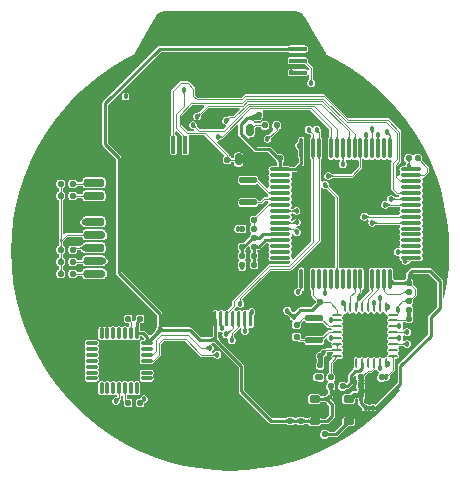
<source format=gtl>
G04*
G04 #@! TF.GenerationSoftware,Altium Limited,Altium Designer,22.0.2 (36)*
G04*
G04 Layer_Physical_Order=1*
G04 Layer_Color=255*
%FSLAX25Y25*%
%MOIN*%
G70*
G04*
G04 #@! TF.SameCoordinates,9873FD8C-C369-40C8-B75A-0789E1F0109A*
G04*
G04*
G04 #@! TF.FilePolarity,Positive*
G04*
G01*
G75*
%ADD11C,0.01000*%
G04:AMPARAMS|DCode=18|XSize=20mil|YSize=20mil|CornerRadius=5mil|HoleSize=0mil|Usage=FLASHONLY|Rotation=180.000|XOffset=0mil|YOffset=0mil|HoleType=Round|Shape=RoundedRectangle|*
%AMROUNDEDRECTD18*
21,1,0.02000,0.01000,0,0,180.0*
21,1,0.01000,0.02000,0,0,180.0*
1,1,0.01000,-0.00500,0.00500*
1,1,0.01000,0.00500,0.00500*
1,1,0.01000,0.00500,-0.00500*
1,1,0.01000,-0.00500,-0.00500*
%
%ADD18ROUNDEDRECTD18*%
G04:AMPARAMS|DCode=19|XSize=20mil|YSize=20mil|CornerRadius=5mil|HoleSize=0mil|Usage=FLASHONLY|Rotation=90.000|XOffset=0mil|YOffset=0mil|HoleType=Round|Shape=RoundedRectangle|*
%AMROUNDEDRECTD19*
21,1,0.02000,0.01000,0,0,90.0*
21,1,0.01000,0.02000,0,0,90.0*
1,1,0.01000,0.00500,0.00500*
1,1,0.01000,0.00500,-0.00500*
1,1,0.01000,-0.00500,-0.00500*
1,1,0.01000,-0.00500,0.00500*
%
%ADD19ROUNDEDRECTD19*%
G04:AMPARAMS|DCode=20|XSize=39.37mil|YSize=59.06mil|CornerRadius=9.84mil|HoleSize=0mil|Usage=FLASHONLY|Rotation=180.000|XOffset=0mil|YOffset=0mil|HoleType=Round|Shape=RoundedRectangle|*
%AMROUNDEDRECTD20*
21,1,0.03937,0.03937,0,0,180.0*
21,1,0.01968,0.05906,0,0,180.0*
1,1,0.01968,-0.00984,0.01968*
1,1,0.01968,0.00984,0.01968*
1,1,0.01968,0.00984,-0.01968*
1,1,0.01968,-0.00984,-0.01968*
%
%ADD20ROUNDEDRECTD20*%
G04:AMPARAMS|DCode=21|XSize=15.75mil|YSize=59.06mil|CornerRadius=3.94mil|HoleSize=0mil|Usage=FLASHONLY|Rotation=0.000|XOffset=0mil|YOffset=0mil|HoleType=Round|Shape=RoundedRectangle|*
%AMROUNDEDRECTD21*
21,1,0.01575,0.05118,0,0,0.0*
21,1,0.00787,0.05906,0,0,0.0*
1,1,0.00787,0.00394,-0.02559*
1,1,0.00787,-0.00394,-0.02559*
1,1,0.00787,-0.00394,0.02559*
1,1,0.00787,0.00394,0.02559*
%
%ADD21ROUNDEDRECTD21*%
G04:AMPARAMS|DCode=22|XSize=15.75mil|YSize=59.06mil|CornerRadius=3.94mil|HoleSize=0mil|Usage=FLASHONLY|Rotation=270.000|XOffset=0mil|YOffset=0mil|HoleType=Round|Shape=RoundedRectangle|*
%AMROUNDEDRECTD22*
21,1,0.01575,0.05118,0,0,270.0*
21,1,0.00787,0.05906,0,0,270.0*
1,1,0.00787,-0.02559,-0.00394*
1,1,0.00787,-0.02559,0.00394*
1,1,0.00787,0.02559,0.00394*
1,1,0.00787,0.02559,-0.00394*
%
%ADD22ROUNDEDRECTD22*%
G04:AMPARAMS|DCode=23|XSize=39.37mil|YSize=59.06mil|CornerRadius=9.84mil|HoleSize=0mil|Usage=FLASHONLY|Rotation=270.000|XOffset=0mil|YOffset=0mil|HoleType=Round|Shape=RoundedRectangle|*
%AMROUNDEDRECTD23*
21,1,0.03937,0.03937,0,0,270.0*
21,1,0.01968,0.05906,0,0,270.0*
1,1,0.01968,-0.01968,-0.00984*
1,1,0.01968,-0.01968,0.00984*
1,1,0.01968,0.01968,0.00984*
1,1,0.01968,0.01968,-0.00984*
%
%ADD23ROUNDEDRECTD23*%
G04:AMPARAMS|DCode=24|XSize=31.5mil|YSize=59.06mil|CornerRadius=7.87mil|HoleSize=0mil|Usage=FLASHONLY|Rotation=270.000|XOffset=0mil|YOffset=0mil|HoleType=Round|Shape=RoundedRectangle|*
%AMROUNDEDRECTD24*
21,1,0.03150,0.04331,0,0,270.0*
21,1,0.01575,0.05906,0,0,270.0*
1,1,0.01575,-0.02165,-0.00787*
1,1,0.01575,-0.02165,0.00787*
1,1,0.01575,0.02165,0.00787*
1,1,0.01575,0.02165,-0.00787*
%
%ADD24ROUNDEDRECTD24*%
G04:AMPARAMS|DCode=25|XSize=31.5mil|YSize=55.12mil|CornerRadius=7.87mil|HoleSize=0mil|Usage=FLASHONLY|Rotation=270.000|XOffset=0mil|YOffset=0mil|HoleType=Round|Shape=RoundedRectangle|*
%AMROUNDEDRECTD25*
21,1,0.03150,0.03937,0,0,270.0*
21,1,0.01575,0.05512,0,0,270.0*
1,1,0.01575,-0.01968,-0.00787*
1,1,0.01575,-0.01968,0.00787*
1,1,0.01575,0.01968,0.00787*
1,1,0.01575,0.01968,-0.00787*
%
%ADD25ROUNDEDRECTD25*%
G04:AMPARAMS|DCode=26|XSize=40mil|YSize=59.06mil|CornerRadius=10mil|HoleSize=0mil|Usage=FLASHONLY|Rotation=270.000|XOffset=0mil|YOffset=0mil|HoleType=Round|Shape=RoundedRectangle|*
%AMROUNDEDRECTD26*
21,1,0.04000,0.03906,0,0,270.0*
21,1,0.02000,0.05906,0,0,270.0*
1,1,0.02000,-0.01953,-0.01000*
1,1,0.02000,-0.01953,0.01000*
1,1,0.02000,0.01953,0.01000*
1,1,0.02000,0.01953,-0.01000*
%
%ADD26ROUNDEDRECTD26*%
G04:AMPARAMS|DCode=27|XSize=59.06mil|YSize=59.06mil|CornerRadius=14.76mil|HoleSize=0mil|Usage=FLASHONLY|Rotation=270.000|XOffset=0mil|YOffset=0mil|HoleType=Round|Shape=RoundedRectangle|*
%AMROUNDEDRECTD27*
21,1,0.05906,0.02953,0,0,270.0*
21,1,0.02953,0.05906,0,0,270.0*
1,1,0.02953,-0.01476,-0.01476*
1,1,0.02953,-0.01476,0.01476*
1,1,0.02953,0.01476,0.01476*
1,1,0.02953,0.01476,-0.01476*
%
%ADD27ROUNDEDRECTD27*%
G04:AMPARAMS|DCode=28|XSize=57.09mil|YSize=39.37mil|CornerRadius=9.84mil|HoleSize=0mil|Usage=FLASHONLY|Rotation=270.000|XOffset=0mil|YOffset=0mil|HoleType=Round|Shape=RoundedRectangle|*
%AMROUNDEDRECTD28*
21,1,0.05709,0.01968,0,0,270.0*
21,1,0.03740,0.03937,0,0,270.0*
1,1,0.01968,-0.00984,-0.01870*
1,1,0.01968,-0.00984,0.01870*
1,1,0.01968,0.00984,0.01870*
1,1,0.01968,0.00984,-0.01870*
%
%ADD28ROUNDEDRECTD28*%
G04:AMPARAMS|DCode=29|XSize=39.37mil|YSize=61.02mil|CornerRadius=9.84mil|HoleSize=0mil|Usage=FLASHONLY|Rotation=270.000|XOffset=0mil|YOffset=0mil|HoleType=Round|Shape=RoundedRectangle|*
%AMROUNDEDRECTD29*
21,1,0.03937,0.04134,0,0,270.0*
21,1,0.01968,0.06102,0,0,270.0*
1,1,0.01968,-0.02067,-0.00984*
1,1,0.01968,-0.02067,0.00984*
1,1,0.01968,0.02067,0.00984*
1,1,0.01968,0.02067,-0.00984*
%
%ADD29ROUNDEDRECTD29*%
G04:AMPARAMS|DCode=30|XSize=27.56mil|YSize=68.9mil|CornerRadius=6.89mil|HoleSize=0mil|Usage=FLASHONLY|Rotation=270.000|XOffset=0mil|YOffset=0mil|HoleType=Round|Shape=RoundedRectangle|*
%AMROUNDEDRECTD30*
21,1,0.02756,0.05512,0,0,270.0*
21,1,0.01378,0.06890,0,0,270.0*
1,1,0.01378,-0.02756,-0.00689*
1,1,0.01378,-0.02756,0.00689*
1,1,0.01378,0.02756,0.00689*
1,1,0.01378,0.02756,-0.00689*
%
%ADD30ROUNDEDRECTD30*%
%ADD31O,0.01181X0.07087*%
%ADD32O,0.07087X0.01181*%
G04:AMPARAMS|DCode=33|XSize=23.62mil|YSize=35mil|CornerRadius=5.91mil|HoleSize=0mil|Usage=FLASHONLY|Rotation=90.000|XOffset=0mil|YOffset=0mil|HoleType=Round|Shape=RoundedRectangle|*
%AMROUNDEDRECTD33*
21,1,0.02362,0.02319,0,0,90.0*
21,1,0.01181,0.03500,0,0,90.0*
1,1,0.01181,0.01159,0.00591*
1,1,0.01181,0.01159,-0.00591*
1,1,0.01181,-0.01159,-0.00591*
1,1,0.01181,-0.01159,0.00591*
%
%ADD33ROUNDEDRECTD33*%
G04:AMPARAMS|DCode=34|XSize=86mil|YSize=72mil|CornerRadius=18mil|HoleSize=0mil|Usage=FLASHONLY|Rotation=270.000|XOffset=0mil|YOffset=0mil|HoleType=Round|Shape=RoundedRectangle|*
%AMROUNDEDRECTD34*
21,1,0.08600,0.03600,0,0,270.0*
21,1,0.05000,0.07200,0,0,270.0*
1,1,0.03600,-0.01800,-0.02500*
1,1,0.03600,-0.01800,0.02500*
1,1,0.03600,0.01800,0.02500*
1,1,0.03600,0.01800,-0.02500*
%
%ADD34ROUNDEDRECTD34*%
G04:AMPARAMS|DCode=35|XSize=50mil|YSize=10mil|CornerRadius=2.5mil|HoleSize=0mil|Usage=FLASHONLY|Rotation=90.000|XOffset=0mil|YOffset=0mil|HoleType=Round|Shape=RoundedRectangle|*
%AMROUNDEDRECTD35*
21,1,0.05000,0.00500,0,0,90.0*
21,1,0.04500,0.01000,0,0,90.0*
1,1,0.00500,0.00250,0.02250*
1,1,0.00500,0.00250,-0.02250*
1,1,0.00500,-0.00250,-0.02250*
1,1,0.00500,-0.00250,0.02250*
%
%ADD35ROUNDEDRECTD35*%
G04:AMPARAMS|DCode=36|XSize=21.65mil|YSize=57.09mil|CornerRadius=5.41mil|HoleSize=0mil|Usage=FLASHONLY|Rotation=270.000|XOffset=0mil|YOffset=0mil|HoleType=Round|Shape=RoundedRectangle|*
%AMROUNDEDRECTD36*
21,1,0.02165,0.04626,0,0,270.0*
21,1,0.01083,0.05709,0,0,270.0*
1,1,0.01083,-0.02313,-0.00541*
1,1,0.01083,-0.02313,0.00541*
1,1,0.01083,0.02313,0.00541*
1,1,0.01083,0.02313,-0.00541*
%
%ADD36ROUNDEDRECTD36*%
G04:AMPARAMS|DCode=37|XSize=21.65mil|YSize=57.09mil|CornerRadius=5.41mil|HoleSize=0mil|Usage=FLASHONLY|Rotation=270.000|XOffset=0mil|YOffset=0mil|HoleType=Round|Shape=RoundedRectangle|*
%AMROUNDEDRECTD37*
21,1,0.02165,0.04626,0,0,270.0*
21,1,0.01083,0.05709,0,0,270.0*
1,1,0.01083,-0.02313,-0.00541*
1,1,0.01083,-0.02313,0.00541*
1,1,0.01083,0.02313,0.00541*
1,1,0.01083,0.02313,-0.00541*
%
%ADD37ROUNDEDRECTD37*%
G04:AMPARAMS|DCode=38|XSize=23.62mil|YSize=39.37mil|CornerRadius=5.91mil|HoleSize=0mil|Usage=FLASHONLY|Rotation=180.000|XOffset=0mil|YOffset=0mil|HoleType=Round|Shape=RoundedRectangle|*
%AMROUNDEDRECTD38*
21,1,0.02362,0.02756,0,0,180.0*
21,1,0.01181,0.03937,0,0,180.0*
1,1,0.01181,-0.00591,0.01378*
1,1,0.01181,0.00591,0.01378*
1,1,0.01181,0.00591,-0.01378*
1,1,0.01181,-0.00591,-0.01378*
%
%ADD38ROUNDEDRECTD38*%
G04:AMPARAMS|DCode=39|XSize=12mil|YSize=38mil|CornerRadius=3mil|HoleSize=0mil|Usage=FLASHONLY|Rotation=90.000|XOffset=0mil|YOffset=0mil|HoleType=Round|Shape=RoundedRectangle|*
%AMROUNDEDRECTD39*
21,1,0.01200,0.03200,0,0,90.0*
21,1,0.00600,0.03800,0,0,90.0*
1,1,0.00600,0.01600,0.00300*
1,1,0.00600,0.01600,-0.00300*
1,1,0.00600,-0.01600,-0.00300*
1,1,0.00600,-0.01600,0.00300*
%
%ADD39ROUNDEDRECTD39*%
G04:AMPARAMS|DCode=40|XSize=12mil|YSize=38mil|CornerRadius=3mil|HoleSize=0mil|Usage=FLASHONLY|Rotation=0.000|XOffset=0mil|YOffset=0mil|HoleType=Round|Shape=RoundedRectangle|*
%AMROUNDEDRECTD40*
21,1,0.01200,0.03200,0,0,0.0*
21,1,0.00600,0.03800,0,0,0.0*
1,1,0.00600,0.00300,-0.01600*
1,1,0.00600,-0.00300,-0.01600*
1,1,0.00600,-0.00300,0.01600*
1,1,0.00600,0.00300,0.01600*
%
%ADD40ROUNDEDRECTD40*%
%ADD41R,0.10630X0.11024*%
%ADD42R,0.00942X0.03188*%
G04:AMPARAMS|DCode=43|XSize=31.88mil|YSize=9.42mil|CornerRadius=4.71mil|HoleSize=0mil|Usage=FLASHONLY|Rotation=90.000|XOffset=0mil|YOffset=0mil|HoleType=Round|Shape=RoundedRectangle|*
%AMROUNDEDRECTD43*
21,1,0.03188,0.00000,0,0,90.0*
21,1,0.02245,0.00942,0,0,90.0*
1,1,0.00942,0.00000,0.01123*
1,1,0.00942,0.00000,-0.01123*
1,1,0.00942,0.00000,-0.01123*
1,1,0.00942,0.00000,0.01123*
%
%ADD43ROUNDEDRECTD43*%
G04:AMPARAMS|DCode=44|XSize=9.42mil|YSize=31.88mil|CornerRadius=4.71mil|HoleSize=0mil|Usage=FLASHONLY|Rotation=90.000|XOffset=0mil|YOffset=0mil|HoleType=Round|Shape=RoundedRectangle|*
%AMROUNDEDRECTD44*
21,1,0.00942,0.02245,0,0,90.0*
21,1,0.00000,0.03188,0,0,90.0*
1,1,0.00942,0.01123,0.00000*
1,1,0.00942,0.01123,0.00000*
1,1,0.00942,-0.01123,0.00000*
1,1,0.00942,-0.01123,0.00000*
%
%ADD44ROUNDEDRECTD44*%
G04:AMPARAMS|DCode=69|XSize=133.86mil|YSize=133.86mil|CornerRadius=13.39mil|HoleSize=0mil|Usage=FLASHONLY|Rotation=90.000|XOffset=0mil|YOffset=0mil|HoleType=Round|Shape=RoundedRectangle|*
%AMROUNDEDRECTD69*
21,1,0.13386,0.10709,0,0,90.0*
21,1,0.10709,0.13386,0,0,90.0*
1,1,0.02677,0.05354,0.05354*
1,1,0.02677,0.05354,-0.05354*
1,1,0.02677,-0.05354,-0.05354*
1,1,0.02677,-0.05354,0.05354*
%
%ADD69ROUNDEDRECTD69*%
%ADD70C,0.00400*%
%ADD71C,0.01500*%
%ADD72C,0.01800*%
G36*
X22055Y78953D02*
Y78946D01*
X22834Y78844D01*
X23561Y78543D01*
X24185Y78064D01*
X24373Y77819D01*
X24664Y77439D01*
D01*
X24915Y77018D01*
X28293Y71163D01*
X31791Y65101D01*
X31803Y65042D01*
X32002Y64744D01*
X32250Y64578D01*
X32232Y64542D01*
X35025Y63144D01*
X39512Y60482D01*
X43797Y57506D01*
X47859Y54233D01*
X51678Y50678D01*
X55233Y46859D01*
X58506Y42797D01*
X61482Y38512D01*
X64144Y34025D01*
X66479Y29360D01*
X68476Y24540D01*
X70123Y19590D01*
X71413Y14535D01*
X72340Y9401D01*
X72897Y4214D01*
X73084Y-1000D01*
X72897Y-6214D01*
X72340Y-11401D01*
X71413Y-16535D01*
X70918Y-16473D01*
Y-11000D01*
X70848Y-10649D01*
X70649Y-10351D01*
X67149Y-6851D01*
X66851Y-6652D01*
X66500Y-6582D01*
X60500D01*
X60149Y-6652D01*
X59851Y-6851D01*
X58851Y-7851D01*
X58652Y-8149D01*
X58582Y-8500D01*
Y-10155D01*
X58567Y-10188D01*
X58567Y-10207D01*
X58563Y-10209D01*
X58503Y-10234D01*
X58495Y-10255D01*
X58351Y-10351D01*
X58255Y-10495D01*
X58234Y-10503D01*
X58209Y-10563D01*
X58207Y-10567D01*
X58188Y-10567D01*
X58155Y-10582D01*
X54794D01*
X54404Y-10193D01*
X54394Y-10163D01*
X54371Y-10136D01*
X54362Y-10123D01*
X54349Y-10097D01*
X54334Y-10056D01*
X54318Y-10000D01*
X54304Y-9931D01*
X54292Y-9853D01*
X54277Y-9641D01*
X54275Y-9519D01*
X54274Y-9517D01*
Y-7398D01*
X54197Y-7011D01*
X53978Y-6684D01*
X53650Y-6465D01*
X53264Y-6388D01*
X52877Y-6465D01*
X52550Y-6684D01*
X52009D01*
X51682Y-6465D01*
X51295Y-6388D01*
X50909Y-6465D01*
X50581Y-6684D01*
X50041D01*
X49713Y-6465D01*
X49327Y-6388D01*
X48940Y-6465D01*
X48613Y-6684D01*
X48072D01*
X47745Y-6465D01*
X47358Y-6388D01*
X46972Y-6465D01*
X46644Y-6684D01*
X46425Y-7011D01*
X46348Y-7398D01*
Y-13303D01*
X46425Y-13690D01*
X46612Y-13969D01*
X43556Y-17025D01*
X43366Y-17484D01*
Y-17531D01*
X42866Y-17739D01*
X42749Y-17622D01*
Y-16069D01*
X43881Y-14938D01*
X44071Y-14479D01*
Y-14061D01*
X44118Y-14029D01*
X44121Y-14028D01*
X44121Y-14027D01*
X44135Y-14017D01*
X44354Y-13690D01*
X44431Y-13303D01*
Y-7398D01*
X44354Y-7011D01*
X44135Y-6684D01*
X43808Y-6465D01*
X43421Y-6388D01*
X43035Y-6465D01*
X42707Y-6684D01*
X42167D01*
X41839Y-6465D01*
X41453Y-6388D01*
X41066Y-6465D01*
X40739Y-6684D01*
X40198D01*
X39871Y-6465D01*
X39484Y-6388D01*
X39098Y-6465D01*
X38770Y-6684D01*
X38230D01*
X37902Y-6465D01*
X37516Y-6388D01*
X37129Y-6465D01*
X36802Y-6684D01*
X36679D01*
X36197Y-6218D01*
Y17253D01*
X36007Y17712D01*
X33005Y20713D01*
X32990Y20749D01*
X32974Y20797D01*
X32960Y20855D01*
X32949Y20917D01*
X32934Y21095D01*
X32933Y21196D01*
X32900Y21273D01*
Y21459D01*
X32702Y21936D01*
X32336Y22302D01*
X31859Y22500D01*
X31341D01*
X30864Y22302D01*
X30791Y22230D01*
X30291Y22437D01*
Y29640D01*
X30338Y29672D01*
X30341Y29673D01*
X30342Y29674D01*
X30356Y29684D01*
X30575Y30011D01*
X30652Y30398D01*
Y36303D01*
X30575Y36690D01*
X30356Y37017D01*
X30342Y37027D01*
X30341Y37028D01*
X30338Y37029D01*
X30291Y37060D01*
Y38658D01*
X30101Y39118D01*
X30064Y39154D01*
X30100Y39241D01*
Y39759D01*
X29902Y40236D01*
X29536Y40602D01*
X29059Y40800D01*
X28541D01*
X28064Y40602D01*
X27730Y40268D01*
X27450Y40251D01*
X27170Y40268D01*
X26836Y40602D01*
X26359Y40800D01*
X25841D01*
X25364Y40602D01*
X24998Y40236D01*
X24800Y39759D01*
Y39241D01*
X24998Y38764D01*
X25364Y38398D01*
X25841Y38200D01*
X26027D01*
X26104Y38167D01*
X26211Y38166D01*
X26299Y38161D01*
X26377Y38152D01*
X26445Y38140D01*
X26503Y38126D01*
X26551Y38110D01*
X26587Y38094D01*
X27024Y37658D01*
Y37060D01*
X26977Y37029D01*
X26974Y37028D01*
X26973Y37027D01*
X26959Y37017D01*
X26740Y36690D01*
X26663Y36303D01*
Y30398D01*
X26740Y30011D01*
X26959Y29684D01*
X26973Y29674D01*
X26974Y29673D01*
X26977Y29672D01*
X27024Y29640D01*
Y2274D01*
X21032Y-3718D01*
X20571Y-3472D01*
X20612Y-3264D01*
X20535Y-2877D01*
X20316Y-2550D01*
Y-2009D01*
X20535Y-1682D01*
X20612Y-1295D01*
X20535Y-909D01*
X20316Y-581D01*
Y-41D01*
X20535Y287D01*
X20612Y673D01*
X20535Y1060D01*
X20316Y1387D01*
Y1928D01*
X20535Y2255D01*
X20612Y2642D01*
X20535Y3028D01*
X20316Y3356D01*
Y3896D01*
X20535Y4224D01*
X20612Y4610D01*
X20589Y4727D01*
X21070Y4873D01*
X21198Y4564D01*
X21564Y4198D01*
X22041Y4000D01*
X22559D01*
X23036Y4198D01*
X23402Y4564D01*
X23600Y5041D01*
Y5559D01*
X23402Y6036D01*
X23036Y6402D01*
X22559Y6600D01*
X22373D01*
X22296Y6633D01*
X22189Y6634D01*
X22101Y6639D01*
X22023Y6648D01*
X21955Y6660D01*
X21948Y6662D01*
X21827Y6848D01*
X21903Y7058D01*
X21927Y7091D01*
X22184Y7300D01*
X22559D01*
X23036Y7498D01*
X23402Y7864D01*
X23600Y8341D01*
Y8859D01*
X23402Y9336D01*
X23036Y9702D01*
X22559Y9900D01*
X22041D01*
X21564Y9702D01*
X21383Y9521D01*
X21302Y9483D01*
X21232Y9407D01*
X21173Y9349D01*
X21117Y9300D01*
X21066Y9261D01*
X21020Y9231D01*
X20980Y9210D01*
X20949Y9197D01*
X20360D01*
X20328Y9244D01*
X20327Y9247D01*
X20316Y9279D01*
Y9802D01*
X20535Y10129D01*
X20612Y10516D01*
X20535Y10902D01*
X20316Y11230D01*
Y11384D01*
X20800Y11793D01*
X20822Y11792D01*
X20851Y11773D01*
X20899Y11735D01*
X20951Y11687D01*
X21007Y11628D01*
X21072Y11552D01*
X21149Y11512D01*
X21364Y11298D01*
X21841Y11100D01*
X22359D01*
X22836Y11298D01*
X23202Y11664D01*
X23400Y12141D01*
Y12659D01*
X23202Y13136D01*
X22836Y13502D01*
X22359Y13700D01*
X21841D01*
X21364Y13502D01*
X21301Y13440D01*
X21246Y13423D01*
X21162Y13355D01*
X21006Y13243D01*
X20944Y13205D01*
X20885Y13173D01*
X20833Y13150D01*
X20789Y13134D01*
X20360D01*
X20328Y13181D01*
X20327Y13184D01*
X20316Y13216D01*
Y13739D01*
X20535Y14066D01*
X20612Y14453D01*
X20535Y14839D01*
X20316Y15167D01*
Y15707D01*
X20535Y16035D01*
X20612Y16421D01*
X20535Y16808D01*
X20316Y17135D01*
Y17676D01*
X20535Y18003D01*
X20612Y18390D01*
X20535Y18776D01*
X20316Y19104D01*
Y19644D01*
X20535Y19972D01*
X20612Y20358D01*
X20535Y20745D01*
X20316Y21072D01*
Y21613D01*
X20535Y21940D01*
X20612Y22327D01*
X20535Y22713D01*
X20316Y23041D01*
Y23581D01*
X20535Y23909D01*
X20612Y24295D01*
X20535Y24682D01*
X20426Y24846D01*
X20642Y25341D01*
X20647Y25346D01*
X21764D01*
X22115Y25416D01*
X22413Y25615D01*
X24385Y27587D01*
X24584Y27885D01*
X24654Y28236D01*
Y29988D01*
X24669Y30011D01*
X24746Y30398D01*
Y36303D01*
X24669Y36690D01*
X24450Y37017D01*
X24123Y37236D01*
X23736Y37313D01*
X23350Y37236D01*
X23022Y37017D01*
X22803Y36690D01*
X22726Y36303D01*
Y35500D01*
X22641D01*
X22164Y35302D01*
X21798Y34936D01*
X21600Y34459D01*
Y33941D01*
X21798Y33464D01*
X22164Y33098D01*
X22641Y32900D01*
X22726D01*
Y30398D01*
X22803Y30011D01*
X22819Y29988D01*
Y28616D01*
X21384Y27181D01*
X20012D01*
X19989Y27197D01*
X19602Y27274D01*
X17665D01*
X17664Y27274D01*
X17585Y27277D01*
X17567Y27279D01*
Y28693D01*
X17583Y28729D01*
X17583Y28781D01*
X17584Y28808D01*
X17649Y28851D01*
X17848Y29149D01*
X17918Y29500D01*
Y30500D01*
X17848Y30851D01*
X17649Y31149D01*
X17351Y31348D01*
X17000Y31418D01*
X16000D01*
X15921Y31402D01*
X15896Y31424D01*
X15864Y31455D01*
X15827Y31470D01*
X13649Y33649D01*
X13351Y33848D01*
X13000Y33918D01*
X8980D01*
X6380Y36518D01*
X6587Y37018D01*
X7091D01*
X7477Y37095D01*
X7805Y37313D01*
X8024Y37641D01*
X8100Y38028D01*
Y40023D01*
X8101Y40025D01*
X8482Y40351D01*
X10112D01*
X10152Y40149D01*
X10351Y39851D01*
X10649Y39652D01*
X11000Y39582D01*
X12000D01*
X12351Y39652D01*
X12649Y39851D01*
X12848Y40149D01*
X12918Y40500D01*
Y41500D01*
X12848Y41851D01*
X12649Y42149D01*
X12351Y42348D01*
X12000Y42418D01*
X11000D01*
X10649Y42348D01*
X10351Y42149D01*
X10152Y41851D01*
X10112Y41649D01*
X8095D01*
X7950Y41590D01*
X7925Y41600D01*
X7765Y41845D01*
X7765Y41853D01*
X7894Y42256D01*
X8236Y42398D01*
X8355Y42517D01*
X8372Y42519D01*
X8381Y42520D01*
X8386Y42521D01*
X8393Y42522D01*
X8407Y42531D01*
X8423Y42536D01*
X8454Y42543D01*
X8489Y42549D01*
X8708Y42566D01*
X8794Y42567D01*
X8830Y42582D01*
X9773D01*
X10124Y42652D01*
X10422Y42851D01*
X10621Y43149D01*
X10666Y43376D01*
X10848Y43649D01*
X10918Y44000D01*
Y45000D01*
X10848Y45351D01*
X10781Y45451D01*
X11029Y45951D01*
X26631D01*
X32929Y39652D01*
Y37060D01*
X32882Y37029D01*
X32879Y37028D01*
X32879Y37027D01*
X32865Y37017D01*
X32646Y36690D01*
X32569Y36303D01*
Y30398D01*
X32646Y30011D01*
X32865Y29684D01*
X33192Y29465D01*
X33579Y29388D01*
X33965Y29465D01*
X34293Y29684D01*
X34833D01*
X35161Y29465D01*
X35547Y29388D01*
X35934Y29465D01*
X36115Y29585D01*
X36547Y29452D01*
X36647Y29003D01*
X36647Y29002D01*
X36576Y28930D01*
X36545Y28852D01*
X36414Y28721D01*
X36216Y28243D01*
Y27726D01*
X36414Y27248D01*
X36779Y26882D01*
X37257Y26684D01*
X37774D01*
X38252Y26882D01*
X38618Y27248D01*
X38816Y27726D01*
Y28243D01*
X38618Y28721D01*
X38486Y28852D01*
X38455Y28930D01*
X38384Y29003D01*
X38388Y29050D01*
X38451Y29406D01*
X38466Y29447D01*
X38917Y29585D01*
X39098Y29465D01*
X39484Y29388D01*
X39871Y29465D01*
X40198Y29684D01*
X40739D01*
X41066Y29465D01*
X41453Y29388D01*
X41839Y29465D01*
X42167Y29684D01*
X42290D01*
X42772Y29218D01*
Y27190D01*
X40331Y24749D01*
X34038D01*
X34002Y24764D01*
X33957Y24787D01*
X33906Y24817D01*
X33854Y24854D01*
X33718Y24969D01*
X33645Y25040D01*
X33568Y25071D01*
X33436Y25202D01*
X32959Y25400D01*
X32441D01*
X31964Y25202D01*
X31598Y24836D01*
X31400Y24359D01*
Y23841D01*
X31598Y23364D01*
X31964Y22998D01*
X32441Y22800D01*
X32959D01*
X33436Y22998D01*
X33568Y23129D01*
X33645Y23160D01*
X33722Y23235D01*
X33788Y23293D01*
X33849Y23343D01*
X33906Y23382D01*
X33957Y23413D01*
X34002Y23436D01*
X34038Y23451D01*
X40600D01*
X41059Y23641D01*
X43881Y26462D01*
X44071Y26921D01*
Y29640D01*
X44118Y29672D01*
X44121Y29673D01*
X44153Y29684D01*
X44676D01*
X45003Y29465D01*
X45390Y29388D01*
X45776Y29465D01*
X46104Y29684D01*
X46644D01*
X46972Y29465D01*
X47358Y29388D01*
X47745Y29465D01*
X48072Y29684D01*
X48613D01*
X48940Y29465D01*
X49327Y29388D01*
X49713Y29465D01*
X50041Y29684D01*
X50581D01*
X50909Y29465D01*
X51295Y29388D01*
X51682Y29465D01*
X52009Y29684D01*
X52550D01*
X52877Y29465D01*
X53264Y29388D01*
X53613Y29457D01*
X53643Y29435D01*
X53777Y28914D01*
X53741Y28878D01*
X53551Y28418D01*
Y19800D01*
X53741Y19341D01*
X55151Y17931D01*
X55610Y17740D01*
X56169D01*
X56382Y17240D01*
X56218Y17071D01*
X54860D01*
X54823Y17085D01*
X54778Y17108D01*
X54727Y17139D01*
X54675Y17175D01*
X54539Y17290D01*
X54467Y17361D01*
X54389Y17392D01*
X54258Y17523D01*
X53780Y17721D01*
X53263D01*
X52785Y17523D01*
X52419Y17158D01*
X52221Y16680D01*
Y16232D01*
X52124Y16073D01*
X51830Y15800D01*
X51441D01*
X50964Y15602D01*
X50598Y15236D01*
X50400Y14759D01*
Y14241D01*
X50598Y13764D01*
X50964Y13398D01*
X51441Y13200D01*
X51959D01*
X52436Y13398D01*
X52525Y13486D01*
X52589Y13507D01*
X52754Y13646D01*
X52817Y13693D01*
X52878Y13733D01*
X52934Y13765D01*
X52983Y13788D01*
X53024Y13803D01*
X56640D01*
X56672Y13756D01*
X56673Y13753D01*
X56683Y13721D01*
Y13198D01*
X56465Y12871D01*
X56388Y12484D01*
X56465Y12098D01*
X56683Y11770D01*
Y11627D01*
X56217Y11149D01*
X46038D01*
X46002Y11164D01*
X45957Y11187D01*
X45906Y11218D01*
X45854Y11254D01*
X45718Y11369D01*
X45645Y11440D01*
X45568Y11471D01*
X45436Y11602D01*
X44959Y11800D01*
X44441D01*
X43964Y11602D01*
X43598Y11236D01*
X43400Y10759D01*
Y10241D01*
X43598Y9764D01*
X43964Y9398D01*
X44441Y9200D01*
X44959D01*
X45436Y9398D01*
X45568Y9529D01*
X45645Y9560D01*
X45677Y9591D01*
X45880Y9597D01*
X45981Y9512D01*
X46014Y9471D01*
X46151Y9194D01*
X46170Y9088D01*
X46053Y8806D01*
Y8289D01*
X46251Y7811D01*
X46616Y7445D01*
X47094Y7247D01*
X47611D01*
X48089Y7445D01*
X48221Y7576D01*
X48298Y7608D01*
X48374Y7682D01*
X48440Y7741D01*
X48502Y7790D01*
X48559Y7830D01*
X48610Y7861D01*
X48655Y7883D01*
X48691Y7898D01*
X56640D01*
X56672Y7851D01*
X56673Y7848D01*
X56683Y7815D01*
Y7293D01*
X56465Y6965D01*
X56388Y6579D01*
X56465Y6192D01*
X56683Y5865D01*
Y5324D01*
X56465Y4997D01*
X56388Y4610D01*
X56465Y4224D01*
X56683Y3896D01*
Y3356D01*
X56465Y3028D01*
X56388Y2642D01*
X56465Y2255D01*
X56683Y1928D01*
Y1387D01*
X56465Y1060D01*
X56388Y673D01*
X56446Y381D01*
X56241Y129D01*
X56059Y0D01*
X55541D01*
X55064Y-198D01*
X54698Y-564D01*
X54500Y-1041D01*
Y-1559D01*
X54698Y-2036D01*
X55064Y-2402D01*
X55541Y-2600D01*
X56059D01*
X56213Y-2706D01*
X56444Y-2982D01*
X56388Y-3264D01*
X56465Y-3650D01*
X56683Y-3978D01*
X57011Y-4197D01*
X57100Y-4214D01*
Y-4459D01*
X57298Y-4936D01*
X57664Y-5302D01*
X58141Y-5500D01*
X58659D01*
X59136Y-5302D01*
X59502Y-4936D01*
X59564Y-4787D01*
X59873Y-4659D01*
X60254Y-4279D01*
X60295Y-4275D01*
X60334Y-4275D01*
X60336Y-4274D01*
X63303D01*
X63690Y-4197D01*
X64017Y-3978D01*
X64236Y-3650D01*
X64313Y-3264D01*
X64236Y-2877D01*
X64017Y-2550D01*
Y-2009D01*
X64236Y-1682D01*
X64313Y-1295D01*
X64236Y-909D01*
X64017Y-581D01*
Y-41D01*
X64236Y287D01*
X64313Y673D01*
X64236Y1060D01*
X64017Y1387D01*
Y1928D01*
X64236Y2255D01*
X64313Y2642D01*
X64236Y3028D01*
X64017Y3356D01*
Y3896D01*
X64236Y4224D01*
X64313Y4610D01*
X64236Y4997D01*
X64017Y5324D01*
Y5865D01*
X64236Y6192D01*
X64313Y6579D01*
X64236Y6965D01*
X64017Y7293D01*
Y7833D01*
X64236Y8161D01*
X64313Y8547D01*
X64236Y8934D01*
X64017Y9261D01*
Y9802D01*
X64236Y10129D01*
X64313Y10516D01*
X64236Y10902D01*
X64017Y11230D01*
Y11770D01*
X64236Y12098D01*
X64313Y12484D01*
X64236Y12871D01*
X64017Y13198D01*
Y13739D01*
X64236Y14066D01*
X64313Y14453D01*
X64236Y14839D01*
X64017Y15167D01*
Y15707D01*
X64236Y16035D01*
X64313Y16421D01*
X64236Y16808D01*
X64017Y17135D01*
Y17676D01*
X64236Y18003D01*
X64313Y18390D01*
X64236Y18776D01*
X64017Y19104D01*
Y19644D01*
X64236Y19972D01*
X64313Y20358D01*
X64236Y20745D01*
X64017Y21072D01*
Y21613D01*
X64236Y21940D01*
X64313Y22327D01*
X64236Y22713D01*
X64017Y23041D01*
Y23164D01*
X64483Y23646D01*
X64495D01*
X64955Y23836D01*
X66059Y24941D01*
X66249Y25400D01*
Y26900D01*
X66059Y27359D01*
X63927Y29491D01*
X63930Y29500D01*
X63918Y29531D01*
Y30500D01*
X63848Y30851D01*
X63649Y31149D01*
X63351Y31348D01*
X63000Y31418D01*
X62000D01*
X61649Y31348D01*
X61351Y31149D01*
X61281Y31043D01*
X60719D01*
X60649Y31149D01*
X60351Y31348D01*
X60000Y31418D01*
X59000D01*
X58649Y31348D01*
X58351Y31149D01*
X58152Y30851D01*
X58082Y30500D01*
Y29500D01*
X58152Y29149D01*
X58351Y28851D01*
X58549Y28719D01*
X58590Y28626D01*
X58644Y28320D01*
X58641Y28144D01*
X58631Y28132D01*
X58560Y28060D01*
X58529Y27982D01*
X58398Y27851D01*
X58200Y27373D01*
Y27274D01*
X57398D01*
X57011Y27197D01*
X56683Y26978D01*
X56465Y26650D01*
X56388Y26264D01*
X56465Y25877D01*
X56683Y25550D01*
Y25009D01*
X56465Y24682D01*
X56419Y24452D01*
X56036Y24228D01*
X55898Y24202D01*
X55749Y24304D01*
Y27482D01*
X56859Y28591D01*
X57049Y29051D01*
Y38900D01*
X56859Y39359D01*
X52959Y43259D01*
X52500Y43449D01*
X39369D01*
X31659Y51159D01*
X31200Y51349D01*
X4900D01*
X4441Y51159D01*
X3531Y50249D01*
X-10931D01*
X-11651Y50969D01*
Y53200D01*
X-11841Y53659D01*
X-13641Y55459D01*
X-14100Y55649D01*
X-16500D01*
X-16959Y55459D01*
X-19396Y53022D01*
X-19586Y52563D01*
Y37817D01*
X-19640Y37807D01*
X-19903Y37631D01*
X-20078Y37369D01*
X-20140Y37059D01*
Y31941D01*
X-20078Y31631D01*
X-19903Y31369D01*
X-19640Y31193D01*
X-19331Y31132D01*
X-18543D01*
X-18234Y31193D01*
X-17971Y31369D01*
X-17796Y31631D01*
X-17734Y31941D01*
Y37059D01*
X-17796Y37369D01*
X-17971Y37631D01*
X-18234Y37807D01*
X-18288Y37817D01*
Y38819D01*
X-17826Y39011D01*
X-16148Y37333D01*
X-16203Y37059D01*
Y31941D01*
X-16141Y31631D01*
X-15966Y31369D01*
X-15703Y31193D01*
X-15394Y31132D01*
X-14606D01*
X-14297Y31193D01*
X-14034Y31369D01*
X-13859Y31631D01*
X-13797Y31941D01*
Y37059D01*
X-13835Y37251D01*
X-13630Y37621D01*
X-13512Y37751D01*
X-8669D01*
X-2161Y31242D01*
X-2149Y30649D01*
X-2348Y30351D01*
X-2418Y30000D01*
Y29000D01*
X-2348Y28649D01*
X-2149Y28351D01*
X-1851Y28152D01*
X-1500Y28082D01*
X-500D01*
X-149Y28152D01*
X149Y28351D01*
X348Y28649D01*
X388Y28851D01*
X1159D01*
Y28216D01*
X1236Y27830D01*
X1455Y27502D01*
X1783Y27283D01*
X2169Y27207D01*
X3350D01*
X3737Y27283D01*
X4064Y27502D01*
X4284Y27830D01*
X4360Y28216D01*
Y30972D01*
X4284Y31359D01*
X4064Y31687D01*
X3737Y31905D01*
X3350Y31982D01*
X2169D01*
X1783Y31905D01*
X1455Y31687D01*
X1236Y31359D01*
X1159Y30972D01*
Y30149D01*
X388D01*
X348Y30351D01*
X149Y30649D01*
X-149Y30848D01*
X-351Y30888D01*
Y31000D01*
X-541Y31459D01*
X-4382Y35300D01*
X-4174Y35800D01*
X-3941D01*
X-3464Y35998D01*
X-3142Y36320D01*
X-3124Y36327D01*
X-3117Y36344D01*
X-3098Y36364D01*
X-3092Y36377D01*
X-3072Y36390D01*
X-3051Y36421D01*
X-3044Y36430D01*
X-3037Y36436D01*
X-3030Y36441D01*
X-3022Y36446D01*
X-3012Y36451D01*
X-2900D01*
X-2441Y36641D01*
X2082Y41164D01*
X2582Y40957D01*
Y38100D01*
X2652Y37749D01*
X2851Y37451D01*
X7951Y32351D01*
X8249Y32152D01*
X8600Y32082D01*
X12620D01*
X14921Y29781D01*
X14922Y29775D01*
X14941Y29761D01*
X14961Y29741D01*
X14974Y29707D01*
X15003Y29676D01*
X15019Y29656D01*
X15032Y29637D01*
X15042Y29620D01*
X15050Y29602D01*
X15057Y29585D01*
X15062Y29567D01*
X15066Y29547D01*
X15068Y29525D01*
X15070Y29484D01*
X15098Y29423D01*
X15152Y29149D01*
X15351Y28851D01*
X15495Y28755D01*
X15503Y28734D01*
X15563Y28709D01*
X15649Y28652D01*
X15668Y28648D01*
X15708Y28619D01*
X15732Y28614D01*
Y27279D01*
X15714Y27277D01*
X15635Y27274D01*
X15634Y27274D01*
X13697D01*
X13310Y27197D01*
X12983Y26978D01*
X12764Y26650D01*
X12687Y26264D01*
X12764Y25877D01*
X12983Y25550D01*
Y25009D01*
X12764Y24682D01*
X12687Y24295D01*
X12764Y23909D01*
X12983Y23581D01*
Y23041D01*
X12764Y22713D01*
X12687Y22327D01*
X12764Y21940D01*
X12983Y21613D01*
Y21072D01*
X12764Y20745D01*
X12687Y20358D01*
X12692Y20334D01*
X12231Y20087D01*
X9275Y23043D01*
X9273Y23073D01*
X9274Y23108D01*
X9273Y23110D01*
Y23281D01*
X9200Y23649D01*
X8992Y23960D01*
X8680Y24168D01*
X8313Y24241D01*
X3687D01*
X3320Y24168D01*
X3008Y23960D01*
X2800Y23649D01*
X2727Y23281D01*
Y22199D01*
X2800Y21832D01*
X3008Y21520D01*
X3320Y21312D01*
X3687Y21239D01*
X8313D01*
X8680Y21312D01*
X8974Y21508D01*
X12551Y17931D01*
X12624Y17900D01*
X12757Y17319D01*
X12517Y17071D01*
X11321D01*
X10862Y16881D01*
X9891Y15909D01*
X9251D01*
X9200Y16169D01*
X8992Y16480D01*
X8680Y16688D01*
X8313Y16761D01*
X3687D01*
X3320Y16688D01*
X3008Y16480D01*
X2800Y16169D01*
X2727Y15801D01*
Y14718D01*
X2800Y14351D01*
X3008Y14040D01*
X3320Y13832D01*
X3687Y13759D01*
X8313D01*
X8680Y13832D01*
X8992Y14040D01*
X9200Y14351D01*
X9251Y14610D01*
X10160D01*
X10619Y14801D01*
X11590Y15772D01*
X12480D01*
X12704Y15272D01*
X12553Y15102D01*
X12094Y14912D01*
X8099Y10918D01*
X7500D01*
X7149Y10848D01*
X6851Y10649D01*
X6652Y10351D01*
X6582Y10000D01*
Y9000D01*
X6652Y8649D01*
X6851Y8351D01*
X6957Y8281D01*
Y7719D01*
X6851Y7649D01*
X6652Y7351D01*
X6582Y7000D01*
Y6000D01*
X6652Y5649D01*
X6851Y5351D01*
X6957Y5281D01*
Y4719D01*
X6851Y4649D01*
X6652Y4351D01*
X6598Y4077D01*
X6570Y4016D01*
X6568Y3975D01*
X6566Y3953D01*
X6562Y3933D01*
X6557Y3915D01*
X6550Y3898D01*
X6542Y3880D01*
X6532Y3863D01*
X6519Y3844D01*
X6503Y3824D01*
X6474Y3793D01*
X6461Y3759D01*
X6441Y3739D01*
X6422Y3725D01*
X6421Y3719D01*
X4674Y1972D01*
X4639Y1958D01*
X4580Y1902D01*
X4500Y1918D01*
X3500D01*
X3149Y1848D01*
X2851Y1649D01*
X2652Y1351D01*
X2582Y1000D01*
Y0D01*
X2652Y-351D01*
X2851Y-649D01*
X2995Y-745D01*
X2996Y-747D01*
X3003Y-907D01*
Y-1093D01*
X2996Y-1253D01*
X2995Y-1255D01*
X2851Y-1351D01*
X2652Y-1649D01*
X2582Y-2000D01*
Y-3000D01*
X2652Y-3351D01*
X2851Y-3649D01*
X2957Y-3719D01*
Y-4281D01*
X2851Y-4351D01*
X2652Y-4649D01*
X2582Y-5000D01*
Y-6000D01*
X2652Y-6351D01*
X2700Y-6423D01*
Y-6659D01*
X2898Y-7136D01*
X3264Y-7502D01*
X3741Y-7700D01*
X4259D01*
X4736Y-7502D01*
X5102Y-7136D01*
X5300Y-6659D01*
Y-6423D01*
X5348Y-6351D01*
X5418Y-6000D01*
Y-5000D01*
X5348Y-4649D01*
X5149Y-4351D01*
X5043Y-4281D01*
Y-3719D01*
X5149Y-3649D01*
X5348Y-3351D01*
X5418Y-3000D01*
Y-2000D01*
X5348Y-1649D01*
X5149Y-1351D01*
X5005Y-1255D01*
X5004Y-1253D01*
X4997Y-1093D01*
Y-907D01*
X5004Y-747D01*
X5005Y-745D01*
X5149Y-649D01*
X5348Y-351D01*
X5402Y-77D01*
X5430Y-16D01*
X5432Y25D01*
X5434Y47D01*
X5438Y67D01*
X5443Y85D01*
X5450Y102D01*
X5458Y120D01*
X5468Y137D01*
X5481Y156D01*
X5497Y176D01*
X5526Y207D01*
X5539Y241D01*
X5559Y261D01*
X5578Y275D01*
X5579Y281D01*
X6082Y785D01*
X6582Y577D01*
Y0D01*
X6652Y-351D01*
X6851Y-649D01*
X6995Y-745D01*
X6996Y-747D01*
X7003Y-907D01*
Y-1093D01*
X6996Y-1253D01*
X6995Y-1255D01*
X6851Y-1351D01*
X6652Y-1649D01*
X6582Y-2000D01*
Y-3000D01*
X6652Y-3351D01*
X6851Y-3649D01*
X6995Y-3745D01*
X6996Y-3747D01*
X7003Y-3907D01*
Y-4093D01*
X6996Y-4253D01*
X6995Y-4255D01*
X6851Y-4351D01*
X6652Y-4649D01*
X6582Y-5000D01*
Y-6000D01*
X6652Y-6351D01*
X6851Y-6649D01*
X7149Y-6848D01*
X7500Y-6918D01*
X8500D01*
X8851Y-6848D01*
X9149Y-6649D01*
X9348Y-6351D01*
X9418Y-6000D01*
Y-5000D01*
X9348Y-4649D01*
X9149Y-4351D01*
X9005Y-4255D01*
X9004Y-4253D01*
X8997Y-4093D01*
Y-3907D01*
X9004Y-3747D01*
X9005Y-3745D01*
X9149Y-3649D01*
X9348Y-3351D01*
X9418Y-3000D01*
Y-2000D01*
X9348Y-1649D01*
X9149Y-1351D01*
X9005Y-1255D01*
X9004Y-1253D01*
X8997Y-1093D01*
Y-907D01*
X9004Y-747D01*
X9005Y-745D01*
X9149Y-649D01*
X9245Y-505D01*
X9266Y-497D01*
X9291Y-437D01*
X9293Y-433D01*
X9312Y-433D01*
X9345Y-418D01*
X9500D01*
X9851Y-348D01*
X10149Y-149D01*
X12022Y1724D01*
X12652D01*
X12658Y1719D01*
X12874Y1224D01*
X12764Y1060D01*
X12687Y673D01*
X12764Y287D01*
X12983Y-41D01*
Y-581D01*
X12764Y-909D01*
X12687Y-1295D01*
X12764Y-1682D01*
X12983Y-2009D01*
Y-2550D01*
X12764Y-2877D01*
X12687Y-3264D01*
X12764Y-3650D01*
X12983Y-3978D01*
X13310Y-4197D01*
X13697Y-4274D01*
X19602D01*
X19811Y-4232D01*
X20057Y-4693D01*
X19400Y-5351D01*
X12900D01*
X12441Y-5541D01*
X841Y-17141D01*
X651Y-17600D01*
Y-19031D01*
X-1006Y-20687D01*
X-1234D01*
X-1488Y-20738D01*
X-1686Y-20870D01*
X-1706Y-20881D01*
X-2231D01*
X-2251Y-20870D01*
X-2449Y-20738D01*
X-2703Y-20687D01*
X-3203D01*
X-3456Y-20738D01*
X-3655Y-20870D01*
X-3675Y-20881D01*
X-4199D01*
X-4219Y-20870D01*
X-4418Y-20738D01*
X-4671Y-20687D01*
X-5171D01*
X-5425Y-20738D01*
X-5640Y-20881D01*
X-5784Y-21096D01*
X-5834Y-21350D01*
Y-23575D01*
X-5839Y-23600D01*
Y-29025D01*
X-5854Y-29056D01*
X-5862Y-29219D01*
X-5882Y-29332D01*
X-5910Y-29416D01*
X-5943Y-29477D01*
X-5979Y-29521D01*
X-6023Y-29557D01*
X-6084Y-29590D01*
X-6168Y-29618D01*
X-6280Y-29638D01*
X-6444Y-29646D01*
X-6475Y-29661D01*
X-9741D01*
X-12751Y-26651D01*
X-13049Y-26452D01*
X-13400Y-26382D01*
X-22002D01*
X-22033Y-26368D01*
X-22196Y-26359D01*
X-22309Y-26339D01*
X-22393Y-26311D01*
X-22454Y-26278D01*
X-22498Y-26242D01*
X-22534Y-26198D01*
X-22567Y-26138D01*
X-22595Y-26053D01*
X-22614Y-25941D01*
X-22623Y-25777D01*
X-22638Y-25746D01*
Y-22045D01*
X-22708Y-21693D01*
X-22907Y-21396D01*
X-36282Y-8020D01*
Y30200D01*
X-36352Y30551D01*
X-36551Y30849D01*
X-40782Y35080D01*
Y47920D01*
X-23183Y65519D01*
X19231D01*
X19266Y65504D01*
X19347Y65503D01*
X19369Y65471D01*
X19631Y65296D01*
X19941Y65234D01*
X25059D01*
X25369Y65296D01*
X25631Y65471D01*
X25807Y65734D01*
X25868Y66043D01*
Y66831D01*
X25807Y67140D01*
X25631Y67403D01*
X25369Y67578D01*
X25059Y67640D01*
X19941D01*
X19631Y67578D01*
X19369Y67403D01*
X19348Y67372D01*
X19315Y67370D01*
X19270Y67370D01*
X19233Y67355D01*
X-23563D01*
X-23914Y67285D01*
X-24212Y67086D01*
X-42349Y48949D01*
X-42548Y48651D01*
X-42618Y48300D01*
Y34700D01*
X-42548Y34349D01*
X-42349Y34051D01*
X-38118Y29820D01*
Y-8400D01*
X-38048Y-8751D01*
X-37849Y-9049D01*
X-24473Y-22425D01*
Y-26044D01*
X-24488Y-26077D01*
X-24495Y-26258D01*
X-24512Y-26417D01*
X-24541Y-26568D01*
X-24581Y-26714D01*
X-24633Y-26854D01*
X-24695Y-26989D01*
X-24770Y-27121D01*
X-24857Y-27248D01*
X-24956Y-27373D01*
X-25080Y-27505D01*
X-25092Y-27539D01*
X-26529Y-28976D01*
X-26588Y-28991D01*
X-27145Y-28885D01*
X-27201Y-28801D01*
X-28301Y-27701D01*
X-28599Y-27502D01*
X-28950Y-27432D01*
X-30075D01*
X-30078Y-27414D01*
X-30080Y-27336D01*
X-30081Y-27334D01*
Y-26750D01*
X-30135Y-26477D01*
X-30156Y-26445D01*
X-30162Y-26226D01*
X-30177Y-26192D01*
Y-24998D01*
X-30106Y-24931D01*
X-30089Y-24918D01*
X-29585D01*
X-29583Y-24918D01*
X-29581Y-24918D01*
X-29500D01*
X-29149Y-24848D01*
X-28851Y-24649D01*
X-28652Y-24351D01*
X-28582Y-24000D01*
Y-23000D01*
X-28652Y-22649D01*
X-28851Y-22351D01*
X-29149Y-22152D01*
X-29500Y-22082D01*
X-30500D01*
X-30851Y-22152D01*
X-31149Y-22351D01*
X-31348Y-22649D01*
X-31418Y-23000D01*
Y-23081D01*
X-31418Y-23083D01*
X-31418Y-23086D01*
Y-23589D01*
X-31431Y-23606D01*
X-31525Y-23706D01*
X-31538Y-23741D01*
X-31743Y-23946D01*
X-31811Y-24047D01*
X-31886Y-24080D01*
X-32363Y-24098D01*
X-32394Y-24088D01*
X-32582Y-23856D01*
Y-23000D01*
X-32652Y-22649D01*
X-32851Y-22351D01*
X-33149Y-22152D01*
X-33500Y-22082D01*
X-34500D01*
X-34851Y-22152D01*
X-35149Y-22351D01*
X-35348Y-22649D01*
X-35418Y-23000D01*
Y-24000D01*
X-35348Y-24351D01*
X-35149Y-24649D01*
X-34851Y-24848D01*
X-34500Y-24918D01*
X-33712D01*
Y-26115D01*
X-33797Y-26198D01*
X-33868Y-26245D01*
X-34227D01*
X-34458Y-26091D01*
X-34732Y-26036D01*
X-35331D01*
X-35605Y-26091D01*
X-35836Y-26245D01*
X-36195D01*
X-36427Y-26091D01*
X-36700Y-26036D01*
X-37300D01*
X-37573Y-26091D01*
X-37805Y-26245D01*
X-38164D01*
X-38395Y-26091D01*
X-38669Y-26036D01*
X-39268D01*
X-39542Y-26091D01*
X-39773Y-26245D01*
X-40132D01*
X-40364Y-26091D01*
X-40637Y-26036D01*
X-41237D01*
X-41510Y-26091D01*
X-41742Y-26245D01*
X-42101D01*
X-42332Y-26091D01*
X-42606Y-26036D01*
X-43205D01*
X-43479Y-26091D01*
X-43710Y-26245D01*
X-43865Y-26477D01*
X-43919Y-26750D01*
Y-29950D01*
X-43865Y-30223D01*
X-43710Y-30455D01*
X-43479Y-30609D01*
X-43205Y-30664D01*
X-42606D01*
X-42332Y-30609D01*
X-42101Y-30455D01*
X-41742D01*
X-41510Y-30609D01*
X-41237Y-30664D01*
X-40637D01*
X-40364Y-30609D01*
X-40132Y-30455D01*
X-39773D01*
X-39542Y-30609D01*
X-39268Y-30664D01*
X-38669D01*
X-38395Y-30609D01*
X-38164Y-30455D01*
X-37805D01*
X-37573Y-30609D01*
X-37300Y-30664D01*
X-36700D01*
X-36427Y-30609D01*
X-36195Y-30455D01*
X-35836D01*
X-35605Y-30609D01*
X-35331Y-30664D01*
X-34732D01*
X-34458Y-30609D01*
X-34227Y-30455D01*
X-33868D01*
X-33636Y-30609D01*
X-33363Y-30664D01*
X-32763D01*
X-32490Y-30609D01*
X-32258Y-30455D01*
X-31899D01*
X-31668Y-30609D01*
X-31394Y-30664D01*
X-30795D01*
X-30521Y-30609D01*
X-30290Y-30455D01*
X-30135Y-30223D01*
X-30081Y-29950D01*
Y-29366D01*
X-30080Y-29364D01*
X-30078Y-29286D01*
X-30075Y-29268D01*
X-29330D01*
X-28768Y-29830D01*
Y-30575D01*
X-28786Y-30578D01*
X-28864Y-30580D01*
X-28866Y-30581D01*
X-29450D01*
X-29723Y-30635D01*
X-29955Y-30790D01*
X-30109Y-31021D01*
X-30164Y-31295D01*
Y-31894D01*
X-30109Y-32168D01*
X-29955Y-32399D01*
Y-32758D01*
X-30109Y-32990D01*
X-30164Y-33263D01*
Y-33863D01*
X-30109Y-34136D01*
X-29955Y-34368D01*
Y-34727D01*
X-30109Y-34958D01*
X-30164Y-35232D01*
Y-35831D01*
X-30109Y-36105D01*
X-29955Y-36336D01*
Y-36695D01*
X-30109Y-36927D01*
X-30164Y-37200D01*
Y-37800D01*
X-30109Y-38073D01*
X-29955Y-38305D01*
X-29723Y-38459D01*
X-29450Y-38514D01*
X-26250D01*
X-25977Y-38459D01*
X-25745Y-38305D01*
X-25642Y-38149D01*
X-25600D01*
X-25141Y-37959D01*
X-23241Y-36059D01*
X-23051Y-35600D01*
Y-31769D01*
X-22231Y-30949D01*
X-15069D01*
X-10059Y-35959D01*
X-9600Y-36149D01*
X-5638D01*
X-5602Y-36164D01*
X-5557Y-36187D01*
X-5506Y-36217D01*
X-5454Y-36254D01*
X-5318Y-36369D01*
X-5245Y-36440D01*
X-5168Y-36471D01*
X-5036Y-36602D01*
X-4559Y-36800D01*
X-4041D01*
X-3564Y-36602D01*
X-3198Y-36236D01*
X-3000Y-35759D01*
Y-35241D01*
X-3198Y-34764D01*
X-3564Y-34398D01*
X-4041Y-34200D01*
X-4559D01*
X-5036Y-34398D01*
X-5168Y-34529D01*
X-5245Y-34560D01*
X-5322Y-34635D01*
X-5388Y-34694D01*
X-5449Y-34743D01*
X-5506Y-34782D01*
X-5557Y-34813D01*
X-5602Y-34836D01*
X-5608Y-34838D01*
X-5929Y-34787D01*
X-6019Y-34462D01*
X-6030Y-34269D01*
X-5698Y-33936D01*
X-5500Y-33459D01*
Y-32941D01*
X-5698Y-32464D01*
X-6064Y-32098D01*
X-6309Y-31996D01*
X-6303Y-31968D01*
X-6144Y-31511D01*
X-5963Y-31518D01*
X-5805Y-31535D01*
X-5653Y-31564D01*
X-5508Y-31604D01*
X-5367Y-31656D01*
X-5232Y-31719D01*
X-5101Y-31793D01*
X-4973Y-31880D01*
X-4849Y-31979D01*
X-4716Y-32103D01*
X-4682Y-32115D01*
X2782Y-39580D01*
Y-47700D01*
X2852Y-48051D01*
X3051Y-48349D01*
X12851Y-58149D01*
X13149Y-58348D01*
X13500Y-58418D01*
X18655D01*
X18688Y-58433D01*
X18707Y-58433D01*
X18709Y-58437D01*
X18734Y-58497D01*
X18755Y-58505D01*
X18851Y-58649D01*
X19149Y-58848D01*
X19500Y-58918D01*
X20500D01*
X20851Y-58848D01*
X21149Y-58649D01*
X21245Y-58505D01*
X21266Y-58497D01*
X21291Y-58437D01*
X21293Y-58433D01*
X21312Y-58433D01*
X21345Y-58418D01*
X22155D01*
X22188Y-58433D01*
X22207Y-58433D01*
X22209Y-58437D01*
X22234Y-58497D01*
X22255Y-58505D01*
X22351Y-58649D01*
X22649Y-58848D01*
X23000Y-58918D01*
X24000D01*
X24351Y-58848D01*
X24649Y-58649D01*
X24745Y-58505D01*
X24766Y-58497D01*
X24791Y-58437D01*
X24793Y-58433D01*
X24812Y-58433D01*
X24845Y-58418D01*
X25942D01*
X25957Y-58492D01*
X25958Y-58514D01*
X25964Y-58527D01*
X26002Y-58717D01*
X26221Y-59045D01*
X26549Y-59264D01*
X26935Y-59341D01*
X29254D01*
X29640Y-59264D01*
X29968Y-59045D01*
X30084Y-58871D01*
X30105Y-58863D01*
X30130Y-58803D01*
X30187Y-58717D01*
X30191Y-58699D01*
X30219Y-58660D01*
X30220Y-58658D01*
X32260D01*
X32611Y-58588D01*
X32909Y-58389D01*
X34649Y-56649D01*
X34848Y-56351D01*
X34918Y-56000D01*
Y-52100D01*
X34848Y-51749D01*
X34649Y-51451D01*
X33907Y-50710D01*
X33896Y-50677D01*
X33786Y-50556D01*
X33721Y-50462D01*
X33681Y-50383D01*
X33661Y-50317D01*
X33656Y-50260D01*
X33661Y-50203D01*
X33681Y-50137D01*
X33721Y-50058D01*
X33786Y-49964D01*
X33896Y-49842D01*
X33907Y-49810D01*
X34149Y-49569D01*
X34348Y-49271D01*
X34418Y-48920D01*
Y-47345D01*
X34433Y-47312D01*
X34433Y-47293D01*
X34437Y-47291D01*
X34497Y-47266D01*
X34505Y-47245D01*
X34649Y-47149D01*
X34848Y-46851D01*
X34918Y-46500D01*
Y-45500D01*
X34848Y-45149D01*
X34649Y-44851D01*
X34543Y-44781D01*
Y-44219D01*
X34649Y-44149D01*
X34848Y-43851D01*
X34918Y-43500D01*
Y-42500D01*
X34848Y-42149D01*
X34649Y-41851D01*
X34351Y-41652D01*
X34149Y-41612D01*
Y-38402D01*
X35768Y-36783D01*
X35810Y-36779D01*
X35849Y-36779D01*
X35851Y-36778D01*
X36866D01*
X37206Y-36710D01*
X37494Y-36518D01*
X37686Y-36230D01*
X37754Y-35890D01*
X37686Y-35550D01*
X37494Y-35262D01*
X37376Y-35183D01*
X37371Y-35170D01*
Y-34641D01*
X37376Y-34628D01*
X37494Y-34549D01*
X37686Y-34261D01*
X37754Y-33921D01*
X37686Y-33581D01*
X37494Y-33293D01*
X37376Y-33215D01*
X37371Y-33201D01*
Y-32673D01*
X37376Y-32659D01*
X37494Y-32581D01*
X37686Y-32293D01*
X37754Y-31953D01*
X37686Y-31613D01*
X37494Y-31325D01*
X37376Y-31246D01*
X37371Y-31233D01*
Y-30704D01*
X37376Y-30691D01*
X37494Y-30612D01*
X37686Y-30324D01*
X37754Y-29984D01*
X37686Y-29644D01*
X37494Y-29356D01*
X37376Y-29278D01*
X37371Y-29264D01*
Y-28736D01*
X37376Y-28722D01*
X37494Y-28644D01*
X37686Y-28356D01*
X37754Y-28016D01*
X37686Y-27676D01*
X37494Y-27388D01*
X37376Y-27309D01*
X37371Y-27296D01*
Y-26767D01*
X37376Y-26754D01*
X37494Y-26675D01*
X37686Y-26387D01*
X37754Y-26047D01*
X37686Y-25707D01*
X37494Y-25419D01*
X37376Y-25341D01*
X37371Y-25327D01*
Y-24799D01*
X37376Y-24785D01*
X37494Y-24707D01*
X37686Y-24419D01*
X37754Y-24079D01*
X37686Y-23739D01*
X37494Y-23451D01*
X37376Y-23372D01*
X37371Y-23359D01*
Y-22830D01*
X37376Y-22817D01*
X37494Y-22738D01*
X37686Y-22450D01*
X37754Y-22110D01*
X38110Y-21754D01*
X38450Y-21686D01*
X38738Y-21494D01*
X38817Y-21376D01*
X38830Y-21371D01*
X39359D01*
X39372Y-21376D01*
X39451Y-21494D01*
X39739Y-21686D01*
X40079Y-21754D01*
X40419Y-21686D01*
X40707Y-21494D01*
X40785Y-21376D01*
X40799Y-21371D01*
X41327D01*
X41341Y-21376D01*
X41419Y-21494D01*
X41707Y-21686D01*
X42047Y-21754D01*
X42387Y-21686D01*
X42675Y-21494D01*
X42754Y-21376D01*
X42767Y-21371D01*
X43296D01*
X43309Y-21376D01*
X43388Y-21494D01*
X43676Y-21686D01*
X44016Y-21754D01*
X44356Y-21686D01*
X44644Y-21494D01*
X44722Y-21376D01*
X44736Y-21371D01*
X45264D01*
X45278Y-21376D01*
X45356Y-21494D01*
X45644Y-21686D01*
X45984Y-21754D01*
X46324Y-21686D01*
X46612Y-21494D01*
X46691Y-21376D01*
X46704Y-21371D01*
X47233D01*
X47246Y-21376D01*
X47325Y-21494D01*
X47613Y-21686D01*
X47953Y-21754D01*
X48293Y-21686D01*
X48581Y-21494D01*
X48659Y-21376D01*
X48673Y-21371D01*
X49201D01*
X49215Y-21376D01*
X49293Y-21494D01*
X49581Y-21686D01*
X49921Y-21754D01*
X50261Y-21686D01*
X50549Y-21494D01*
X50628Y-21376D01*
X50641Y-21371D01*
X51170D01*
X51183Y-21376D01*
X51262Y-21494D01*
X51550Y-21686D01*
X51890Y-21754D01*
X52246Y-22110D01*
X52314Y-22450D01*
X52506Y-22738D01*
X52624Y-22817D01*
X52629Y-22830D01*
Y-23359D01*
X52624Y-23372D01*
X52506Y-23451D01*
X52314Y-23739D01*
X52246Y-24079D01*
X52314Y-24419D01*
X52506Y-24707D01*
X52624Y-24785D01*
X52629Y-24799D01*
Y-25327D01*
X52624Y-25341D01*
X52506Y-25419D01*
X52314Y-25707D01*
X52246Y-26047D01*
X52314Y-26387D01*
X52506Y-26675D01*
X52624Y-26754D01*
X52629Y-26767D01*
Y-27296D01*
X52624Y-27309D01*
X52506Y-27388D01*
X52314Y-27676D01*
X52246Y-28016D01*
X52314Y-28356D01*
X52506Y-28644D01*
X52624Y-28722D01*
X52629Y-28736D01*
Y-29264D01*
X52624Y-29278D01*
X52506Y-29356D01*
X52314Y-29644D01*
X52246Y-29984D01*
X52314Y-30324D01*
X52506Y-30612D01*
X52624Y-30691D01*
X52629Y-30704D01*
Y-31233D01*
X52624Y-31246D01*
X52506Y-31325D01*
X52314Y-31613D01*
X52246Y-31953D01*
X52314Y-32293D01*
X52506Y-32581D01*
X52624Y-32659D01*
X52629Y-32673D01*
Y-33201D01*
X52624Y-33215D01*
X52506Y-33293D01*
X52314Y-33581D01*
X52246Y-33921D01*
X52314Y-34261D01*
X52506Y-34549D01*
X52624Y-34628D01*
X52629Y-34641D01*
Y-35170D01*
X52624Y-35183D01*
X52506Y-35262D01*
X52314Y-35550D01*
X52246Y-35890D01*
X51890Y-36246D01*
X51550Y-36314D01*
X51262Y-36506D01*
X51183Y-36624D01*
X51170Y-36629D01*
X50641D01*
X50628Y-36624D01*
X50549Y-36506D01*
X50261Y-36314D01*
X49921Y-36246D01*
X49581Y-36314D01*
X49293Y-36506D01*
X49215Y-36624D01*
X49201Y-36629D01*
X48673D01*
X48659Y-36624D01*
X48581Y-36506D01*
X48293Y-36314D01*
X47953Y-36246D01*
X47613Y-36314D01*
X47325Y-36506D01*
X47246Y-36624D01*
X47233Y-36629D01*
X46704D01*
X46691Y-36624D01*
X46612Y-36506D01*
X46324Y-36314D01*
X45984Y-36246D01*
X45644Y-36314D01*
X45356Y-36506D01*
X45278Y-36624D01*
X45264Y-36629D01*
X44736D01*
X44722Y-36624D01*
X44644Y-36506D01*
X44356Y-36314D01*
X44016Y-36246D01*
X43676Y-36314D01*
X43388Y-36506D01*
X43309Y-36624D01*
X43296Y-36629D01*
X42767D01*
X42754Y-36624D01*
X42675Y-36506D01*
X42387Y-36314D01*
X42047Y-36246D01*
X41707Y-36314D01*
X41419Y-36506D01*
X41227Y-36794D01*
X41159Y-37134D01*
Y-39380D01*
X41227Y-39720D01*
X41026Y-40301D01*
X40951Y-40351D01*
X39451Y-41851D01*
X39252Y-42149D01*
X39182Y-42500D01*
Y-44420D01*
X38742Y-44860D01*
X38649Y-44851D01*
X38351Y-44652D01*
X38000Y-44582D01*
X37000D01*
X36649Y-44652D01*
X36351Y-44851D01*
X36152Y-45149D01*
X36082Y-45500D01*
Y-46500D01*
X36152Y-46851D01*
X36351Y-47149D01*
X36649Y-47348D01*
X37000Y-47418D01*
X38000D01*
X38351Y-47348D01*
X38649Y-47149D01*
X38745Y-47005D01*
X38766Y-46997D01*
X38791Y-46937D01*
X38793Y-46933D01*
X38812Y-46933D01*
X38845Y-46918D01*
X38900D01*
X39251Y-46848D01*
X39549Y-46649D01*
X40749Y-45449D01*
X40948Y-45151D01*
X41018Y-44800D01*
Y-42880D01*
X41616Y-42282D01*
X42032Y-42476D01*
X42082Y-42522D01*
Y-43500D01*
X42152Y-43851D01*
X42281Y-44045D01*
X42200Y-44241D01*
Y-44759D01*
X42281Y-44955D01*
X42152Y-45149D01*
X42082Y-45500D01*
Y-46500D01*
X42152Y-46851D01*
X42289Y-47056D01*
X42289Y-47062D01*
X42292Y-47073D01*
X42292Y-47078D01*
X42296Y-47086D01*
X42300Y-47100D01*
X42298Y-47129D01*
X41987Y-47530D01*
X41864Y-47587D01*
X41240D01*
X40791Y-47677D01*
X40411Y-47931D01*
X39909Y-48432D01*
X39888Y-48440D01*
X39796Y-48524D01*
X39718Y-48580D01*
X39638Y-48625D01*
X39559Y-48659D01*
X38335D01*
X37949Y-48736D01*
X37621Y-48955D01*
X37402Y-49283D01*
X37325Y-49669D01*
Y-50850D01*
X37402Y-51237D01*
X37621Y-51565D01*
X37949Y-51784D01*
X38335Y-51860D01*
X40654D01*
X41040Y-51784D01*
X41368Y-51565D01*
X41587Y-51237D01*
X41664Y-50850D01*
Y-50236D01*
X41770Y-50168D01*
X42033Y-50054D01*
X42503Y-50266D01*
X42541Y-50282D01*
X42551Y-50289D01*
X42567Y-51068D01*
X42582Y-51103D01*
Y-51500D01*
X42652Y-51851D01*
X42851Y-52149D01*
X43511Y-52809D01*
X43525Y-52845D01*
X43591Y-52912D01*
X43640Y-52966D01*
X43725Y-53069D01*
X43749Y-53102D01*
X43765Y-53129D01*
X43773Y-53144D01*
X43777Y-53160D01*
X43782Y-53166D01*
X43783Y-53170D01*
X43790Y-53177D01*
X43800Y-53190D01*
Y-53359D01*
X43998Y-53836D01*
X44364Y-54202D01*
X44841Y-54400D01*
X45359D01*
X45836Y-54202D01*
X45956Y-54083D01*
X45972Y-54081D01*
X45981Y-54080D01*
X45986Y-54079D01*
X45993Y-54078D01*
X46007Y-54070D01*
X46023Y-54064D01*
X46054Y-54057D01*
X46090Y-54051D01*
X46308Y-54034D01*
X46325Y-54034D01*
X46349Y-54034D01*
X46423Y-54037D01*
X46556Y-54050D01*
X46596Y-54057D01*
X46627Y-54064D01*
X46643Y-54070D01*
X46657Y-54078D01*
X46664Y-54079D01*
X46669Y-54080D01*
X46678Y-54081D01*
X46694Y-54083D01*
X46814Y-54202D01*
X47291Y-54400D01*
X47809D01*
X48286Y-54202D01*
X48471Y-54018D01*
X48700D01*
X49051Y-53948D01*
X49349Y-53749D01*
X56054Y-47044D01*
X56426Y-47379D01*
X55233Y-48860D01*
X51678Y-52678D01*
X47859Y-56233D01*
X43797Y-59506D01*
X39512Y-62482D01*
X35025Y-65144D01*
X30360Y-67479D01*
X25540Y-69476D01*
X20590Y-71123D01*
X15535Y-72413D01*
X10401Y-73340D01*
X5214Y-73897D01*
X0Y-74084D01*
X-5214Y-73897D01*
X-10401Y-73340D01*
X-15535Y-72413D01*
X-20590Y-71123D01*
X-25540Y-69476D01*
X-30360Y-67479D01*
X-35025Y-65144D01*
X-39512Y-62482D01*
X-43797Y-59506D01*
X-47859Y-56233D01*
X-51678Y-52678D01*
X-55233Y-48860D01*
X-58506Y-44797D01*
X-61482Y-40512D01*
X-64144Y-36025D01*
X-66479Y-31360D01*
X-68476Y-26540D01*
X-70123Y-21590D01*
X-71413Y-16535D01*
X-72340Y-11401D01*
X-72897Y-6214D01*
X-73084Y-1000D01*
X-72897Y4214D01*
X-72340Y9401D01*
X-71413Y14535D01*
X-70123Y19590D01*
X-68476Y24540D01*
X-66479Y29360D01*
X-64144Y34025D01*
X-61482Y38512D01*
X-58506Y42797D01*
X-55233Y46859D01*
X-51678Y50678D01*
X-47859Y54233D01*
X-43797Y57506D01*
X-39512Y60482D01*
X-35025Y63144D01*
X-32302Y64507D01*
X-32320Y64544D01*
X-32072Y64709D01*
X-31873Y65007D01*
X-31835Y65198D01*
X-28417Y71158D01*
X-24807Y77453D01*
X-24801Y77449D01*
X-24797Y77457D01*
X-24318Y78081D01*
X-23695Y78560D01*
X-22968Y78861D01*
X-22661Y78901D01*
X-22187Y78963D01*
D01*
X-21697Y78970D01*
X22055Y78953D01*
D02*
G37*
G36*
X19581Y65894D02*
X19577Y65903D01*
X19566Y65910D01*
X19550Y65916D01*
X19528Y65922D01*
X19500Y65926D01*
X19466Y65930D01*
X19381Y65935D01*
X19273Y65937D01*
Y66937D01*
X19330Y66937D01*
X19500Y66948D01*
X19528Y66952D01*
X19550Y66958D01*
X19566Y66964D01*
X19577Y66971D01*
X19581Y66980D01*
Y65894D01*
D02*
G37*
G36*
X-14952Y52174D02*
X-15089Y52011D01*
X-15145Y51931D01*
X-15192Y51853D01*
X-15231Y51776D01*
X-15261Y51701D01*
X-15283Y51626D01*
X-15296Y51554D01*
X-15300Y51482D01*
X-15700D01*
X-15704Y51554D01*
X-15717Y51626D01*
X-15739Y51701D01*
X-15769Y51776D01*
X-15808Y51853D01*
X-15855Y51931D01*
X-15911Y52011D01*
X-15975Y52091D01*
X-16048Y52174D01*
X-16130Y52257D01*
X-14870D01*
X-14952Y52174D01*
D02*
G37*
G36*
X-9856Y44761D02*
X-9904Y44707D01*
X-9946Y44647D01*
X-9983Y44579D01*
X-10015Y44505D01*
X-10042Y44423D01*
X-10064Y44334D01*
X-10081Y44238D01*
X-10092Y44136D01*
X-10099Y44026D01*
X-10100Y43909D01*
X-10991Y44800D01*
X-10874Y44801D01*
X-10661Y44819D01*
X-10566Y44836D01*
X-10477Y44858D01*
X-10395Y44885D01*
X-10321Y44917D01*
X-10253Y44954D01*
X-10193Y44996D01*
X-10139Y45044D01*
X-9856Y44761D01*
D02*
G37*
G36*
X8765Y44057D02*
X8709Y44001D01*
X8788Y44000D01*
Y43000D01*
X8689Y42999D01*
X8436Y42979D01*
X8368Y42968D01*
X8307Y42953D01*
X8254Y42936D01*
X8209Y42917D01*
X8172Y42895D01*
X8143Y42870D01*
Y43806D01*
X7550Y44399D01*
X7579Y44401D01*
X7613Y44411D01*
X7652Y44428D01*
X7696Y44454D01*
X7744Y44486D01*
X7797Y44527D01*
X7918Y44630D01*
X8057Y44765D01*
X8765Y44057D01*
D02*
G37*
G36*
X6857Y42870D02*
X6828Y42895D01*
X6791Y42917D01*
X6746Y42936D01*
X6693Y42953D01*
X6632Y42968D01*
X6564Y42979D01*
X6403Y42995D01*
X6311Y42999D01*
X6212Y43000D01*
Y44000D01*
X6311Y44001D01*
X6564Y44021D01*
X6632Y44032D01*
X6693Y44047D01*
X6746Y44064D01*
X6791Y44083D01*
X6828Y44105D01*
X6857Y44130D01*
Y42870D01*
D02*
G37*
G36*
X-156Y43361D02*
X-204Y43307D01*
X-246Y43247D01*
X-283Y43179D01*
X-315Y43105D01*
X-342Y43023D01*
X-364Y42934D01*
X-381Y42838D01*
X-392Y42736D01*
X-399Y42626D01*
X-400Y42509D01*
X-1291Y43400D01*
X-1174Y43401D01*
X-961Y43419D01*
X-866Y43436D01*
X-777Y43458D01*
X-695Y43485D01*
X-621Y43517D01*
X-553Y43554D01*
X-493Y43596D01*
X-439Y43644D01*
X-156Y43361D01*
D02*
G37*
G36*
X10514Y40600D02*
X10513Y40638D01*
X10509Y40672D01*
X10503Y40702D01*
X10493Y40728D01*
X10481Y40750D01*
X10467Y40768D01*
X10450Y40782D01*
X10430Y40792D01*
X10407Y40798D01*
X10382Y40800D01*
Y41200D01*
X10407Y41202D01*
X10430Y41208D01*
X10450Y41218D01*
X10467Y41232D01*
X10481Y41250D01*
X10493Y41272D01*
X10503Y41298D01*
X10509Y41328D01*
X10513Y41362D01*
X10514Y41400D01*
Y40600D01*
D02*
G37*
G36*
X7642Y40981D02*
X7650Y40957D01*
X7659Y40938D01*
X7669Y40924D01*
X7680Y40914D01*
X7692Y40910D01*
X7705Y40910D01*
X7719Y40915D01*
X7735Y40925D01*
X7751Y40940D01*
X7765Y40388D01*
X7745Y40365D01*
X7728Y40339D01*
X7712Y40310D01*
X7699Y40278D01*
X7688Y40243D01*
X7680Y40205D01*
X7673Y40163D01*
X7670Y40119D01*
X7668Y40071D01*
X7668Y40020D01*
X7636Y41009D01*
X7642Y40981D01*
D02*
G37*
G36*
X-11499Y40974D02*
X-11481Y40762D01*
X-11464Y40666D01*
X-11442Y40577D01*
X-11415Y40495D01*
X-11383Y40421D01*
X-11346Y40353D01*
X-11304Y40293D01*
X-11256Y40239D01*
X-11539Y39956D01*
X-11593Y40004D01*
X-11653Y40046D01*
X-11721Y40083D01*
X-11795Y40115D01*
X-11877Y40142D01*
X-11966Y40164D01*
X-12061Y40181D01*
X-12164Y40192D01*
X-12274Y40199D01*
X-12391Y40200D01*
X-11500Y41091D01*
X-11499Y40974D01*
D02*
G37*
G36*
X-8630Y47189D02*
X-10513Y45305D01*
X-10549Y45290D01*
X-10597Y45274D01*
X-10655Y45260D01*
X-10717Y45249D01*
X-10895Y45234D01*
X-10996Y45233D01*
X-11073Y45200D01*
X-11259D01*
X-11736Y45002D01*
X-12102Y44636D01*
X-12300Y44159D01*
Y43641D01*
X-12102Y43164D01*
X-11736Y42798D01*
X-11259Y42600D01*
X-10741D01*
X-10264Y42798D01*
X-9898Y43164D01*
X-9700Y43641D01*
Y43827D01*
X-9667Y43904D01*
X-9666Y44011D01*
X-9661Y44099D01*
X-9652Y44177D01*
X-9640Y44245D01*
X-9626Y44303D01*
X-9610Y44351D01*
X-9595Y44387D01*
X-7131Y46851D01*
X3016D01*
X3207Y46389D01*
X1068Y44249D01*
X-200D01*
X-659Y44059D01*
X-813Y43905D01*
X-849Y43890D01*
X-897Y43874D01*
X-955Y43860D01*
X-1017Y43849D01*
X-1195Y43834D01*
X-1296Y43833D01*
X-1373Y43800D01*
X-1559D01*
X-2036Y43602D01*
X-2402Y43236D01*
X-2600Y42759D01*
Y42241D01*
X-2402Y41764D01*
X-2036Y41398D01*
X-1559Y41200D01*
X-1557D01*
X-1350Y40700D01*
X-2200Y39849D01*
X-10231D01*
X-10994Y40613D01*
X-11010Y40649D01*
X-11026Y40697D01*
X-11040Y40755D01*
X-11051Y40817D01*
X-11066Y40995D01*
X-11067Y41096D01*
X-11100Y41173D01*
Y41359D01*
X-11298Y41836D01*
X-11664Y42202D01*
X-12141Y42400D01*
X-12659D01*
X-13136Y42202D01*
X-13502Y41836D01*
X-13700Y41359D01*
Y40841D01*
X-13502Y40364D01*
X-13136Y39998D01*
X-12659Y39800D01*
X-12473D01*
X-12396Y39767D01*
X-12289Y39766D01*
X-12201Y39761D01*
X-12141Y39754D01*
X-12111Y39735D01*
X-11975Y39549D01*
X-12053Y39263D01*
X-12270Y39049D01*
X-14231D01*
X-16251Y41069D01*
Y44185D01*
X-12785Y47651D01*
X-8821D01*
X-8630Y47189D01*
D02*
G37*
G36*
X29620Y39122D02*
X29617Y39092D01*
X29618Y39061D01*
X29626Y39028D01*
X29638Y38993D01*
X29657Y38958D01*
X29680Y38920D01*
X29709Y38882D01*
X29743Y38841D01*
X29783Y38800D01*
X29500Y38517D01*
X29459Y38557D01*
X29418Y38591D01*
X29380Y38620D01*
X29342Y38643D01*
X29307Y38662D01*
X29272Y38674D01*
X29239Y38682D01*
X29208Y38683D01*
X29178Y38680D01*
X29150Y38671D01*
X29629Y39150D01*
X29620Y39122D01*
D02*
G37*
G36*
X27001Y39374D02*
X27019Y39162D01*
X27036Y39066D01*
X27058Y38977D01*
X27085Y38895D01*
X27117Y38821D01*
X27154Y38753D01*
X27196Y38693D01*
X27244Y38639D01*
X26961Y38356D01*
X26907Y38404D01*
X26847Y38446D01*
X26779Y38483D01*
X26705Y38515D01*
X26623Y38542D01*
X26534Y38564D01*
X26439Y38581D01*
X26336Y38592D01*
X26226Y38599D01*
X26109Y38600D01*
X27000Y39491D01*
X27001Y39374D01*
D02*
G37*
G36*
X47907Y38932D02*
X47769Y38769D01*
X47713Y38689D01*
X47666Y38611D01*
X47627Y38534D01*
X47597Y38459D01*
X47576Y38385D01*
X47563Y38312D01*
X47558Y38241D01*
X47158D01*
X47154Y38312D01*
X47141Y38385D01*
X47120Y38459D01*
X47089Y38534D01*
X47051Y38611D01*
X47003Y38689D01*
X46948Y38769D01*
X46883Y38850D01*
X46810Y38932D01*
X46728Y39015D01*
X47988D01*
X47907Y38932D01*
D02*
G37*
G36*
X53101Y38574D02*
X53119Y38361D01*
X53136Y38266D01*
X53158Y38177D01*
X53185Y38095D01*
X53217Y38021D01*
X53254Y37953D01*
X53296Y37893D01*
X53344Y37839D01*
X53061Y37556D01*
X53007Y37604D01*
X52947Y37646D01*
X52879Y37683D01*
X52805Y37715D01*
X52723Y37742D01*
X52634Y37764D01*
X52539Y37781D01*
X52436Y37792D01*
X52326Y37799D01*
X52209Y37800D01*
X53100Y38691D01*
X53101Y38574D01*
D02*
G37*
G36*
X-18735Y37543D02*
X-18729Y37520D01*
X-18719Y37500D01*
X-18705Y37483D01*
X-18688Y37468D01*
X-18666Y37457D01*
X-18640Y37447D01*
X-18610Y37440D01*
X-18577Y37437D01*
X-18539Y37435D01*
X-19335D01*
X-19297Y37437D01*
X-19263Y37440D01*
X-19234Y37447D01*
X-19208Y37457D01*
X-19186Y37468D01*
X-19169Y37483D01*
X-19155Y37500D01*
X-19145Y37520D01*
X-19139Y37543D01*
X-19137Y37568D01*
X-18737D01*
X-18735Y37543D01*
D02*
G37*
G36*
X-15121Y37510D02*
X-15092Y37489D01*
X-15062Y37472D01*
X-15028Y37458D01*
X-14993Y37446D01*
X-14955Y37438D01*
X-14914Y37433D01*
X-14872Y37431D01*
X-14827Y37432D01*
X-14779Y37436D01*
X-15669Y37334D01*
X-15652Y37347D01*
X-15639Y37360D01*
X-15629Y37374D01*
X-15623Y37388D01*
X-15620Y37402D01*
X-15621Y37417D01*
X-15626Y37432D01*
X-15634Y37448D01*
X-15646Y37464D01*
X-15661Y37481D01*
X-15147Y37533D01*
X-15121Y37510D01*
D02*
G37*
G36*
X53466Y36926D02*
X53471Y36883D01*
X53481Y36845D01*
X53495Y36812D01*
X53512Y36785D01*
X53533Y36762D01*
X53558Y36744D01*
X53588Y36732D01*
X53620Y36724D01*
X53657Y36722D01*
X52871D01*
X52907Y36724D01*
X52940Y36732D01*
X52969Y36744D01*
X52994Y36762D01*
X53015Y36785D01*
X53033Y36812D01*
X53046Y36845D01*
X53056Y36883D01*
X53062Y36926D01*
X53064Y36973D01*
X53464D01*
X53466Y36926D01*
D02*
G37*
G36*
X47560D02*
X47566Y36883D01*
X47576Y36845D01*
X47589Y36812D01*
X47607Y36785D01*
X47628Y36762D01*
X47653Y36744D01*
X47682Y36732D01*
X47715Y36724D01*
X47752Y36722D01*
X46965D01*
X47002Y36724D01*
X47034Y36732D01*
X47063Y36744D01*
X47089Y36762D01*
X47110Y36785D01*
X47127Y36812D01*
X47141Y36845D01*
X47150Y36883D01*
X47156Y36926D01*
X47158Y36973D01*
X47558D01*
X47560Y36926D01*
D02*
G37*
G36*
X41655D02*
X41660Y36883D01*
X41670Y36845D01*
X41684Y36812D01*
X41701Y36785D01*
X41722Y36762D01*
X41747Y36744D01*
X41776Y36732D01*
X41809Y36724D01*
X41846Y36722D01*
X41059D01*
X41096Y36724D01*
X41129Y36732D01*
X41158Y36744D01*
X41183Y36762D01*
X41204Y36785D01*
X41222Y36812D01*
X41235Y36845D01*
X41245Y36883D01*
X41251Y36926D01*
X41253Y36973D01*
X41653D01*
X41655Y36926D01*
D02*
G37*
G36*
X39686D02*
X39692Y36883D01*
X39702Y36845D01*
X39715Y36812D01*
X39733Y36785D01*
X39754Y36762D01*
X39779Y36744D01*
X39808Y36732D01*
X39841Y36724D01*
X39878Y36722D01*
X39091D01*
X39128Y36724D01*
X39160Y36732D01*
X39189Y36744D01*
X39215Y36762D01*
X39236Y36785D01*
X39253Y36812D01*
X39267Y36845D01*
X39276Y36883D01*
X39282Y36926D01*
X39284Y36973D01*
X39684D01*
X39686Y36926D01*
D02*
G37*
G36*
X35749D02*
X35755Y36883D01*
X35765Y36845D01*
X35778Y36812D01*
X35796Y36785D01*
X35817Y36762D01*
X35842Y36744D01*
X35871Y36732D01*
X35904Y36724D01*
X35941Y36722D01*
X35154D01*
X35191Y36724D01*
X35223Y36732D01*
X35252Y36744D01*
X35278Y36762D01*
X35299Y36785D01*
X35316Y36812D01*
X35330Y36845D01*
X35339Y36883D01*
X35345Y36926D01*
X35347Y36973D01*
X35747D01*
X35749Y36926D01*
D02*
G37*
G36*
X33781D02*
X33786Y36883D01*
X33796Y36845D01*
X33810Y36812D01*
X33827Y36785D01*
X33848Y36762D01*
X33874Y36744D01*
X33902Y36732D01*
X33935Y36724D01*
X33972Y36722D01*
X33185D01*
X33222Y36724D01*
X33255Y36732D01*
X33284Y36744D01*
X33309Y36762D01*
X33330Y36785D01*
X33348Y36812D01*
X33361Y36845D01*
X33371Y36883D01*
X33377Y36926D01*
X33379Y36973D01*
X33779D01*
X33781Y36926D01*
D02*
G37*
G36*
X29844D02*
X29849Y36883D01*
X29859Y36845D01*
X29873Y36812D01*
X29890Y36785D01*
X29911Y36762D01*
X29937Y36744D01*
X29965Y36732D01*
X29998Y36724D01*
X30035Y36722D01*
X29248D01*
X29285Y36724D01*
X29318Y36732D01*
X29347Y36744D01*
X29372Y36762D01*
X29393Y36785D01*
X29411Y36812D01*
X29424Y36845D01*
X29434Y36883D01*
X29440Y36926D01*
X29442Y36973D01*
X29842D01*
X29844Y36926D01*
D02*
G37*
G36*
X27875D02*
X27881Y36883D01*
X27891Y36845D01*
X27904Y36812D01*
X27922Y36785D01*
X27943Y36762D01*
X27968Y36744D01*
X27997Y36732D01*
X28030Y36724D01*
X28067Y36722D01*
X27280D01*
X27317Y36724D01*
X27349Y36732D01*
X27378Y36744D01*
X27404Y36762D01*
X27425Y36785D01*
X27442Y36812D01*
X27456Y36845D01*
X27466Y36883D01*
X27471Y36926D01*
X27473Y36973D01*
X27873D01*
X27875Y36926D01*
D02*
G37*
G36*
X-3396Y37516D02*
X-3357Y37471D01*
X-3315Y37431D01*
X-3268Y37396D01*
X-3217Y37367D01*
X-3162Y37343D01*
X-3103Y37324D01*
X-3039Y37311D01*
X-2972Y37303D01*
X-2900Y37300D01*
Y36900D01*
X-2972Y36897D01*
X-3039Y36889D01*
X-3103Y36876D01*
X-3162Y36857D01*
X-3217Y36833D01*
X-3268Y36804D01*
X-3315Y36769D01*
X-3357Y36729D01*
X-3396Y36684D01*
X-3430Y36633D01*
Y37567D01*
X-3396Y37516D01*
D02*
G37*
G36*
X49875Y37084D02*
X49738Y36921D01*
X49682Y36841D01*
X49634Y36763D01*
X49624Y36743D01*
X49650Y36732D01*
X49683Y36724D01*
X49720Y36722D01*
X49613D01*
X49596Y36686D01*
X49566Y36611D01*
X49544Y36537D01*
X49531Y36464D01*
X49527Y36393D01*
X49127D01*
X49123Y36464D01*
X49110Y36537D01*
X49088Y36611D01*
X49058Y36686D01*
X49040Y36722D01*
X48933D01*
X48970Y36724D01*
X49003Y36732D01*
X49029Y36743D01*
X49019Y36763D01*
X48972Y36841D01*
X48916Y36921D01*
X48852Y37002D01*
X48779Y37084D01*
X48697Y37168D01*
X49957D01*
X49875Y37084D01*
D02*
G37*
G36*
X45938D02*
X45801Y36921D01*
X45745Y36841D01*
X45697Y36763D01*
X45687Y36743D01*
X45713Y36732D01*
X45746Y36724D01*
X45783Y36722D01*
X45676D01*
X45659Y36686D01*
X45628Y36611D01*
X45607Y36537D01*
X45594Y36464D01*
X45590Y36393D01*
X45190D01*
X45186Y36464D01*
X45173Y36537D01*
X45151Y36611D01*
X45121Y36686D01*
X45103Y36722D01*
X44996D01*
X45033Y36724D01*
X45066Y36732D01*
X45092Y36743D01*
X45082Y36763D01*
X45035Y36841D01*
X44979Y36921D01*
X44915Y37002D01*
X44842Y37084D01*
X44760Y37168D01*
X46020D01*
X45938Y37084D01*
D02*
G37*
G36*
X-798Y30593D02*
X-792Y30570D01*
X-782Y30550D01*
X-768Y30533D01*
X-750Y30519D01*
X-728Y30507D01*
X-702Y30497D01*
X-672Y30491D01*
X-638Y30487D01*
X-600Y30486D01*
X-1400D01*
X-1362Y30487D01*
X-1328Y30491D01*
X-1298Y30497D01*
X-1272Y30507D01*
X-1250Y30519D01*
X-1232Y30533D01*
X-1218Y30550D01*
X-1208Y30570D01*
X-1202Y30593D01*
X-1200Y30618D01*
X-800D01*
X-798Y30593D01*
D02*
G37*
G36*
X43778Y29977D02*
X43745Y29969D01*
X43716Y29956D01*
X43691Y29939D01*
X43670Y29916D01*
X43652Y29888D01*
X43639Y29856D01*
X43629Y29818D01*
X43623Y29775D01*
X43621Y29728D01*
X43221D01*
X43219Y29775D01*
X43213Y29818D01*
X43204Y29856D01*
X43190Y29888D01*
X43173Y29916D01*
X43152Y29939D01*
X43126Y29956D01*
X43097Y29969D01*
X43065Y29977D01*
X43028Y29979D01*
X43815D01*
X43778Y29977D01*
D02*
G37*
G36*
X37872D02*
X37839Y29969D01*
X37811Y29956D01*
X37785Y29939D01*
X37764Y29916D01*
X37747Y29888D01*
X37733Y29856D01*
X37723Y29818D01*
X37718Y29775D01*
X37716Y29728D01*
X37316D01*
X37314Y29775D01*
X37308Y29818D01*
X37298Y29856D01*
X37285Y29888D01*
X37267Y29916D01*
X37246Y29939D01*
X37221Y29956D01*
X37192Y29969D01*
X37159Y29977D01*
X37122Y29979D01*
X37909D01*
X37872Y29977D01*
D02*
G37*
G36*
X29998D02*
X29965Y29969D01*
X29937Y29956D01*
X29911Y29939D01*
X29890Y29916D01*
X29873Y29888D01*
X29859Y29856D01*
X29849Y29818D01*
X29844Y29775D01*
X29842Y29728D01*
X29442D01*
X29440Y29775D01*
X29434Y29818D01*
X29424Y29856D01*
X29411Y29888D01*
X29393Y29916D01*
X29372Y29939D01*
X29347Y29956D01*
X29318Y29969D01*
X29285Y29977D01*
X29248Y29979D01*
X30035D01*
X29998Y29977D01*
D02*
G37*
G36*
X28030D02*
X27997Y29969D01*
X27968Y29956D01*
X27943Y29939D01*
X27922Y29916D01*
X27904Y29888D01*
X27891Y29856D01*
X27881Y29818D01*
X27875Y29775D01*
X27873Y29728D01*
X27473D01*
X27471Y29775D01*
X27466Y29818D01*
X27456Y29856D01*
X27442Y29888D01*
X27425Y29916D01*
X27404Y29939D01*
X27378Y29956D01*
X27349Y29969D01*
X27317Y29977D01*
X27280Y29979D01*
X28067D01*
X28030Y29977D01*
D02*
G37*
G36*
X15601Y31107D02*
X15729Y30994D01*
X15752Y30978D01*
X15771Y30966D01*
X15788Y30959D01*
X15800Y30957D01*
X15810Y30960D01*
X15502Y29500D01*
X15500Y29557D01*
X15494Y29613D01*
X15483Y29667D01*
X15469Y29720D01*
X15449Y29771D01*
X15426Y29820D01*
X15398Y29868D01*
X15367Y29915D01*
X15331Y29959D01*
X15290Y30003D01*
X15560Y31147D01*
X15601Y31107D01*
D02*
G37*
G36*
X1591Y29100D02*
X1590Y29138D01*
X1586Y29172D01*
X1579Y29202D01*
X1570Y29228D01*
X1558Y29250D01*
X1544Y29268D01*
X1527Y29282D01*
X1507Y29292D01*
X1484Y29298D01*
X1459Y29300D01*
Y29700D01*
X1484Y29702D01*
X1507Y29708D01*
X1527Y29718D01*
X1544Y29732D01*
X1558Y29750D01*
X1570Y29772D01*
X1579Y29798D01*
X1586Y29828D01*
X1590Y29862D01*
X1591Y29900D01*
Y29100D01*
D02*
G37*
G36*
X-13Y29862D02*
X-9Y29828D01*
X-3Y29798D01*
X7Y29772D01*
X19Y29750D01*
X33Y29732D01*
X50Y29718D01*
X70Y29708D01*
X93Y29702D01*
X118Y29700D01*
Y29300D01*
X93Y29298D01*
X70Y29292D01*
X50Y29282D01*
X33Y29268D01*
X19Y29250D01*
X7Y29228D01*
X-3Y29202D01*
X-9Y29172D01*
X-13Y29138D01*
X-14Y29100D01*
Y29900D01*
X-13Y29862D01*
D02*
G37*
G36*
X63492Y29465D02*
X63488Y29432D01*
X63487Y29401D01*
X63488Y29372D01*
X63492Y29344D01*
X63498Y29319D01*
X63507Y29295D01*
X63518Y29274D01*
X63531Y29254D01*
X63547Y29236D01*
X63264Y28953D01*
X63246Y28969D01*
X63226Y28982D01*
X63205Y28993D01*
X63181Y29002D01*
X63156Y29008D01*
X63128Y29012D01*
X63099Y29013D01*
X63068Y29012D01*
X63035Y29008D01*
X63000Y29002D01*
X63498Y29500D01*
X63492Y29465D01*
D02*
G37*
G36*
X59862Y29013D02*
X59828Y29009D01*
X59798Y29003D01*
X59772Y28993D01*
X59750Y28981D01*
X59732Y28967D01*
X59718Y28950D01*
X59708Y28930D01*
X59702Y28907D01*
X59700Y28882D01*
X59300D01*
X59298Y28907D01*
X59292Y28930D01*
X59282Y28950D01*
X59268Y28967D01*
X59250Y28981D01*
X59228Y28993D01*
X59202Y29003D01*
X59172Y29009D01*
X59138Y29013D01*
X59100Y29014D01*
X59900D01*
X59862Y29013D01*
D02*
G37*
G36*
X17183Y29036D02*
X17176Y29025D01*
X17170Y29009D01*
X17164Y28987D01*
X17160Y28959D01*
X17153Y28886D01*
X17150Y28789D01*
X17150Y28732D01*
X16150Y28702D01*
X16146Y28754D01*
X16136Y28802D01*
X16119Y28846D01*
X16095Y28886D01*
X16065Y28922D01*
X16027Y28954D01*
X15983Y28982D01*
X15932Y29005D01*
X15874Y29025D01*
X15810Y29040D01*
X17190D01*
X17183Y29036D01*
D02*
G37*
G36*
X37720Y29330D02*
X37733Y29258D01*
X37754Y29184D01*
X37785Y29108D01*
X37823Y29031D01*
X37870Y28953D01*
X37926Y28874D01*
X37991Y28793D01*
X38064Y28711D01*
X38146Y28627D01*
X36886D01*
X36968Y28711D01*
X37105Y28874D01*
X37161Y28953D01*
X37208Y29031D01*
X37247Y29108D01*
X37277Y29184D01*
X37299Y29258D01*
X37312Y29330D01*
X37316Y29402D01*
X37716D01*
X37720Y29330D01*
D02*
G37*
G36*
X59704Y28460D02*
X59717Y28388D01*
X59739Y28314D01*
X59769Y28238D01*
X59807Y28161D01*
X59855Y28083D01*
X59911Y28004D01*
X59975Y27923D01*
X60048Y27841D01*
X60130Y27757D01*
X58870D01*
X58952Y27841D01*
X59089Y28004D01*
X59145Y28083D01*
X59193Y28161D01*
X59231Y28238D01*
X59261Y28314D01*
X59283Y28388D01*
X59296Y28460D01*
X59300Y28532D01*
X59700D01*
X59704Y28460D01*
D02*
G37*
G36*
X59980Y26920D02*
X60004Y26904D01*
X60032Y26889D01*
X60064Y26877D01*
X60099Y26866D01*
X60137Y26857D01*
X60179Y26850D01*
X60225Y26845D01*
X60326Y26842D01*
X59195D01*
X59250Y26843D01*
X59337Y26850D01*
X59368Y26857D01*
X59392Y26866D01*
X59408Y26877D01*
X59416Y26889D01*
X59416Y26904D01*
X59408Y26920D01*
X59393Y26939D01*
X59958D01*
X59980Y26920D01*
D02*
G37*
G36*
X17155Y27094D02*
X17170Y27041D01*
X17195Y26994D01*
X17230Y26954D01*
X17275Y26920D01*
X17330Y26892D01*
X17395Y26870D01*
X17470Y26854D01*
X17555Y26845D01*
X17650Y26842D01*
X15650D01*
X15745Y26845D01*
X15830Y26854D01*
X15905Y26870D01*
X15970Y26892D01*
X16025Y26920D01*
X16070Y26954D01*
X16105Y26994D01*
X16130Y27041D01*
X16145Y27094D01*
X16150Y27154D01*
X17150D01*
X17155Y27094D01*
D02*
G37*
G36*
X60325Y26747D02*
X60321Y26714D01*
X60323Y26680D01*
X60330Y26645D01*
X60343Y26608D01*
X60362Y26570D01*
X60386Y26531D01*
X60416Y26490D01*
X60451Y26448D01*
X60492Y26405D01*
X60209Y26122D01*
X60166Y26163D01*
X60124Y26199D01*
X60084Y26228D01*
X60044Y26252D01*
X60006Y26271D01*
X59970Y26284D01*
X59934Y26291D01*
X59900Y26293D01*
X59867Y26289D01*
X59836Y26279D01*
X60335Y26779D01*
X60325Y26747D01*
D02*
G37*
G36*
X63724Y24652D02*
X63732Y24619D01*
X63744Y24590D01*
X63762Y24565D01*
X63785Y24544D01*
X63812Y24526D01*
X63845Y24513D01*
X63883Y24503D01*
X63925Y24497D01*
X63973Y24495D01*
Y24095D01*
X63925Y24093D01*
X63883Y24088D01*
X63845Y24078D01*
X63812Y24064D01*
X63785Y24047D01*
X63762Y24026D01*
X63744Y24001D01*
X63732Y23971D01*
X63724Y23939D01*
X63722Y23902D01*
Y24689D01*
X63724Y24652D01*
D02*
G37*
G36*
X33426Y24648D02*
X33590Y24511D01*
X33669Y24455D01*
X33747Y24408D01*
X33824Y24369D01*
X33899Y24339D01*
X33974Y24317D01*
X34046Y24304D01*
X34117Y24300D01*
Y23900D01*
X34046Y23896D01*
X33974Y23883D01*
X33899Y23861D01*
X33824Y23831D01*
X33747Y23792D01*
X33669Y23745D01*
X33590Y23689D01*
X33509Y23625D01*
X33426Y23552D01*
X33343Y23470D01*
Y24730D01*
X33426Y24648D01*
D02*
G37*
G36*
X8840Y23062D02*
X8846Y22970D01*
X8852Y22928D01*
X8861Y22890D01*
X8871Y22855D01*
X8884Y22823D01*
X8900Y22794D01*
X8918Y22768D01*
X8937Y22745D01*
Y22180D01*
X8914Y22200D01*
X8893Y22213D01*
X8874Y22217D01*
X8857Y22213D01*
X8843Y22201D01*
X8830Y22181D01*
X8821Y22153D01*
X8813Y22117D01*
X8808Y22073D01*
X8805Y22020D01*
X8841Y23113D01*
X8840Y23062D01*
D02*
G37*
G36*
X56979Y21933D02*
X56977Y21970D01*
X56969Y22003D01*
X56956Y22032D01*
X56939Y22057D01*
X56916Y22079D01*
X56889Y22096D01*
X56856Y22109D01*
X56818Y22119D01*
X56775Y22125D01*
X56727Y22127D01*
Y22527D01*
X56775Y22529D01*
X56818Y22535D01*
X56856Y22544D01*
X56889Y22558D01*
X56916Y22575D01*
X56939Y22596D01*
X56956Y22622D01*
X56969Y22650D01*
X56977Y22683D01*
X56979Y22720D01*
Y21933D01*
D02*
G37*
G36*
X32501Y21074D02*
X32519Y20861D01*
X32536Y20766D01*
X32558Y20677D01*
X32585Y20595D01*
X32617Y20521D01*
X32654Y20453D01*
X32696Y20393D01*
X32744Y20339D01*
X32461Y20056D01*
X32407Y20104D01*
X32347Y20146D01*
X32279Y20183D01*
X32205Y20215D01*
X32123Y20242D01*
X32034Y20264D01*
X31938Y20281D01*
X31836Y20292D01*
X31726Y20299D01*
X31609Y20300D01*
X32500Y21191D01*
X32501Y21074D01*
D02*
G37*
G36*
X13152Y18164D02*
X13150Y18169D01*
X13145Y18173D01*
X13138Y18177D01*
X13129Y18180D01*
X13118Y18183D01*
X13104Y18186D01*
X13088Y18188D01*
X13050Y18190D01*
X13027Y18190D01*
Y18590D01*
X13050Y18590D01*
X13104Y18594D01*
X13118Y18596D01*
X13129Y18599D01*
X13138Y18602D01*
X13145Y18606D01*
X13150Y18611D01*
X13152Y18616D01*
Y18164D01*
D02*
G37*
G36*
X56979Y17996D02*
X56977Y18033D01*
X56969Y18066D01*
X56956Y18095D01*
X56939Y18120D01*
X56916Y18141D01*
X56889Y18159D01*
X56856Y18172D01*
X56818Y18182D01*
X56775Y18188D01*
X56727Y18190D01*
Y18590D01*
X56775Y18592D01*
X56818Y18598D01*
X56856Y18607D01*
X56889Y18621D01*
X56916Y18638D01*
X56939Y18659D01*
X56956Y18685D01*
X56969Y18713D01*
X56977Y18746D01*
X56979Y18783D01*
Y17996D01*
D02*
G37*
G36*
Y16028D02*
X56977Y16065D01*
X56969Y16097D01*
X56956Y16127D01*
X56939Y16152D01*
X56916Y16173D01*
X56889Y16190D01*
X56856Y16204D01*
X56818Y16214D01*
X56775Y16219D01*
X56727Y16221D01*
Y16621D01*
X56775Y16623D01*
X56818Y16629D01*
X56856Y16639D01*
X56889Y16652D01*
X56916Y16670D01*
X56939Y16691D01*
X56956Y16716D01*
X56969Y16745D01*
X56977Y16778D01*
X56979Y16815D01*
Y16028D01*
D02*
G37*
G36*
X13278D02*
X13276Y16065D01*
X13268Y16097D01*
X13256Y16127D01*
X13238Y16152D01*
X13215Y16173D01*
X13188Y16190D01*
X13155Y16204D01*
X13117Y16214D01*
X13074Y16219D01*
X13027Y16221D01*
Y16621D01*
X13074Y16623D01*
X13117Y16629D01*
X13155Y16639D01*
X13188Y16652D01*
X13215Y16670D01*
X13238Y16691D01*
X13256Y16716D01*
X13268Y16745D01*
X13276Y16778D01*
X13278Y16815D01*
Y16028D01*
D02*
G37*
G36*
X54248Y16970D02*
X54411Y16832D01*
X54490Y16776D01*
X54568Y16729D01*
X54645Y16690D01*
X54721Y16660D01*
X54795Y16638D01*
X54867Y16626D01*
X54939Y16621D01*
Y16221D01*
X54867Y16217D01*
X54795Y16204D01*
X54721Y16183D01*
X54645Y16152D01*
X54568Y16114D01*
X54490Y16067D01*
X54411Y16011D01*
X54330Y15946D01*
X54248Y15873D01*
X54164Y15791D01*
Y17051D01*
X54248Y16970D01*
D02*
G37*
G36*
X8842Y15622D02*
X8846Y15588D01*
X8853Y15558D01*
X8862Y15532D01*
X8874Y15510D01*
X8888Y15492D01*
X8905Y15478D01*
X8925Y15468D01*
X8948Y15462D01*
X8973Y15460D01*
Y15060D01*
X8948Y15058D01*
X8925Y15052D01*
X8905Y15042D01*
X8888Y15028D01*
X8874Y15010D01*
X8862Y14988D01*
X8853Y14962D01*
X8846Y14932D01*
X8842Y14898D01*
X8841Y14860D01*
Y15660D01*
X8842Y15622D01*
D02*
G37*
G36*
X56979Y14059D02*
X56977Y14096D01*
X56969Y14129D01*
X56956Y14158D01*
X56939Y14183D01*
X56916Y14204D01*
X56889Y14222D01*
X56856Y14235D01*
X56818Y14245D01*
X56775Y14251D01*
X56727Y14253D01*
Y14653D01*
X56775Y14655D01*
X56818Y14660D01*
X56856Y14670D01*
X56889Y14684D01*
X56916Y14701D01*
X56939Y14722D01*
X56956Y14748D01*
X56969Y14776D01*
X56977Y14809D01*
X56979Y14846D01*
Y14059D01*
D02*
G37*
G36*
X13278D02*
X13276Y14096D01*
X13268Y14129D01*
X13256Y14158D01*
X13238Y14183D01*
X13215Y14204D01*
X13188Y14222D01*
X13155Y14235D01*
X13117Y14245D01*
X13074Y14251D01*
X13027Y14253D01*
Y14653D01*
X13074Y14655D01*
X13117Y14660D01*
X13155Y14670D01*
X13188Y14684D01*
X13215Y14701D01*
X13238Y14722D01*
X13256Y14748D01*
X13268Y14776D01*
X13276Y14809D01*
X13278Y14846D01*
Y14059D01*
D02*
G37*
G36*
X52453Y15011D02*
X52607Y14870D01*
X52683Y14812D01*
X52758Y14763D01*
X52833Y14724D01*
X52907Y14693D01*
X52981Y14671D01*
X53054Y14657D01*
X53127Y14653D01*
X53105Y14253D01*
X53035Y14249D01*
X52963Y14236D01*
X52889Y14215D01*
X52813Y14186D01*
X52734Y14149D01*
X52653Y14103D01*
X52570Y14049D01*
X52486Y13987D01*
X52309Y13837D01*
X52375Y15095D01*
X52453Y15011D01*
D02*
G37*
G36*
X20023Y12841D02*
X20031Y12808D01*
X20044Y12779D01*
X20061Y12754D01*
X20084Y12733D01*
X20111Y12715D01*
X20144Y12702D01*
X20182Y12692D01*
X20225Y12686D01*
X20272Y12684D01*
Y12284D01*
X20225Y12282D01*
X20182Y12276D01*
X20144Y12267D01*
X20111Y12253D01*
X20084Y12236D01*
X20061Y12215D01*
X20044Y12190D01*
X20031Y12161D01*
X20023Y12128D01*
X20021Y12091D01*
Y12878D01*
X20023Y12841D01*
D02*
G37*
G36*
X21401Y11833D02*
X21328Y11919D01*
X21255Y11995D01*
X21181Y12063D01*
X21108Y12122D01*
X21035Y12171D01*
X20961Y12212D01*
X20888Y12244D01*
X20814Y12266D01*
X20741Y12280D01*
X20667Y12284D01*
X20706Y12684D01*
X20775Y12688D01*
X20846Y12700D01*
X20920Y12720D01*
X20997Y12749D01*
X21077Y12785D01*
X21160Y12829D01*
X21246Y12882D01*
X21425Y13011D01*
X21519Y13087D01*
X21401Y11833D01*
D02*
G37*
G36*
X8867Y10484D02*
X8851Y10467D01*
X8839Y10451D01*
X8829Y10436D01*
X8823Y10422D01*
X8820Y10408D01*
X8821Y10395D01*
X8824Y10383D01*
X8830Y10372D01*
X8839Y10362D01*
X8852Y10352D01*
X8032Y10486D01*
X8078Y10480D01*
X8121Y10477D01*
X8163Y10478D01*
X8202Y10483D01*
X8240Y10491D01*
X8276Y10502D01*
X8310Y10517D01*
X8342Y10535D01*
X8372Y10557D01*
X8400Y10582D01*
X8867Y10484D01*
D02*
G37*
G36*
X56990Y10107D02*
X56986Y10143D01*
X56978Y10176D01*
X56964Y10205D01*
X56946Y10230D01*
X56922Y10252D01*
X56894Y10269D01*
X56861Y10283D01*
X56822Y10292D01*
X56779Y10298D01*
X56731Y10300D01*
X56724Y10700D01*
X56772Y10702D01*
X56814Y10708D01*
X56851Y10717D01*
X56883Y10731D01*
X56910Y10748D01*
X56932Y10770D01*
X56949Y10795D01*
X56960Y10824D01*
X56967Y10857D01*
X56969Y10893D01*
X56990Y10107D01*
D02*
G37*
G36*
X45426Y11048D02*
X45590Y10911D01*
X45669Y10855D01*
X45747Y10808D01*
X45824Y10769D01*
X45899Y10739D01*
X45974Y10717D01*
X46046Y10704D01*
X46117Y10700D01*
Y10300D01*
X46046Y10296D01*
X45974Y10283D01*
X45899Y10261D01*
X45824Y10231D01*
X45747Y10193D01*
X45669Y10145D01*
X45590Y10089D01*
X45509Y10025D01*
X45426Y9952D01*
X45343Y9870D01*
Y11130D01*
X45426Y11048D01*
D02*
G37*
G36*
X8362Y8513D02*
X8328Y8509D01*
X8298Y8503D01*
X8272Y8493D01*
X8250Y8481D01*
X8232Y8467D01*
X8218Y8450D01*
X8208Y8430D01*
X8202Y8407D01*
X8200Y8382D01*
X7800D01*
X7798Y8407D01*
X7792Y8430D01*
X7782Y8450D01*
X7768Y8467D01*
X7750Y8481D01*
X7728Y8493D01*
X7702Y8503D01*
X7672Y8509D01*
X7638Y8513D01*
X7600Y8514D01*
X8400D01*
X8362Y8513D01*
D02*
G37*
G36*
X56979Y8154D02*
X56977Y8191D01*
X56969Y8224D01*
X56956Y8252D01*
X56939Y8278D01*
X56916Y8299D01*
X56889Y8316D01*
X56856Y8330D01*
X56818Y8339D01*
X56775Y8345D01*
X56727Y8347D01*
Y8747D01*
X56775Y8749D01*
X56818Y8755D01*
X56856Y8765D01*
X56889Y8778D01*
X56916Y8796D01*
X56939Y8817D01*
X56956Y8842D01*
X56969Y8871D01*
X56977Y8904D01*
X56979Y8941D01*
Y8154D01*
D02*
G37*
G36*
X20023Y8904D02*
X20031Y8871D01*
X20044Y8842D01*
X20061Y8817D01*
X20084Y8796D01*
X20111Y8778D01*
X20144Y8765D01*
X20182Y8755D01*
X20225Y8749D01*
X20272Y8747D01*
Y8347D01*
X20225Y8345D01*
X20182Y8339D01*
X20144Y8330D01*
X20111Y8316D01*
X20084Y8299D01*
X20061Y8278D01*
X20044Y8252D01*
X20031Y8224D01*
X20023Y8191D01*
X20021Y8154D01*
Y8941D01*
X20023Y8904D01*
D02*
G37*
G36*
X21695Y7933D02*
X21605Y8012D01*
X21432Y8145D01*
X21349Y8198D01*
X21267Y8244D01*
X21189Y8281D01*
X21112Y8310D01*
X21038Y8331D01*
X20966Y8343D01*
X20896Y8347D01*
X20872Y8747D01*
X20945Y8752D01*
X21018Y8765D01*
X21092Y8787D01*
X21166Y8818D01*
X21241Y8858D01*
X21316Y8907D01*
X21392Y8965D01*
X21468Y9031D01*
X21544Y9107D01*
X21621Y9191D01*
X21695Y7933D01*
D02*
G37*
G36*
X48079Y9096D02*
X48242Y8958D01*
X48322Y8902D01*
X48400Y8855D01*
X48477Y8816D01*
X48552Y8786D01*
X48626Y8764D01*
X48699Y8752D01*
X48770Y8747D01*
Y8347D01*
X48699Y8343D01*
X48626Y8330D01*
X48552Y8309D01*
X48477Y8278D01*
X48400Y8240D01*
X48322Y8192D01*
X48242Y8136D01*
X48161Y8072D01*
X48079Y7999D01*
X47995Y7917D01*
Y9177D01*
X48079Y9096D01*
D02*
G37*
G36*
X8202Y7593D02*
X8208Y7570D01*
X8218Y7550D01*
X8232Y7533D01*
X8250Y7519D01*
X8272Y7507D01*
X8298Y7497D01*
X8328Y7491D01*
X8362Y7487D01*
X8400Y7486D01*
X7600D01*
X7638Y7487D01*
X7672Y7491D01*
X7702Y7497D01*
X7728Y7507D01*
X7750Y7519D01*
X7768Y7533D01*
X7782Y7550D01*
X7792Y7570D01*
X7798Y7593D01*
X7800Y7618D01*
X8200D01*
X8202Y7593D01*
D02*
G37*
G36*
X20023Y6935D02*
X20031Y6903D01*
X20044Y6874D01*
X20061Y6848D01*
X20084Y6827D01*
X20111Y6810D01*
X20144Y6796D01*
X20182Y6786D01*
X20225Y6781D01*
X20272Y6779D01*
Y6379D01*
X20225Y6377D01*
X20182Y6371D01*
X20144Y6361D01*
X20111Y6348D01*
X20084Y6330D01*
X20061Y6309D01*
X20044Y6284D01*
X20031Y6255D01*
X20023Y6222D01*
X20021Y6185D01*
Y6972D01*
X20023Y6935D01*
D02*
G37*
G36*
X21493Y6396D02*
X21553Y6354D01*
X21621Y6317D01*
X21695Y6285D01*
X21777Y6258D01*
X21866Y6236D01*
X21961Y6219D01*
X22064Y6208D01*
X22174Y6201D01*
X22291Y6200D01*
X21400Y5309D01*
X21399Y5426D01*
X21381Y5639D01*
X21364Y5734D01*
X21342Y5823D01*
X21315Y5905D01*
X21283Y5979D01*
X21246Y6047D01*
X21204Y6107D01*
X21156Y6161D01*
X21439Y6444D01*
X21493Y6396D01*
D02*
G37*
G36*
X8970Y4154D02*
X8985Y4122D01*
X9006Y4093D01*
X9032Y4069D01*
X9063Y4048D01*
X9099Y4030D01*
X9141Y4017D01*
X9188Y4008D01*
X9240Y4002D01*
X9298Y4000D01*
Y3000D01*
X9240Y2998D01*
X9188Y2992D01*
X9141Y2983D01*
X9099Y2970D01*
X9063Y2952D01*
X9032Y2931D01*
X9006Y2907D01*
X8985Y2878D01*
X8970Y2846D01*
X8960Y2810D01*
Y4190D01*
X8970Y4154D01*
D02*
G37*
G36*
X7310Y2540D02*
X7300Y2543D01*
X7288Y2541D01*
X7271Y2534D01*
X7252Y2522D01*
X7229Y2506D01*
X7202Y2485D01*
X7138Y2428D01*
X7060Y2353D01*
X6790Y3497D01*
X6831Y3541D01*
X6867Y3585D01*
X6899Y3632D01*
X6926Y3680D01*
X6949Y3729D01*
X6968Y3780D01*
X6983Y3833D01*
X6994Y3887D01*
X7000Y3943D01*
X7002Y4000D01*
X7310Y2540D01*
D02*
G37*
G36*
X5210Y503D02*
X5169Y459D01*
X5133Y415D01*
X5102Y368D01*
X5074Y320D01*
X5051Y271D01*
X5032Y220D01*
X5017Y167D01*
X5006Y113D01*
X5000Y57D01*
X4998Y0D01*
X4690Y1460D01*
X4700Y1457D01*
X4712Y1459D01*
X4729Y1466D01*
X4748Y1478D01*
X4771Y1494D01*
X4798Y1515D01*
X4862Y1572D01*
X4940Y1647D01*
X5210Y503D01*
D02*
G37*
G36*
X8970Y1154D02*
X8985Y1122D01*
X9006Y1093D01*
X9032Y1068D01*
X9063Y1048D01*
X9099Y1030D01*
X9141Y1017D01*
X9188Y1008D01*
X9240Y1002D01*
X9298Y1000D01*
Y0D01*
X9240Y-2D01*
X9188Y-8D01*
X9141Y-17D01*
X9099Y-30D01*
X9063Y-48D01*
X9032Y-69D01*
X9006Y-93D01*
X8985Y-122D01*
X8970Y-154D01*
X8960Y-190D01*
Y1190D01*
X8970Y1154D01*
D02*
G37*
G36*
X8654Y-470D02*
X8622Y-485D01*
X8593Y-506D01*
X8569Y-532D01*
X8548Y-563D01*
X8530Y-599D01*
X8517Y-641D01*
X8508Y-688D01*
X8502Y-740D01*
X8500Y-798D01*
X7500D01*
X7498Y-740D01*
X7492Y-688D01*
X7483Y-641D01*
X7469Y-599D01*
X7452Y-563D01*
X7431Y-532D01*
X7407Y-506D01*
X7378Y-485D01*
X7346Y-470D01*
X7310Y-460D01*
X8690D01*
X8654Y-470D01*
D02*
G37*
G36*
X4654D02*
X4622Y-485D01*
X4593Y-506D01*
X4569Y-532D01*
X4548Y-563D01*
X4530Y-599D01*
X4517Y-641D01*
X4508Y-688D01*
X4502Y-740D01*
X4500Y-798D01*
X3500D01*
X3498Y-740D01*
X3492Y-688D01*
X3483Y-641D01*
X3469Y-599D01*
X3452Y-563D01*
X3432Y-532D01*
X3407Y-506D01*
X3378Y-485D01*
X3346Y-470D01*
X3310Y-460D01*
X4690D01*
X4654Y-470D01*
D02*
G37*
G36*
X8502Y-1260D02*
X8508Y-1312D01*
X8517Y-1359D01*
X8530Y-1400D01*
X8548Y-1437D01*
X8569Y-1468D01*
X8593Y-1494D01*
X8622Y-1515D01*
X8654Y-1530D01*
X8690Y-1540D01*
X7310D01*
X7346Y-1530D01*
X7378Y-1515D01*
X7407Y-1494D01*
X7431Y-1468D01*
X7452Y-1437D01*
X7469Y-1400D01*
X7483Y-1359D01*
X7492Y-1312D01*
X7498Y-1260D01*
X7500Y-1202D01*
X8500D01*
X8502Y-1260D01*
D02*
G37*
G36*
X4502D02*
X4508Y-1312D01*
X4517Y-1359D01*
X4530Y-1400D01*
X4548Y-1437D01*
X4569Y-1468D01*
X4593Y-1494D01*
X4622Y-1515D01*
X4654Y-1530D01*
X4690Y-1540D01*
X3310D01*
X3346Y-1530D01*
X3378Y-1515D01*
X3407Y-1494D01*
X3432Y-1468D01*
X3452Y-1437D01*
X3469Y-1400D01*
X3483Y-1359D01*
X3492Y-1312D01*
X3498Y-1260D01*
X3500Y-1202D01*
X4500D01*
X4502Y-1260D01*
D02*
G37*
G36*
X56524Y-748D02*
X56688Y-885D01*
X56767Y-941D01*
X56846Y-988D01*
X56923Y-1027D01*
X56933Y-1031D01*
X56939Y-1026D01*
X56956Y-1001D01*
X56969Y-972D01*
X56977Y-939D01*
X56979Y-902D01*
Y-1049D01*
X56998Y-1057D01*
X57073Y-1078D01*
X57145Y-1091D01*
X57216Y-1095D01*
X57219Y-1495D01*
X57147Y-1500D01*
X57074Y-1512D01*
X57000Y-1534D01*
X56979Y-1543D01*
Y-1689D01*
X56977Y-1652D01*
X56969Y-1619D01*
X56956Y-1590D01*
X56939Y-1565D01*
X56934Y-1561D01*
X56925Y-1564D01*
X56848Y-1603D01*
X56770Y-1651D01*
X56691Y-1707D01*
X56611Y-1771D01*
X56529Y-1845D01*
X56446Y-1927D01*
X56439Y-667D01*
X56524Y-748D01*
D02*
G37*
G36*
X8654Y-3470D02*
X8622Y-3485D01*
X8593Y-3506D01*
X8569Y-3532D01*
X8548Y-3563D01*
X8530Y-3599D01*
X8517Y-3641D01*
X8508Y-3688D01*
X8502Y-3740D01*
X8500Y-3798D01*
X7500D01*
X7498Y-3740D01*
X7492Y-3688D01*
X7483Y-3641D01*
X7469Y-3599D01*
X7452Y-3563D01*
X7431Y-3532D01*
X7407Y-3506D01*
X7378Y-3485D01*
X7346Y-3470D01*
X7310Y-3460D01*
X8690D01*
X8654Y-3470D01*
D02*
G37*
G36*
X60274Y-3843D02*
X60179Y-3850D01*
X60137Y-3857D01*
X60099Y-3866D01*
X60064Y-3876D01*
X60032Y-3889D01*
X60004Y-3904D01*
X59980Y-3920D01*
X59958Y-3938D01*
X59393D01*
X59408Y-3920D01*
X59416Y-3904D01*
X59416Y-3889D01*
X59408Y-3876D01*
X59392Y-3866D01*
X59368Y-3857D01*
X59337Y-3850D01*
X59297Y-3845D01*
X59250Y-3843D01*
X59195Y-3842D01*
X60326D01*
X60274Y-3843D01*
D02*
G37*
G36*
X8502Y-4260D02*
X8508Y-4312D01*
X8517Y-4359D01*
X8530Y-4400D01*
X8548Y-4437D01*
X8569Y-4468D01*
X8593Y-4494D01*
X8622Y-4515D01*
X8654Y-4530D01*
X8690Y-4540D01*
X7310D01*
X7346Y-4530D01*
X7378Y-4515D01*
X7407Y-4494D01*
X7431Y-4468D01*
X7452Y-4437D01*
X7469Y-4400D01*
X7483Y-4359D01*
X7492Y-4312D01*
X7498Y-4260D01*
X7500Y-4202D01*
X8500D01*
X8502Y-4260D01*
D02*
G37*
G36*
X30864Y20098D02*
X31341Y19900D01*
X31527D01*
X31604Y19867D01*
X31711Y19866D01*
X31799Y19861D01*
X31877Y19852D01*
X31945Y19840D01*
X32003Y19826D01*
X32051Y19810D01*
X32087Y19794D01*
X34898Y16984D01*
Y-6640D01*
X34851Y-6672D01*
X34848Y-6673D01*
X34815Y-6684D01*
X34293D01*
X33965Y-6465D01*
X33579Y-6388D01*
X33192Y-6465D01*
X32865Y-6684D01*
X32324D01*
X31997Y-6465D01*
X31610Y-6388D01*
X31224Y-6465D01*
X30896Y-6684D01*
X30356D01*
X30028Y-6465D01*
X29642Y-6388D01*
X29255Y-6465D01*
X28928Y-6684D01*
X28387D01*
X28060Y-6465D01*
X27673Y-6388D01*
X27287Y-6465D01*
X26959Y-6684D01*
X26740Y-7011D01*
X26663Y-7398D01*
Y-13303D01*
X26740Y-13690D01*
X26959Y-14017D01*
X26973Y-14027D01*
X26974Y-14028D01*
X26977Y-14029D01*
X27024Y-14061D01*
Y-15673D01*
X27214Y-16132D01*
X28573Y-17492D01*
X28569Y-17500D01*
X28582Y-17531D01*
Y-17581D01*
X28582Y-17583D01*
X28582Y-17585D01*
Y-18089D01*
X28569Y-18106D01*
X28475Y-18206D01*
X28462Y-18241D01*
X27020Y-19682D01*
X23300D01*
X22949Y-19752D01*
X22651Y-19951D01*
X21391Y-21211D01*
X21355Y-21225D01*
X21288Y-21291D01*
X21234Y-21340D01*
X21222Y-21351D01*
X20738Y-21222D01*
X20711Y-21213D01*
X20589Y-21091D01*
X20575Y-21055D01*
X20509Y-20988D01*
X20460Y-20934D01*
X20375Y-20831D01*
X20351Y-20798D01*
X20335Y-20771D01*
X20327Y-20756D01*
X20323Y-20740D01*
X20318Y-20734D01*
X20317Y-20730D01*
X20310Y-20723D01*
X20300Y-20710D01*
Y-20541D01*
X20102Y-20064D01*
X19736Y-19698D01*
X19259Y-19500D01*
X18741D01*
X18264Y-19698D01*
X17898Y-20064D01*
X17700Y-20541D01*
Y-21059D01*
X17898Y-21536D01*
X18264Y-21902D01*
X18741Y-22100D01*
X18910D01*
X18923Y-22110D01*
X18930Y-22117D01*
X18934Y-22118D01*
X18940Y-22123D01*
X18956Y-22127D01*
X18971Y-22135D01*
X18998Y-22151D01*
X19027Y-22172D01*
X19194Y-22315D01*
X19255Y-22375D01*
X19291Y-22389D01*
X19496Y-22594D01*
X19510Y-22629D01*
X19634Y-22759D01*
X19722Y-22862D01*
X19749Y-22898D01*
X19769Y-22927D01*
X19779Y-22946D01*
X19781Y-22949D01*
X19786Y-22964D01*
X19790Y-22969D01*
X19791Y-22971D01*
X19796Y-22976D01*
X19800Y-22980D01*
Y-23059D01*
X19998Y-23536D01*
X20364Y-23902D01*
X20624Y-24010D01*
X20629Y-24016D01*
X20801Y-24535D01*
X20797Y-24582D01*
X20752Y-24649D01*
X20682Y-25000D01*
Y-26000D01*
X20752Y-26351D01*
X20951Y-26649D01*
X21249Y-26848D01*
X21600Y-26918D01*
X22600D01*
X22951Y-26848D01*
X23249Y-26649D01*
X23448Y-26351D01*
X23518Y-26000D01*
Y-25031D01*
X23530Y-25000D01*
X23527Y-24992D01*
X24300Y-24218D01*
X24419Y-24206D01*
X24903Y-24322D01*
X25008Y-24480D01*
X25320Y-24688D01*
X25687Y-24761D01*
X30313D01*
X30588Y-24706D01*
X32388Y-26507D01*
X32847Y-26697D01*
X33616D01*
X33819Y-27197D01*
X33644Y-27366D01*
X32784D01*
X32325Y-27556D01*
X30588Y-29294D01*
X30313Y-29239D01*
X25687D01*
X25320Y-29312D01*
X25008Y-29520D01*
X24800Y-29831D01*
X24749Y-30091D01*
X23992D01*
X23530Y-30000D01*
X23518Y-29969D01*
Y-29000D01*
X23448Y-28649D01*
X23249Y-28351D01*
X22951Y-28152D01*
X22600Y-28082D01*
X21600D01*
X21249Y-28152D01*
X20951Y-28351D01*
X20752Y-28649D01*
X20682Y-29000D01*
Y-30000D01*
X20752Y-30351D01*
X20951Y-30649D01*
X21249Y-30848D01*
X21600Y-30918D01*
X22569D01*
X22600Y-30931D01*
X22609Y-30927D01*
X22881Y-31199D01*
X23340Y-31390D01*
X24749D01*
X24800Y-31649D01*
X25008Y-31960D01*
X25320Y-32168D01*
X25687Y-32241D01*
X30313D01*
X30680Y-32168D01*
X30992Y-31960D01*
X31200Y-31649D01*
X31273Y-31282D01*
Y-30446D01*
X31900Y-29818D01*
X32400Y-30026D01*
Y-30259D01*
X32598Y-30736D01*
X32964Y-31102D01*
X33415Y-31289D01*
X33467Y-31322D01*
X33467Y-31323D01*
X33763Y-31800D01*
X33732Y-31953D01*
X33800Y-32293D01*
X33992Y-32581D01*
X33844Y-33077D01*
X33644Y-33272D01*
X32079D01*
X31620Y-33462D01*
X31526Y-33555D01*
X31490Y-33571D01*
X31443Y-33586D01*
X31385Y-33601D01*
X31322Y-33612D01*
X31144Y-33627D01*
X31043Y-33628D01*
X30966Y-33661D01*
X30781D01*
X30303Y-33858D01*
X29937Y-34224D01*
X29789Y-34582D01*
X29500D01*
X29149Y-34652D01*
X28851Y-34851D01*
X28652Y-35149D01*
X28582Y-35500D01*
Y-36500D01*
X28652Y-36851D01*
X28789Y-37056D01*
X28789Y-37062D01*
X28792Y-37073D01*
X28793Y-37078D01*
X28796Y-37086D01*
X28800Y-37100D01*
X28803Y-37122D01*
X28816Y-37302D01*
X28817Y-37375D01*
X28828Y-37399D01*
Y-37596D01*
X28817Y-37619D01*
X28813Y-37770D01*
X28804Y-37874D01*
X28800Y-37900D01*
X28796Y-37914D01*
X28793Y-37922D01*
X28792Y-37927D01*
X28789Y-37938D01*
X28789Y-37944D01*
X28652Y-38149D01*
X28582Y-38500D01*
Y-39500D01*
X28652Y-39851D01*
X28851Y-40149D01*
X29149Y-40348D01*
X29500Y-40418D01*
X30500D01*
X30851Y-40348D01*
X31149Y-40149D01*
X31348Y-39851D01*
X31418Y-39500D01*
Y-38500D01*
X31348Y-38149D01*
X31211Y-37944D01*
X31211Y-37938D01*
X31208Y-37927D01*
X31207Y-37922D01*
X31204Y-37914D01*
X31200Y-37900D01*
X31197Y-37878D01*
X31184Y-37698D01*
X31183Y-37625D01*
X31172Y-37601D01*
Y-37404D01*
X31183Y-37381D01*
X31187Y-37230D01*
X31196Y-37126D01*
X31200Y-37100D01*
X31204Y-37086D01*
X31207Y-37078D01*
X31208Y-37073D01*
X31211Y-37062D01*
X31211Y-37056D01*
X31348Y-36851D01*
X31418Y-36500D01*
Y-36211D01*
X31776Y-36063D01*
X32142Y-35697D01*
X32339Y-35219D01*
Y-35034D01*
X32372Y-34957D01*
X32373Y-34850D01*
X32379Y-34762D01*
X32388Y-34684D01*
X32399Y-34615D01*
X32410Y-34571D01*
X34013D01*
X34043Y-34583D01*
X34110Y-34628D01*
X34115Y-34641D01*
Y-35170D01*
X34110Y-35183D01*
X33992Y-35262D01*
X33800Y-35550D01*
X33732Y-35890D01*
X33800Y-36230D01*
X33992Y-36518D01*
X34011Y-36704D01*
X33041Y-37674D01*
X32851Y-38133D01*
Y-41612D01*
X32649Y-41652D01*
X32351Y-41851D01*
X32152Y-42149D01*
X32082Y-42500D01*
Y-43500D01*
X32152Y-43851D01*
X32351Y-44149D01*
X32457Y-44219D01*
Y-44781D01*
X32351Y-44851D01*
X32152Y-45149D01*
X32082Y-45500D01*
Y-46500D01*
X32152Y-46851D01*
X32351Y-47149D01*
X32495Y-47245D01*
X32503Y-47266D01*
X32563Y-47291D01*
X32567Y-47293D01*
X32567Y-47312D01*
X32582Y-47345D01*
Y-48540D01*
X32399Y-48723D01*
X32365Y-48736D01*
X32232Y-48859D01*
X32108Y-48959D01*
X31980Y-49045D01*
X31849Y-49120D01*
X31714Y-49183D01*
X31574Y-49234D01*
X31428Y-49274D01*
X31277Y-49303D01*
X31118Y-49321D01*
X30937Y-49327D01*
X30904Y-49342D01*
X30220D01*
X30219Y-49340D01*
X30191Y-49301D01*
X30187Y-49283D01*
X30130Y-49197D01*
X30105Y-49137D01*
X30084Y-49129D01*
X29968Y-48955D01*
X29640Y-48736D01*
X29254Y-48659D01*
X26935D01*
X26549Y-48736D01*
X26221Y-48955D01*
X26002Y-49283D01*
X25925Y-49669D01*
Y-50850D01*
X26002Y-51237D01*
X26221Y-51565D01*
X26549Y-51784D01*
X26935Y-51860D01*
X29254D01*
X29640Y-51784D01*
X29968Y-51565D01*
X30084Y-51391D01*
X30105Y-51382D01*
X30130Y-51322D01*
X30187Y-51237D01*
X30191Y-51218D01*
X30219Y-51179D01*
X30220Y-51178D01*
X30904D01*
X30937Y-51192D01*
X31118Y-51199D01*
X31277Y-51217D01*
X31428Y-51245D01*
X31574Y-51286D01*
X31714Y-51337D01*
X31849Y-51400D01*
X31980Y-51474D01*
X32108Y-51561D01*
X32232Y-51661D01*
X32365Y-51784D01*
X32399Y-51797D01*
X33082Y-52480D01*
Y-55620D01*
X31880Y-56823D01*
X30220D01*
X30219Y-56820D01*
X30191Y-56782D01*
X30187Y-56763D01*
X30130Y-56678D01*
X30105Y-56618D01*
X30084Y-56609D01*
X29968Y-56436D01*
X29640Y-56217D01*
X29254Y-56140D01*
X26935D01*
X26549Y-56217D01*
X26221Y-56436D01*
X26135Y-56565D01*
X26111Y-56567D01*
X26069Y-56567D01*
X26034Y-56582D01*
X24845D01*
X24812Y-56567D01*
X24793Y-56567D01*
X24791Y-56563D01*
X24766Y-56503D01*
X24745Y-56495D01*
X24649Y-56351D01*
X24351Y-56152D01*
X24000Y-56082D01*
X23000D01*
X22649Y-56152D01*
X22351Y-56351D01*
X22255Y-56495D01*
X22234Y-56503D01*
X22209Y-56563D01*
X22207Y-56567D01*
X22188Y-56567D01*
X22155Y-56582D01*
X21345D01*
X21312Y-56567D01*
X21293Y-56567D01*
X21291Y-56563D01*
X21266Y-56503D01*
X21245Y-56495D01*
X21149Y-56351D01*
X20851Y-56152D01*
X20500Y-56082D01*
X19500D01*
X19149Y-56152D01*
X18851Y-56351D01*
X18755Y-56495D01*
X18734Y-56503D01*
X18709Y-56563D01*
X18707Y-56567D01*
X18688Y-56567D01*
X18655Y-56582D01*
X13880D01*
X4618Y-47320D01*
Y-39200D01*
X4548Y-38849D01*
X4349Y-38551D01*
X-3385Y-30818D01*
X-3397Y-30784D01*
X-3521Y-30651D01*
X-3620Y-30527D01*
X-3707Y-30399D01*
X-3782Y-30268D01*
X-3844Y-30133D01*
X-3895Y-29992D01*
X-3936Y-29847D01*
X-3965Y-29695D01*
X-3982Y-29537D01*
X-3989Y-29356D01*
X-4004Y-29323D01*
Y-28042D01*
X-3887Y-27934D01*
X-3504Y-27757D01*
X-3159Y-27900D01*
X-2917D01*
X-2571Y-28371D01*
X-2600Y-28441D01*
Y-28959D01*
X-2402Y-29436D01*
X-2036Y-29802D01*
X-1559Y-30000D01*
X-1158D01*
X-889Y-30278D01*
X-800Y-30441D01*
X-800Y-30441D01*
Y-30959D01*
X-602Y-31436D01*
X-236Y-31802D01*
X241Y-32000D01*
X759D01*
X1236Y-31802D01*
X1602Y-31436D01*
X1800Y-30959D01*
Y-30441D01*
X1602Y-29964D01*
X1471Y-29832D01*
X1440Y-29755D01*
X1365Y-29678D01*
X1307Y-29612D01*
X1257Y-29551D01*
X1218Y-29494D01*
X1187Y-29443D01*
X1164Y-29398D01*
X1149Y-29362D01*
Y-28569D01*
X3139Y-26579D01*
X3431Y-26543D01*
X3517Y-26618D01*
X3740Y-27002D01*
X3600Y-27341D01*
Y-27859D01*
X3798Y-28336D01*
X4164Y-28702D01*
X4641Y-28900D01*
X5159D01*
X5636Y-28702D01*
X6002Y-28336D01*
X6200Y-27859D01*
Y-27341D01*
X6002Y-26864D01*
X6022Y-26820D01*
X6386Y-26462D01*
X6640Y-26513D01*
X7140D01*
X7393Y-26462D01*
X7608Y-26319D01*
X7752Y-26104D01*
X7802Y-25850D01*
Y-22316D01*
X7836Y-22302D01*
X8202Y-21936D01*
X8400Y-21459D01*
Y-20941D01*
X8202Y-20464D01*
X7836Y-20098D01*
X7359Y-19900D01*
X6841D01*
X6364Y-20098D01*
X5998Y-20464D01*
X5967Y-20539D01*
X5425Y-20738D01*
X5171Y-20687D01*
X4671D01*
X4418Y-20738D01*
X4238Y-20857D01*
X4216Y-20870D01*
X3937Y-20877D01*
X3658Y-20870D01*
X3635Y-20857D01*
X3456Y-20738D01*
X3203Y-20687D01*
X2703D01*
X2449Y-20738D01*
X2251Y-20870D01*
X2231Y-20881D01*
X1706D01*
X1686Y-20870D01*
X1488Y-20738D01*
X1319Y-20199D01*
X1759Y-19759D01*
X1850Y-19541D01*
X1956Y-19493D01*
X2411Y-19450D01*
X2664Y-19702D01*
X3141Y-19900D01*
X3659D01*
X4136Y-19702D01*
X4502Y-19336D01*
X4700Y-18859D01*
Y-18341D01*
X4502Y-17864D01*
X4371Y-17732D01*
X4340Y-17655D01*
X4265Y-17578D01*
X4206Y-17512D01*
X4157Y-17451D01*
X4118Y-17394D01*
X4087Y-17343D01*
X4064Y-17298D01*
X4049Y-17262D01*
Y-16900D01*
X13500Y-7449D01*
X20000D01*
X20459Y-7259D01*
X30101Y2382D01*
X30291Y2842D01*
Y19963D01*
X30791Y20170D01*
X30864Y20098D01*
D02*
G37*
G36*
X35749Y-6775D02*
X35755Y-6818D01*
X35765Y-6856D01*
X35778Y-6888D01*
X35796Y-6916D01*
X35817Y-6939D01*
X35842Y-6956D01*
X35871Y-6969D01*
X35904Y-6977D01*
X35941Y-6979D01*
X35154D01*
X35191Y-6977D01*
X35223Y-6969D01*
X35252Y-6956D01*
X35278Y-6939D01*
X35299Y-6916D01*
X35316Y-6888D01*
X35330Y-6856D01*
X35339Y-6818D01*
X35345Y-6775D01*
X35347Y-6728D01*
X35747D01*
X35749Y-6775D01*
D02*
G37*
G36*
X60002Y-10260D02*
X60008Y-10312D01*
X60017Y-10359D01*
X60031Y-10401D01*
X60048Y-10437D01*
X60069Y-10468D01*
X60093Y-10494D01*
X60122Y-10515D01*
X60154Y-10530D01*
X60190Y-10540D01*
X58810D01*
X58846Y-10530D01*
X58878Y-10515D01*
X58907Y-10494D01*
X58931Y-10468D01*
X58952Y-10437D01*
X58969Y-10401D01*
X58983Y-10359D01*
X58992Y-10312D01*
X58998Y-10260D01*
X59000Y-10202D01*
X60000D01*
X60002Y-10260D01*
D02*
G37*
G36*
X53844Y-9660D02*
X53862Y-9901D01*
X53878Y-10007D01*
X53898Y-10103D01*
X53922Y-10191D01*
X53952Y-10268D01*
X53985Y-10337D01*
X54023Y-10396D01*
X54066Y-10445D01*
X54060Y-11853D01*
X54018Y-11819D01*
X53981Y-11804D01*
X53949Y-11807D01*
X53920Y-11829D01*
X53896Y-11870D01*
X53877Y-11929D01*
X53861Y-12007D01*
X53850Y-12104D01*
X53844Y-12220D01*
X53842Y-12354D01*
Y-9526D01*
X53844Y-9660D01*
D02*
G37*
G36*
X58540Y-12190D02*
X58530Y-12154D01*
X58515Y-12122D01*
X58494Y-12093D01*
X58468Y-12069D01*
X58437Y-12048D01*
X58400Y-12031D01*
X58359Y-12017D01*
X58312Y-12008D01*
X58260Y-12002D01*
X58202Y-12000D01*
Y-11000D01*
X58260Y-10998D01*
X58312Y-10992D01*
X58359Y-10983D01*
X58400Y-10970D01*
X58437Y-10952D01*
X58468Y-10931D01*
X58494Y-10907D01*
X58515Y-10878D01*
X58530Y-10846D01*
X58540Y-10810D01*
Y-12190D01*
D02*
G37*
G36*
X60007Y-11548D02*
X60027Y-11605D01*
X60061Y-11671D01*
X60108Y-11746D01*
X60168Y-11831D01*
X60330Y-12027D01*
X60397Y-12100D01*
X60498Y-12000D01*
X60492Y-12035D01*
X60488Y-12068D01*
X60487Y-12099D01*
X60488Y-12128D01*
X60492Y-12156D01*
X60498Y-12181D01*
X60507Y-12205D01*
X60518Y-12226D01*
X60528Y-12242D01*
X60545Y-12260D01*
X60673Y-12390D01*
X60390Y-12673D01*
X60260Y-12545D01*
X60238Y-12525D01*
X60226Y-12518D01*
X60205Y-12507D01*
X60181Y-12498D01*
X60155Y-12492D01*
X60128Y-12488D01*
X60099Y-12487D01*
X60068Y-12488D01*
X60035Y-12492D01*
X60000Y-12498D01*
X60096Y-12401D01*
X59831Y-12168D01*
X59746Y-12108D01*
X59671Y-12061D01*
X59605Y-12027D01*
X59548Y-12007D01*
X59500Y-12000D01*
X60000Y-11500D01*
X60007Y-11548D01*
D02*
G37*
G36*
X49327Y-13893D02*
X49320Y-13893D01*
X49312Y-13894D01*
X49303Y-13897D01*
X49294Y-13903D01*
X49283Y-13910D01*
X49270Y-13918D01*
X49243Y-13941D01*
X49211Y-13972D01*
X48820Y-13798D01*
X48846Y-13768D01*
X48866Y-13740D01*
X48880Y-13712D01*
X48888Y-13685D01*
X48889Y-13658D01*
X48884Y-13632D01*
X48873Y-13607D01*
X48855Y-13583D01*
X48831Y-13559D01*
X48801Y-13536D01*
X49327Y-13893D01*
D02*
G37*
G36*
X51652Y-13724D02*
X51619Y-13732D01*
X51590Y-13744D01*
X51565Y-13762D01*
X51544Y-13785D01*
X51526Y-13812D01*
X51513Y-13845D01*
X51503Y-13883D01*
X51497Y-13926D01*
X51495Y-13973D01*
X51095D01*
X51093Y-13926D01*
X51087Y-13883D01*
X51078Y-13845D01*
X51064Y-13812D01*
X51047Y-13785D01*
X51026Y-13762D01*
X51000Y-13744D01*
X50972Y-13732D01*
X50939Y-13724D01*
X50902Y-13722D01*
X51689D01*
X51652Y-13724D01*
D02*
G37*
G36*
X47715D02*
X47682Y-13732D01*
X47653Y-13744D01*
X47628Y-13762D01*
X47607Y-13785D01*
X47589Y-13812D01*
X47576Y-13845D01*
X47566Y-13883D01*
X47560Y-13926D01*
X47558Y-13973D01*
X47158D01*
X47156Y-13926D01*
X47150Y-13883D01*
X47141Y-13845D01*
X47127Y-13812D01*
X47110Y-13785D01*
X47089Y-13762D01*
X47063Y-13744D01*
X47034Y-13732D01*
X47002Y-13724D01*
X46965Y-13722D01*
X47752D01*
X47715Y-13724D01*
D02*
G37*
G36*
X43778D02*
X43745Y-13732D01*
X43716Y-13744D01*
X43691Y-13762D01*
X43670Y-13785D01*
X43652Y-13812D01*
X43639Y-13845D01*
X43629Y-13883D01*
X43623Y-13926D01*
X43621Y-13973D01*
X43221D01*
X43219Y-13926D01*
X43213Y-13883D01*
X43204Y-13845D01*
X43190Y-13812D01*
X43173Y-13785D01*
X43152Y-13762D01*
X43126Y-13744D01*
X43097Y-13732D01*
X43065Y-13724D01*
X43028Y-13722D01*
X43815D01*
X43778Y-13724D01*
D02*
G37*
G36*
X41809D02*
X41776Y-13732D01*
X41747Y-13744D01*
X41722Y-13762D01*
X41701Y-13785D01*
X41684Y-13812D01*
X41670Y-13845D01*
X41660Y-13883D01*
X41655Y-13926D01*
X41653Y-13973D01*
X41253D01*
X41251Y-13926D01*
X41245Y-13883D01*
X41235Y-13845D01*
X41222Y-13812D01*
X41204Y-13785D01*
X41183Y-13762D01*
X41158Y-13744D01*
X41129Y-13732D01*
X41096Y-13724D01*
X41059Y-13722D01*
X41846D01*
X41809Y-13724D01*
D02*
G37*
G36*
X28030D02*
X27997Y-13732D01*
X27968Y-13744D01*
X27943Y-13762D01*
X27922Y-13785D01*
X27904Y-13812D01*
X27891Y-13845D01*
X27881Y-13883D01*
X27875Y-13926D01*
X27873Y-13973D01*
X27473D01*
X27471Y-13926D01*
X27466Y-13883D01*
X27456Y-13845D01*
X27442Y-13812D01*
X27425Y-13785D01*
X27404Y-13762D01*
X27378Y-13744D01*
X27349Y-13732D01*
X27317Y-13724D01*
X27280Y-13722D01*
X28067D01*
X28030Y-13724D01*
D02*
G37*
G36*
X31810Y-13585D02*
X31815Y-13656D01*
X31826Y-13722D01*
X32004D01*
X31967Y-13724D01*
X31934Y-13732D01*
X31905Y-13744D01*
X31880Y-13762D01*
X31859Y-13785D01*
X31848Y-13801D01*
X31849Y-13803D01*
X31879Y-13878D01*
X31917Y-13956D01*
X31964Y-14034D01*
X32019Y-14115D01*
X32083Y-14196D01*
X32237Y-14365D01*
X30977Y-14350D01*
X31060Y-14268D01*
X31198Y-14107D01*
X31254Y-14028D01*
X31302Y-13950D01*
X31341Y-13874D01*
X31371Y-13799D01*
X31362Y-13785D01*
X31341Y-13762D01*
X31315Y-13744D01*
X31286Y-13732D01*
X31254Y-13724D01*
X31217Y-13722D01*
X31394D01*
X31406Y-13652D01*
X31410Y-13580D01*
X31810Y-13585D01*
D02*
G37*
G36*
X58514Y-14900D02*
X58513Y-14862D01*
X58509Y-14828D01*
X58503Y-14798D01*
X58493Y-14772D01*
X58481Y-14750D01*
X58467Y-14732D01*
X58450Y-14718D01*
X58430Y-14708D01*
X58407Y-14702D01*
X58382Y-14700D01*
Y-14300D01*
X58407Y-14298D01*
X58430Y-14292D01*
X58450Y-14282D01*
X58467Y-14268D01*
X58481Y-14250D01*
X58493Y-14228D01*
X58503Y-14202D01*
X58509Y-14172D01*
X58513Y-14138D01*
X58514Y-14100D01*
Y-14900D01*
D02*
G37*
G36*
X60547Y-16736D02*
X60531Y-16754D01*
X60518Y-16774D01*
X60507Y-16795D01*
X60498Y-16819D01*
X60492Y-16845D01*
X60488Y-16872D01*
X60487Y-16901D01*
X60488Y-16932D01*
X60492Y-16965D01*
X60498Y-17000D01*
X60000Y-16502D01*
X60035Y-16508D01*
X60068Y-16512D01*
X60099Y-16513D01*
X60128Y-16512D01*
X60155Y-16508D01*
X60181Y-16502D01*
X60205Y-16493D01*
X60226Y-16482D01*
X60246Y-16469D01*
X60264Y-16453D01*
X60547Y-16736D01*
D02*
G37*
G36*
X30987Y-17638D02*
X30991Y-17672D01*
X30997Y-17702D01*
X31007Y-17728D01*
X31019Y-17750D01*
X31033Y-17768D01*
X31050Y-17782D01*
X31067Y-17790D01*
X31276Y-17798D01*
X31458Y-17800D01*
Y-18200D01*
X31276Y-18202D01*
X31054Y-18216D01*
X31050Y-18218D01*
X31033Y-18232D01*
X31019Y-18250D01*
X31007Y-18272D01*
X30997Y-18298D01*
X30991Y-18328D01*
X30987Y-18362D01*
X30986Y-18400D01*
Y-18220D01*
X30707Y-18238D01*
X30604Y-18255D01*
X30517Y-18275D01*
X30447Y-18298D01*
X30392Y-18325D01*
X30353Y-18354D01*
Y-17646D01*
X30392Y-17675D01*
X30447Y-17702D01*
X30517Y-17725D01*
X30604Y-17745D01*
X30707Y-17762D01*
X30959Y-17786D01*
X30986Y-17787D01*
Y-17600D01*
X30987Y-17638D01*
D02*
G37*
G36*
X58514Y-17900D02*
X58513Y-17862D01*
X58509Y-17828D01*
X58503Y-17798D01*
X58493Y-17772D01*
X58481Y-17750D01*
X58467Y-17732D01*
X58450Y-17718D01*
X58430Y-17708D01*
X58407Y-17702D01*
X58382Y-17700D01*
Y-17300D01*
X58407Y-17298D01*
X58430Y-17292D01*
X58450Y-17282D01*
X58467Y-17268D01*
X58481Y-17250D01*
X58493Y-17228D01*
X58503Y-17202D01*
X58509Y-17172D01*
X58513Y-17138D01*
X58514Y-17100D01*
Y-17900D01*
D02*
G37*
G36*
X50470Y-17248D02*
X50332Y-17411D01*
X50276Y-17490D01*
X50229Y-17568D01*
X50190Y-17645D01*
X50160Y-17721D01*
X50138Y-17795D01*
X50126Y-17867D01*
X50121Y-17939D01*
X49721D01*
X49717Y-17867D01*
X49704Y-17795D01*
X49683Y-17721D01*
X49652Y-17645D01*
X49614Y-17568D01*
X49567Y-17490D01*
X49511Y-17411D01*
X49446Y-17330D01*
X49373Y-17248D01*
X49291Y-17164D01*
X50551D01*
X50470Y-17248D01*
D02*
G37*
G36*
X3604Y-17254D02*
X3617Y-17327D01*
X3639Y-17401D01*
X3669Y-17476D01*
X3708Y-17553D01*
X3755Y-17631D01*
X3811Y-17710D01*
X3875Y-17791D01*
X3948Y-17874D01*
X4030Y-17957D01*
X2770D01*
X2852Y-17874D01*
X2989Y-17710D01*
X3045Y-17631D01*
X3093Y-17553D01*
X3131Y-17476D01*
X3161Y-17401D01*
X3183Y-17327D01*
X3196Y-17254D01*
X3200Y-17183D01*
X3600D01*
X3604Y-17254D01*
D02*
G37*
G36*
X29240Y-16955D02*
X29262Y-16975D01*
X29274Y-16982D01*
X29295Y-16993D01*
X29319Y-17002D01*
X29344Y-17008D01*
X29372Y-17012D01*
X29401Y-17013D01*
X29432Y-17012D01*
X29465Y-17008D01*
X29500Y-17002D01*
X29404Y-17099D01*
X29669Y-17332D01*
X29754Y-17392D01*
X29829Y-17439D01*
X29895Y-17473D01*
X29952Y-17493D01*
X30000Y-17500D01*
X29500Y-18000D01*
X29493Y-17952D01*
X29473Y-17895D01*
X29439Y-17829D01*
X29392Y-17753D01*
X29332Y-17669D01*
X29170Y-17473D01*
X29103Y-17400D01*
X29002Y-17500D01*
X29008Y-17465D01*
X29012Y-17432D01*
X29013Y-17401D01*
X29012Y-17372D01*
X29008Y-17345D01*
X29002Y-17319D01*
X28993Y-17295D01*
X28982Y-17274D01*
X28972Y-17258D01*
X28955Y-17240D01*
X28827Y-17110D01*
X29110Y-16827D01*
X29240Y-16955D01*
D02*
G37*
G36*
X50123Y-18106D02*
X50126Y-18129D01*
X50133Y-18151D01*
X50142Y-18173D01*
X50154Y-18194D01*
X50168Y-18214D01*
X50185Y-18234D01*
X50205Y-18253D01*
X50227Y-18272D01*
X50252Y-18289D01*
X49590D01*
X49615Y-18272D01*
X49637Y-18253D01*
X49657Y-18234D01*
X49674Y-18214D01*
X49689Y-18194D01*
X49700Y-18173D01*
X49709Y-18151D01*
X49716Y-18129D01*
X49720Y-18106D01*
X49721Y-18082D01*
X50121D01*
X50123Y-18106D01*
D02*
G37*
G36*
X46186D02*
X46189Y-18129D01*
X46196Y-18151D01*
X46205Y-18173D01*
X46217Y-18194D01*
X46231Y-18214D01*
X46248Y-18234D01*
X46268Y-18253D01*
X46290Y-18272D01*
X46315Y-18289D01*
X45653D01*
X45678Y-18272D01*
X45700Y-18253D01*
X45720Y-18234D01*
X45737Y-18214D01*
X45752Y-18194D01*
X45763Y-18173D01*
X45772Y-18151D01*
X45779Y-18129D01*
X45783Y-18106D01*
X45784Y-18082D01*
X46184D01*
X46186Y-18106D01*
D02*
G37*
G36*
X44217D02*
X44221Y-18129D01*
X44227Y-18151D01*
X44237Y-18173D01*
X44249Y-18194D01*
X44263Y-18214D01*
X44280Y-18234D01*
X44300Y-18253D01*
X44322Y-18272D01*
X44347Y-18289D01*
X43685D01*
X43710Y-18272D01*
X43732Y-18253D01*
X43752Y-18234D01*
X43769Y-18214D01*
X43783Y-18194D01*
X43795Y-18173D01*
X43804Y-18151D01*
X43810Y-18129D01*
X43814Y-18106D01*
X43816Y-18082D01*
X44216D01*
X44217Y-18106D01*
D02*
G37*
G36*
X42300Y-18117D02*
X42301Y-18140D01*
X42303Y-18162D01*
X42307Y-18183D01*
X42312Y-18202D01*
X42320Y-18220D01*
X42328Y-18237D01*
X42338Y-18252D01*
X42350Y-18266D01*
X42363Y-18278D01*
X42378Y-18289D01*
X41868Y-18188D01*
X41874Y-18186D01*
X41880Y-18181D01*
X41884Y-18174D01*
X41888Y-18165D01*
X41892Y-18153D01*
X41895Y-18139D01*
X41897Y-18123D01*
X41900Y-18085D01*
X41900Y-18062D01*
X42300Y-18117D01*
D02*
G37*
G36*
X40280Y-18106D02*
X40284Y-18129D01*
X40290Y-18151D01*
X40300Y-18173D01*
X40312Y-18194D01*
X40326Y-18214D01*
X40343Y-18234D01*
X40363Y-18253D01*
X40385Y-18272D01*
X40410Y-18289D01*
X39748D01*
X39773Y-18272D01*
X39795Y-18253D01*
X39815Y-18234D01*
X39832Y-18214D01*
X39846Y-18194D01*
X39858Y-18173D01*
X39867Y-18151D01*
X39873Y-18129D01*
X39877Y-18106D01*
X39879Y-18082D01*
X40279D01*
X40280Y-18106D01*
D02*
G37*
G36*
X30417Y-18986D02*
X30345Y-18925D01*
X30269Y-18883D01*
X30188Y-18860D01*
X30103Y-18855D01*
X30013Y-18868D01*
X29919Y-18899D01*
X29820Y-18949D01*
X29717Y-19018D01*
X29610Y-19105D01*
X29497Y-19210D01*
X28790Y-18503D01*
X28895Y-18391D01*
X28982Y-18283D01*
X29051Y-18180D01*
X29101Y-18081D01*
X29132Y-17987D01*
X29145Y-17897D01*
X29140Y-17812D01*
X29117Y-17731D01*
X29075Y-17655D01*
X29014Y-17583D01*
X30417Y-18986D01*
D02*
G37*
G36*
X56004Y-19221D02*
X56017Y-19294D01*
X56039Y-19368D01*
X56069Y-19443D01*
X56107Y-19520D01*
X56155Y-19598D01*
X56211Y-19678D01*
X56275Y-19759D01*
X56348Y-19841D01*
X56430Y-19924D01*
X55170D01*
X55252Y-19841D01*
X55389Y-19678D01*
X55445Y-19598D01*
X55493Y-19520D01*
X55531Y-19443D01*
X55561Y-19368D01*
X55583Y-19294D01*
X55596Y-19221D01*
X55600Y-19150D01*
X56000D01*
X56004Y-19221D01*
D02*
G37*
G36*
X-392Y-21275D02*
X-408Y-21290D01*
X-475Y-21350D01*
X-477Y-21350D01*
X-1058Y-21104D01*
X-1020Y-21118D01*
X-982Y-21126D01*
X-945Y-21129D01*
X-908Y-21127D01*
X-871Y-21120D01*
X-834Y-21108D01*
X-798Y-21091D01*
X-762Y-21068D01*
X-726Y-21040D01*
X-690Y-21008D01*
X-392Y-21275D01*
D02*
G37*
G36*
X59704Y-20654D02*
X59717Y-20727D01*
X59739Y-20801D01*
X59769Y-20876D01*
X59807Y-20953D01*
X59855Y-21031D01*
X59911Y-21111D01*
X59975Y-21191D01*
X60048Y-21274D01*
X60130Y-21357D01*
X58870D01*
X58952Y-21274D01*
X59089Y-21111D01*
X59145Y-21031D01*
X59193Y-20953D01*
X59231Y-20876D01*
X59261Y-20801D01*
X59283Y-20727D01*
X59296Y-20654D01*
X59300Y-20583D01*
X59700D01*
X59704Y-20654D01*
D02*
G37*
G36*
X59862Y-21487D02*
X59828Y-21491D01*
X59798Y-21497D01*
X59772Y-21507D01*
X59750Y-21519D01*
X59732Y-21533D01*
X59718Y-21550D01*
X59708Y-21570D01*
X59702Y-21592D01*
X59700Y-21618D01*
X59300D01*
X59298Y-21592D01*
X59292Y-21570D01*
X59282Y-21550D01*
X59268Y-21533D01*
X59250Y-21519D01*
X59228Y-21507D01*
X59202Y-21497D01*
X59172Y-21491D01*
X59138Y-21487D01*
X59100Y-21486D01*
X59900D01*
X59862Y-21487D01*
D02*
G37*
G36*
X55873Y-21810D02*
X55857Y-21827D01*
X55832Y-21857D01*
X55822Y-21870D01*
X55815Y-21883D01*
X55810Y-21894D01*
X55807Y-21905D01*
X55807Y-21915D01*
X55808Y-21923D01*
X55812Y-21931D01*
X55380Y-21642D01*
X55396Y-21644D01*
X55412Y-21644D01*
X55428Y-21643D01*
X55444Y-21639D01*
X55461Y-21633D01*
X55477Y-21625D01*
X55494Y-21615D01*
X55510Y-21603D01*
X55527Y-21589D01*
X55544Y-21573D01*
X55873Y-21810D01*
D02*
G37*
G36*
X35945Y-21547D02*
X35951Y-21570D01*
X35961Y-21589D01*
X35975Y-21607D01*
X35993Y-21621D01*
X36015Y-21633D01*
X36041Y-21642D01*
X36071Y-21649D01*
X36105Y-21653D01*
X36143Y-21654D01*
X35343D01*
X35381Y-21653D01*
X35415Y-21649D01*
X35445Y-21642D01*
X35471Y-21633D01*
X35493Y-21621D01*
X35511Y-21607D01*
X35525Y-21589D01*
X35535Y-21570D01*
X35541Y-21547D01*
X35543Y-21522D01*
X35943D01*
X35945Y-21547D01*
D02*
G37*
G36*
X19903Y-20847D02*
X19914Y-20889D01*
X19932Y-20935D01*
X19957Y-20984D01*
X19990Y-21037D01*
X20030Y-21094D01*
X20133Y-21218D01*
X20195Y-21286D01*
X20265Y-21357D01*
X19557Y-22064D01*
X19486Y-21995D01*
X19294Y-21830D01*
X19237Y-21790D01*
X19184Y-21757D01*
X19135Y-21732D01*
X19089Y-21714D01*
X19047Y-21703D01*
X19009Y-21700D01*
X19900Y-20809D01*
X19903Y-20847D01*
D02*
G37*
G36*
X59702Y-22408D02*
X59708Y-22430D01*
X59718Y-22450D01*
X59732Y-22467D01*
X59750Y-22481D01*
X59772Y-22493D01*
X59798Y-22503D01*
X59828Y-22509D01*
X59862Y-22513D01*
X59900Y-22514D01*
X59100D01*
X59138Y-22513D01*
X59172Y-22509D01*
X59202Y-22503D01*
X59228Y-22493D01*
X59250Y-22481D01*
X59268Y-22467D01*
X59282Y-22450D01*
X59292Y-22430D01*
X59298Y-22408D01*
X59300Y-22382D01*
X59700D01*
X59702Y-22408D01*
D02*
G37*
G36*
X22365Y-22243D02*
X22295Y-22314D01*
X22130Y-22506D01*
X22090Y-22563D01*
X22057Y-22616D01*
X22032Y-22665D01*
X22014Y-22711D01*
X22003Y-22753D01*
X22000Y-22791D01*
X21109Y-21900D01*
X21147Y-21897D01*
X21189Y-21886D01*
X21235Y-21868D01*
X21284Y-21843D01*
X21337Y-21810D01*
X21394Y-21770D01*
X21518Y-21667D01*
X21586Y-21605D01*
X21657Y-21535D01*
X22365Y-22243D01*
D02*
G37*
G36*
X20534Y-21624D02*
X20666Y-21740D01*
X20727Y-21786D01*
X20785Y-21825D01*
X20839Y-21856D01*
X20889Y-21879D01*
X20936Y-21895D01*
X20980Y-21903D01*
X21020Y-21903D01*
X20202Y-22862D01*
X20196Y-22827D01*
X20183Y-22788D01*
X20163Y-22745D01*
X20136Y-22698D01*
X20102Y-22647D01*
X20060Y-22592D01*
X19956Y-22469D01*
X19823Y-22330D01*
X20462Y-21555D01*
X20534Y-21624D01*
D02*
G37*
G36*
X60048Y-22726D02*
X59911Y-22889D01*
X59855Y-22969D01*
X59807Y-23047D01*
X59769Y-23124D01*
X59739Y-23199D01*
X59717Y-23273D01*
X59704Y-23346D01*
X59700Y-23417D01*
X59300D01*
X59296Y-23346D01*
X59283Y-23273D01*
X59261Y-23199D01*
X59231Y-23124D01*
X59193Y-23047D01*
X59145Y-22969D01*
X59089Y-22889D01*
X59025Y-22809D01*
X58952Y-22726D01*
X58870Y-22643D01*
X60130D01*
X60048Y-22726D01*
D02*
G37*
G36*
X25159Y-23660D02*
X25158Y-23622D01*
X25154Y-23588D01*
X25147Y-23558D01*
X25138Y-23532D01*
X25126Y-23510D01*
X25112Y-23492D01*
X25095Y-23478D01*
X25075Y-23468D01*
X25052Y-23462D01*
X25027Y-23460D01*
Y-23060D01*
X25052Y-23058D01*
X25075Y-23052D01*
X25095Y-23042D01*
X25112Y-23028D01*
X25126Y-23010D01*
X25138Y-22988D01*
X25147Y-22962D01*
X25154Y-22932D01*
X25158Y-22898D01*
X25159Y-22860D01*
Y-23660D01*
D02*
G37*
G36*
X30828Y-23526D02*
X30820Y-23564D01*
X30817Y-23601D01*
X30819Y-23639D01*
X30826Y-23676D01*
X30838Y-23712D01*
X30856Y-23748D01*
X30878Y-23784D01*
X30905Y-23820D01*
X30937Y-23855D01*
X30782Y-24264D01*
X30747Y-24232D01*
X30714Y-24208D01*
X30683Y-24191D01*
X30654Y-24181D01*
X30626Y-24179D01*
X30602Y-24185D01*
X30579Y-24198D01*
X30558Y-24219D01*
X30539Y-24248D01*
X30522Y-24284D01*
X30841Y-23487D01*
X30828Y-23526D01*
D02*
G37*
G36*
X58648Y-24352D02*
X58638Y-24338D01*
X58626Y-24326D01*
X58613Y-24315D01*
X58598Y-24305D01*
X58582Y-24297D01*
X58564Y-24290D01*
X58545Y-24285D01*
X58525Y-24282D01*
X58503Y-24280D01*
X58479Y-24279D01*
X58382Y-23879D01*
X58415Y-23877D01*
X58443Y-23871D01*
X58466Y-23861D01*
X58486Y-23847D01*
X58501Y-23829D01*
X58512Y-23807D01*
X58519Y-23781D01*
X58522Y-23751D01*
X58520Y-23717D01*
X58514Y-23679D01*
X58648Y-24352D01*
D02*
G37*
G36*
X55728Y-23773D02*
X55747Y-23795D01*
X55766Y-23815D01*
X55786Y-23832D01*
X55806Y-23846D01*
X55827Y-23858D01*
X55849Y-23867D01*
X55871Y-23874D01*
X55894Y-23877D01*
X55918Y-23879D01*
Y-24279D01*
X55894Y-24280D01*
X55871Y-24284D01*
X55849Y-24291D01*
X55827Y-24300D01*
X55806Y-24311D01*
X55786Y-24326D01*
X55766Y-24343D01*
X55747Y-24363D01*
X55728Y-24385D01*
X55711Y-24410D01*
Y-23748D01*
X55728Y-23773D01*
D02*
G37*
G36*
X-29583Y-24486D02*
X-29655Y-24425D01*
X-29731Y-24383D01*
X-29812Y-24360D01*
X-29897Y-24355D01*
X-29987Y-24368D01*
X-30081Y-24399D01*
X-30180Y-24449D01*
X-30283Y-24518D01*
X-30391Y-24605D01*
X-30503Y-24710D01*
X-31210Y-24003D01*
X-31105Y-23890D01*
X-31018Y-23783D01*
X-30949Y-23680D01*
X-30899Y-23581D01*
X-30868Y-23487D01*
X-30855Y-23397D01*
X-30860Y-23312D01*
X-30883Y-23231D01*
X-30925Y-23155D01*
X-30986Y-23083D01*
X-29583Y-24486D01*
D02*
G37*
G36*
X23147Y-24736D02*
X23131Y-24754D01*
X23118Y-24774D01*
X23107Y-24795D01*
X23098Y-24819D01*
X23092Y-24845D01*
X23088Y-24872D01*
X23087Y-24901D01*
X23088Y-24932D01*
X23092Y-24965D01*
X23098Y-25000D01*
X22600Y-24502D01*
X22635Y-24508D01*
X22668Y-24512D01*
X22699Y-24513D01*
X22728Y-24512D01*
X22756Y-24508D01*
X22781Y-24502D01*
X22805Y-24493D01*
X22826Y-24482D01*
X22846Y-24469D01*
X22864Y-24453D01*
X23147Y-24736D01*
D02*
G37*
G36*
X-33008Y-24035D02*
X-33012Y-24068D01*
X-33013Y-24099D01*
X-33012Y-24128D01*
X-33008Y-24156D01*
X-33002Y-24181D01*
X-32993Y-24205D01*
X-32982Y-24226D01*
X-32969Y-24246D01*
X-32953Y-24264D01*
X-33236Y-24547D01*
X-33254Y-24531D01*
X-33274Y-24518D01*
X-33295Y-24507D01*
X-33319Y-24498D01*
X-33345Y-24492D01*
X-33372Y-24488D01*
X-33401Y-24487D01*
X-33432Y-24488D01*
X-33465Y-24492D01*
X-33500Y-24498D01*
X-33002Y-24000D01*
X-33008Y-24035D01*
D02*
G37*
G36*
X69082Y-11380D02*
Y-19420D01*
X66151Y-22351D01*
X65952Y-22649D01*
X65882Y-23000D01*
Y-28820D01*
X56051Y-38651D01*
X55852Y-38949D01*
X55782Y-39300D01*
Y-44720D01*
X48395Y-52107D01*
X48286Y-51998D01*
X47809Y-51800D01*
X47291D01*
X46814Y-51998D01*
X46694Y-52117D01*
X46678Y-52119D01*
X46669Y-52119D01*
X46664Y-52121D01*
X46657Y-52122D01*
X46643Y-52131D01*
X46627Y-52136D01*
X46596Y-52143D01*
X46560Y-52149D01*
X46342Y-52166D01*
X46325Y-52166D01*
X46301Y-52166D01*
X46227Y-52163D01*
X46094Y-52150D01*
X46054Y-52143D01*
X46023Y-52136D01*
X46007Y-52131D01*
X45993Y-52122D01*
X45986Y-52121D01*
X45981Y-52119D01*
X45972Y-52119D01*
X45956Y-52117D01*
X45836Y-51998D01*
X45359Y-51800D01*
X45190D01*
X45177Y-51790D01*
X45170Y-51783D01*
X45166Y-51782D01*
X45160Y-51777D01*
X45144Y-51773D01*
X45129Y-51765D01*
X45102Y-51749D01*
X45073Y-51728D01*
X44906Y-51585D01*
X44845Y-51525D01*
X44809Y-51511D01*
X44418Y-51120D01*
Y-51099D01*
X44433Y-51063D01*
X44440Y-50289D01*
X44497Y-50266D01*
X44505Y-50245D01*
X44649Y-50149D01*
X44848Y-49851D01*
X44918Y-49500D01*
Y-48500D01*
X44848Y-48149D01*
X44711Y-47944D01*
X44711Y-47938D01*
X44708Y-47927D01*
X44708Y-47923D01*
X44704Y-47914D01*
X44700Y-47900D01*
X44697Y-47878D01*
X44684Y-47698D01*
X44683Y-47625D01*
X44673Y-47601D01*
Y-47404D01*
X44683Y-47381D01*
X44686Y-47230D01*
X44696Y-47126D01*
X44700Y-47100D01*
X44704Y-47086D01*
X44708Y-47078D01*
X44708Y-47073D01*
X44711Y-47062D01*
X44711Y-47056D01*
X44848Y-46851D01*
X44918Y-46500D01*
Y-45500D01*
X44848Y-45149D01*
X44719Y-44955D01*
X44800Y-44759D01*
Y-44241D01*
X44719Y-44045D01*
X44848Y-43851D01*
X44918Y-43500D01*
Y-42701D01*
X46069Y-41549D01*
X46900D01*
X47359Y-41359D01*
X48176Y-40542D01*
X48766Y-40659D01*
X48798Y-40736D01*
X49164Y-41102D01*
X49450Y-41221D01*
X49485Y-41762D01*
X49351Y-41851D01*
X49152Y-42149D01*
X49082Y-42500D01*
Y-43500D01*
X49152Y-43851D01*
X49351Y-44149D01*
X49649Y-44348D01*
X50000Y-44418D01*
X51000D01*
X51351Y-44348D01*
X51468Y-44270D01*
X51541Y-44300D01*
X52059D01*
X52536Y-44102D01*
X52902Y-43736D01*
X53100Y-43259D01*
Y-43073D01*
X53133Y-42996D01*
X53134Y-42889D01*
X53139Y-42801D01*
X53148Y-42723D01*
X53160Y-42655D01*
X53174Y-42597D01*
X53190Y-42549D01*
X53206Y-42513D01*
X54716Y-41002D01*
X54906Y-40543D01*
Y-36778D01*
X55380D01*
X55720Y-36710D01*
X56008Y-36518D01*
X56200Y-36230D01*
X56268Y-35890D01*
X56200Y-35550D01*
X56008Y-35262D01*
X55890Y-35183D01*
X55885Y-35170D01*
Y-34641D01*
X55890Y-34628D01*
X56008Y-34549D01*
X56200Y-34261D01*
X56268Y-33921D01*
X56200Y-33581D01*
X56008Y-33293D01*
X56156Y-32797D01*
X56356Y-32602D01*
X57678D01*
X57714Y-32617D01*
X57759Y-32639D01*
X57810Y-32670D01*
X57862Y-32707D01*
X57998Y-32822D01*
X58070Y-32892D01*
X58148Y-32923D01*
X58279Y-33055D01*
X58757Y-33253D01*
X59274D01*
X59752Y-33055D01*
X60118Y-32689D01*
X60316Y-32211D01*
Y-31694D01*
X60118Y-31216D01*
X59752Y-30851D01*
X59274Y-30653D01*
X58757D01*
X58279Y-30851D01*
X58148Y-30982D01*
X58070Y-31013D01*
X57994Y-31088D01*
X57813Y-31070D01*
X57685Y-30906D01*
X57565Y-30666D01*
X57547Y-30566D01*
X57700Y-30196D01*
Y-29678D01*
X57640Y-29535D01*
X57711Y-29234D01*
X57920Y-28965D01*
X58070Y-28955D01*
X58148Y-28986D01*
X58279Y-29118D01*
X58757Y-29316D01*
X59274D01*
X59752Y-29118D01*
X60118Y-28752D01*
X60316Y-28274D01*
Y-27757D01*
X60118Y-27279D01*
X59752Y-26914D01*
X59274Y-26716D01*
X58757D01*
X58279Y-26914D01*
X58148Y-27045D01*
X58070Y-27076D01*
X57994Y-27151D01*
X57813Y-27133D01*
X57685Y-26969D01*
X57565Y-26729D01*
X57547Y-26629D01*
X57700Y-26259D01*
Y-25741D01*
X57502Y-25264D01*
X57467Y-25228D01*
X57674Y-24728D01*
X58470D01*
X58649Y-24848D01*
X59000Y-24918D01*
X60000D01*
X60351Y-24848D01*
X60649Y-24649D01*
X60848Y-24351D01*
X60918Y-24000D01*
Y-23000D01*
X60848Y-22649D01*
X60719Y-22455D01*
X60800Y-22259D01*
Y-21741D01*
X60719Y-21545D01*
X60848Y-21351D01*
X60918Y-21000D01*
Y-20000D01*
X60848Y-19649D01*
X60649Y-19351D01*
X60543Y-19281D01*
Y-18719D01*
X60649Y-18649D01*
X60848Y-18351D01*
X60918Y-18000D01*
Y-17031D01*
X60931Y-17000D01*
X60927Y-16992D01*
X61959Y-15959D01*
X62149Y-15500D01*
Y-13500D01*
X61959Y-13041D01*
X60927Y-12009D01*
X60931Y-12000D01*
X60918Y-11969D01*
Y-11000D01*
X60848Y-10649D01*
X60649Y-10351D01*
X60505Y-10255D01*
X60497Y-10234D01*
X60437Y-10209D01*
X60433Y-10207D01*
X60433Y-10188D01*
X60418Y-10155D01*
Y-8880D01*
X60880Y-8418D01*
X66120D01*
X69082Y-11380D01*
D02*
G37*
G36*
X2518Y-26028D02*
X2520Y-26032D01*
X3203Y-26108D01*
X3159Y-26109D01*
X3079Y-26115D01*
X3043Y-26121D01*
X3011Y-26129D01*
X2981Y-26138D01*
X2954Y-26149D01*
X2930Y-26162D01*
X2909Y-26176D01*
X2890Y-26193D01*
X2425Y-26092D01*
X2441Y-26076D01*
X2481Y-26042D01*
X2492Y-26035D01*
X2500Y-26030D01*
X2508Y-26027D01*
X2513Y-26026D01*
X2518Y-26028D01*
D02*
G37*
G36*
X1343Y-26036D02*
X1309Y-26042D01*
X1280Y-26052D01*
X1254Y-26065D01*
X1233Y-26083D01*
X1216Y-26104D01*
X1202Y-26129D01*
X1192Y-26158D01*
X1186Y-26191D01*
X1184Y-26228D01*
X784D01*
X782Y-26191D01*
X776Y-26158D01*
X767Y-26129D01*
X753Y-26104D01*
X735Y-26083D01*
X714Y-26065D01*
X688Y-26052D01*
X659Y-26042D01*
X626Y-26036D01*
X589Y-26034D01*
X1380D01*
X1343Y-26036D01*
D02*
G37*
G36*
X34289Y-26378D02*
X34272Y-26353D01*
X34253Y-26331D01*
X34234Y-26311D01*
X34214Y-26294D01*
X34194Y-26280D01*
X34173Y-26268D01*
X34151Y-26259D01*
X34129Y-26252D01*
X34106Y-26249D01*
X34082Y-26247D01*
Y-25847D01*
X34106Y-25846D01*
X34129Y-25842D01*
X34151Y-25835D01*
X34173Y-25826D01*
X34194Y-25815D01*
X34214Y-25800D01*
X34234Y-25783D01*
X34253Y-25763D01*
X34272Y-25741D01*
X34289Y-25716D01*
Y-26378D01*
D02*
G37*
G36*
X-32861Y-26365D02*
X-32855Y-26391D01*
X-32845Y-26414D01*
X-32831Y-26433D01*
X-32814Y-26450D01*
X-32792Y-26464D01*
X-32766Y-26474D01*
X-32737Y-26482D01*
X-32703Y-26487D01*
X-32665Y-26488D01*
X-33461D01*
X-33423Y-26487D01*
X-33389Y-26482D01*
X-33360Y-26474D01*
X-33334Y-26464D01*
X-33312Y-26450D01*
X-33295Y-26433D01*
X-33281Y-26414D01*
X-33271Y-26391D01*
X-33265Y-26365D01*
X-33263Y-26336D01*
X-32863D01*
X-32861Y-26365D01*
D02*
G37*
G36*
X-30587Y-26542D02*
X-31602D01*
X-31601Y-26538D01*
X-31599Y-26528D01*
X-31598Y-26513D01*
X-31595Y-26294D01*
X-31594Y-26237D01*
X-30595D01*
X-30587Y-26542D01*
D02*
G37*
G36*
X55744Y-25760D02*
X55747Y-25763D01*
X55766Y-25783D01*
X55786Y-25800D01*
X55806Y-25815D01*
X55827Y-25826D01*
X55849Y-25835D01*
X55871Y-25842D01*
X55894Y-25846D01*
X55918Y-25847D01*
Y-26247D01*
X55894Y-26249D01*
X55871Y-26252D01*
X55849Y-26259D01*
X55827Y-26268D01*
X55806Y-26280D01*
X55786Y-26294D01*
X55773Y-26306D01*
X55791Y-26663D01*
X55702Y-26584D01*
X55529Y-26451D01*
X55446Y-26397D01*
X55366Y-26351D01*
X55287Y-26314D01*
X55211Y-26285D01*
X55137Y-26264D01*
X55064Y-26251D01*
X54995Y-26247D01*
X54973Y-25847D01*
X55046Y-25843D01*
X55119Y-25829D01*
X55193Y-25807D01*
X55267Y-25776D01*
X55342Y-25737D01*
X55417Y-25688D01*
X55493Y-25630D01*
X55570Y-25564D01*
X55647Y-25489D01*
X55725Y-25405D01*
X55744Y-25760D01*
D02*
G37*
G36*
X5280Y-26036D02*
X5246Y-26042D01*
X5217Y-26052D01*
X5192Y-26065D01*
X5170Y-26083D01*
X5153Y-26104D01*
X5139Y-26129D01*
X5129Y-26158D01*
X5123Y-26191D01*
X5122Y-26206D01*
X5125Y-26258D01*
X5138Y-26331D01*
X5159Y-26405D01*
X5189Y-26481D01*
X5227Y-26558D01*
X5274Y-26638D01*
X5329Y-26719D01*
X5392Y-26802D01*
X5545Y-26972D01*
X4285Y-26943D01*
X4368Y-26862D01*
X4508Y-26703D01*
X4564Y-26625D01*
X4612Y-26548D01*
X4651Y-26472D01*
X4682Y-26397D01*
X4704Y-26323D01*
X4717Y-26250D01*
X4720Y-26201D01*
X4719Y-26191D01*
X4713Y-26158D01*
X4704Y-26129D01*
X4690Y-26104D01*
X4672Y-26083D01*
X4651Y-26065D01*
X4625Y-26052D01*
X4596Y-26042D01*
X4563Y-26036D01*
X4526Y-26034D01*
X5317D01*
X5280Y-26036D01*
D02*
G37*
G36*
X55728Y-27710D02*
X55747Y-27732D01*
X55766Y-27752D01*
X55786Y-27769D01*
X55806Y-27783D01*
X55827Y-27795D01*
X55849Y-27804D01*
X55871Y-27810D01*
X55894Y-27814D01*
X55918Y-27816D01*
Y-28216D01*
X55894Y-28217D01*
X55871Y-28221D01*
X55849Y-28227D01*
X55827Y-28237D01*
X55806Y-28249D01*
X55786Y-28263D01*
X55766Y-28280D01*
X55747Y-28299D01*
X55728Y-28322D01*
X55711Y-28347D01*
Y-27685D01*
X55728Y-27710D01*
D02*
G37*
G36*
X34289Y-28347D02*
X34272Y-28322D01*
X34253Y-28299D01*
X34234Y-28280D01*
X34214Y-28263D01*
X34194Y-28249D01*
X34173Y-28237D01*
X34151Y-28227D01*
X34129Y-28221D01*
X34106Y-28217D01*
X34082Y-28216D01*
Y-27816D01*
X34106Y-27814D01*
X34129Y-27810D01*
X34151Y-27804D01*
X34173Y-27795D01*
X34194Y-27783D01*
X34214Y-27769D01*
X34234Y-27752D01*
X34253Y-27732D01*
X34272Y-27710D01*
X34289Y-27685D01*
Y-28347D01*
D02*
G37*
G36*
X-23045Y-25990D02*
X-23016Y-26160D01*
X-22965Y-26310D01*
X-22896Y-26440D01*
X-22806Y-26550D01*
X-22695Y-26640D01*
X-22566Y-26710D01*
X-22415Y-26760D01*
X-22245Y-26790D01*
X-22055Y-26800D01*
X-22348Y-27800D01*
X-22546Y-27807D01*
X-22737Y-27828D01*
X-22922Y-27864D01*
X-23101Y-27913D01*
X-23275Y-27977D01*
X-23443Y-28055D01*
X-23605Y-28146D01*
X-23761Y-28253D01*
X-23911Y-28373D01*
X-24056Y-28507D01*
X-24763Y-27800D01*
X-24628Y-27656D01*
X-24508Y-27505D01*
X-24402Y-27349D01*
X-24310Y-27187D01*
X-24232Y-27020D01*
X-24169Y-26846D01*
X-24119Y-26667D01*
X-24084Y-26481D01*
X-24063Y-26290D01*
X-24056Y-26093D01*
X-23055Y-25800D01*
X-23045Y-25990D01*
D02*
G37*
G36*
X58373Y-28646D02*
X58289Y-28564D01*
X58126Y-28426D01*
X58047Y-28370D01*
X57969Y-28323D01*
X57892Y-28285D01*
X57816Y-28255D01*
X57742Y-28233D01*
X57670Y-28220D01*
X57598Y-28216D01*
Y-27816D01*
X57670Y-27812D01*
X57742Y-27799D01*
X57816Y-27777D01*
X57892Y-27747D01*
X57969Y-27708D01*
X58047Y-27661D01*
X58126Y-27605D01*
X58207Y-27541D01*
X58289Y-27468D01*
X58373Y-27386D01*
Y-28646D01*
D02*
G37*
G36*
X-156Y-27839D02*
X-204Y-27893D01*
X-246Y-27953D01*
X-283Y-28021D01*
X-315Y-28095D01*
X-342Y-28177D01*
X-364Y-28266D01*
X-381Y-28361D01*
X-392Y-28464D01*
X-399Y-28574D01*
X-400Y-28691D01*
X-1291Y-27800D01*
X-1174Y-27799D01*
X-961Y-27781D01*
X-866Y-27764D01*
X-777Y-27742D01*
X-695Y-27715D01*
X-621Y-27683D01*
X-553Y-27646D01*
X-493Y-27604D01*
X-439Y-27556D01*
X-156Y-27839D01*
D02*
G37*
G36*
X-30510Y-27445D02*
X-30500Y-27530D01*
X-30485Y-27605D01*
X-30463Y-27670D01*
X-30435Y-27725D01*
X-30400Y-27770D01*
X-30360Y-27805D01*
X-30313Y-27830D01*
X-30260Y-27845D01*
X-30201Y-27850D01*
Y-28850D01*
X-30260Y-28855D01*
X-30313Y-28870D01*
X-30360Y-28895D01*
X-30400Y-28930D01*
X-30435Y-28975D01*
X-30463Y-29030D01*
X-30485Y-29095D01*
X-30500Y-29170D01*
X-30510Y-29255D01*
X-30513Y-29350D01*
Y-27350D01*
X-30510Y-27445D01*
D02*
G37*
G36*
X704Y-29354D02*
X717Y-29427D01*
X739Y-29501D01*
X769Y-29576D01*
X807Y-29653D01*
X855Y-29731D01*
X911Y-29811D01*
X975Y-29891D01*
X1048Y-29974D01*
X1130Y-30057D01*
X-130D01*
X-48Y-29974D01*
X89Y-29811D01*
X145Y-29731D01*
X192Y-29653D01*
X231Y-29576D01*
X261Y-29501D01*
X283Y-29427D01*
X296Y-29354D01*
X300Y-29283D01*
X700D01*
X704Y-29354D01*
D02*
G37*
G36*
X30539Y-29752D02*
X30558Y-29781D01*
X30579Y-29802D01*
X30602Y-29815D01*
X30627Y-29821D01*
X30654Y-29819D01*
X30683Y-29809D01*
X30714Y-29792D01*
X30747Y-29768D01*
X30782Y-29735D01*
X30938Y-30145D01*
X30905Y-30180D01*
X30878Y-30216D01*
X30856Y-30252D01*
X30838Y-30288D01*
X30826Y-30324D01*
X30819Y-30361D01*
X30817Y-30399D01*
X30820Y-30436D01*
X30828Y-30474D01*
X30841Y-30513D01*
X30522Y-29716D01*
X30539Y-29752D01*
D02*
G37*
G36*
X23092Y-30035D02*
X23088Y-30068D01*
X23087Y-30099D01*
X23088Y-30128D01*
X23092Y-30156D01*
X23098Y-30181D01*
X23107Y-30205D01*
X23118Y-30226D01*
X23131Y-30246D01*
X23147Y-30264D01*
X22864Y-30547D01*
X22846Y-30531D01*
X22826Y-30518D01*
X22805Y-30507D01*
X22781Y-30498D01*
X22756Y-30492D01*
X22728Y-30488D01*
X22699Y-30487D01*
X22668Y-30488D01*
X22635Y-30492D01*
X22600Y-30498D01*
X23098Y-30000D01*
X23092Y-30035D01*
D02*
G37*
G36*
X55744Y-29697D02*
X55747Y-29700D01*
X55766Y-29720D01*
X55786Y-29737D01*
X55806Y-29752D01*
X55827Y-29763D01*
X55849Y-29772D01*
X55871Y-29779D01*
X55894Y-29783D01*
X55918Y-29784D01*
Y-30184D01*
X55894Y-30186D01*
X55871Y-30189D01*
X55849Y-30196D01*
X55827Y-30205D01*
X55806Y-30217D01*
X55786Y-30231D01*
X55773Y-30243D01*
X55791Y-30600D01*
X55702Y-30521D01*
X55529Y-30388D01*
X55446Y-30334D01*
X55366Y-30288D01*
X55287Y-30251D01*
X55211Y-30222D01*
X55137Y-30201D01*
X55064Y-30188D01*
X54995Y-30184D01*
X54973Y-29784D01*
X55046Y-29780D01*
X55119Y-29766D01*
X55193Y-29744D01*
X55267Y-29713D01*
X55342Y-29674D01*
X55417Y-29625D01*
X55493Y-29567D01*
X55570Y-29501D01*
X55647Y-29426D01*
X55725Y-29342D01*
X55744Y-29697D01*
D02*
G37*
G36*
X-27345Y-30760D02*
X-27337Y-30789D01*
X-26337D01*
X-26364Y-30820D01*
X-26381Y-30850D01*
X-26387Y-30878D01*
X-26383Y-30904D01*
X-26368Y-30929D01*
X-26343Y-30951D01*
X-26308Y-30972D01*
X-26261Y-30991D01*
X-26205Y-31008D01*
X-26138Y-31023D01*
X-28671Y-31013D01*
X-28850D01*
X-28755Y-31010D01*
X-28670Y-31000D01*
X-28595Y-30985D01*
X-28530Y-30963D01*
X-28475Y-30935D01*
X-28430Y-30900D01*
X-28395Y-30860D01*
X-28370Y-30813D01*
X-28355Y-30760D01*
X-28350Y-30701D01*
X-27350D01*
X-27345Y-30760D01*
D02*
G37*
G36*
X25159Y-31140D02*
X25158Y-31102D01*
X25154Y-31068D01*
X25147Y-31038D01*
X25138Y-31012D01*
X25126Y-30990D01*
X25112Y-30972D01*
X25095Y-30958D01*
X25075Y-30948D01*
X25052Y-30942D01*
X25027Y-30940D01*
Y-30540D01*
X25052Y-30538D01*
X25075Y-30532D01*
X25095Y-30522D01*
X25112Y-30508D01*
X25126Y-30490D01*
X25138Y-30468D01*
X25147Y-30442D01*
X25154Y-30412D01*
X25158Y-30378D01*
X25159Y-30340D01*
Y-31140D01*
D02*
G37*
G36*
X-4421Y-29372D02*
X-4414Y-29569D01*
X-4393Y-29760D01*
X-4358Y-29945D01*
X-4308Y-30125D01*
X-4245Y-30298D01*
X-4167Y-30466D01*
X-4075Y-30628D01*
X-3969Y-30784D01*
X-3849Y-30934D01*
X-3714Y-31079D01*
X-4421Y-31786D01*
X-4566Y-31651D01*
X-4716Y-31531D01*
X-4872Y-31425D01*
X-5034Y-31333D01*
X-5202Y-31255D01*
X-5375Y-31192D01*
X-5555Y-31142D01*
X-5740Y-31107D01*
X-5931Y-31086D01*
X-6128Y-31079D01*
X-6421Y-30079D01*
X-6231Y-30069D01*
X-6061Y-30039D01*
X-5911Y-29989D01*
X-5781Y-29919D01*
X-5671Y-29829D01*
X-5581Y-29719D01*
X-5511Y-29589D01*
X-5461Y-29439D01*
X-5431Y-29269D01*
X-5421Y-29079D01*
X-4421Y-29372D01*
D02*
G37*
G36*
X55728Y-31647D02*
X55747Y-31669D01*
X55766Y-31689D01*
X55786Y-31706D01*
X55806Y-31720D01*
X55827Y-31732D01*
X55849Y-31741D01*
X55871Y-31747D01*
X55894Y-31751D01*
X55918Y-31753D01*
Y-32153D01*
X55894Y-32154D01*
X55871Y-32158D01*
X55849Y-32164D01*
X55827Y-32174D01*
X55806Y-32186D01*
X55786Y-32200D01*
X55766Y-32217D01*
X55747Y-32236D01*
X55728Y-32259D01*
X55711Y-32284D01*
Y-31622D01*
X55728Y-31647D01*
D02*
G37*
G36*
X36105Y-32410D02*
X36071Y-32414D01*
X36041Y-32421D01*
X36015Y-32430D01*
X35993Y-32442D01*
X35975Y-32456D01*
X35961Y-32473D01*
X35951Y-32493D01*
X35945Y-32516D01*
X35943Y-32541D01*
X35543D01*
X35541Y-32516D01*
X35535Y-32493D01*
X35525Y-32473D01*
X35511Y-32456D01*
X35493Y-32442D01*
X35471Y-32430D01*
X35445Y-32421D01*
X35415Y-32414D01*
X35381Y-32410D01*
X35343Y-32409D01*
X36143D01*
X36105Y-32410D01*
D02*
G37*
G36*
X58373Y-32583D02*
X58289Y-32501D01*
X58126Y-32364D01*
X58047Y-32308D01*
X57969Y-32260D01*
X57892Y-32222D01*
X57816Y-32192D01*
X57742Y-32170D01*
X57670Y-32157D01*
X57598Y-32153D01*
Y-31753D01*
X57670Y-31749D01*
X57742Y-31736D01*
X57816Y-31714D01*
X57892Y-31684D01*
X57969Y-31645D01*
X58047Y-31598D01*
X58126Y-31542D01*
X58207Y-31478D01*
X58289Y-31405D01*
X58373Y-31323D01*
Y-32583D01*
D02*
G37*
G36*
X35945Y-33358D02*
X35951Y-33381D01*
X35961Y-33401D01*
X35975Y-33418D01*
X35993Y-33432D01*
X36015Y-33444D01*
X36041Y-33453D01*
X36071Y-33460D01*
X36105Y-33464D01*
X36143Y-33465D01*
X35343D01*
X35381Y-33464D01*
X35415Y-33460D01*
X35445Y-33453D01*
X35471Y-33444D01*
X35493Y-33432D01*
X35511Y-33418D01*
X35525Y-33401D01*
X35535Y-33381D01*
X35541Y-33358D01*
X35543Y-33333D01*
X35943D01*
X35945Y-33358D01*
D02*
G37*
G36*
X-7443Y-33830D02*
X-7526Y-33748D01*
X-7689Y-33611D01*
X-7769Y-33555D01*
X-7847Y-33507D01*
X-7924Y-33469D01*
X-7999Y-33439D01*
X-8073Y-33417D01*
X-8146Y-33404D01*
X-8218Y-33400D01*
Y-33000D01*
X-8146Y-32996D01*
X-8073Y-32983D01*
X-7999Y-32961D01*
X-7924Y-32931D01*
X-7847Y-32893D01*
X-7769Y-32845D01*
X-7689Y-32789D01*
X-7609Y-32725D01*
X-7526Y-32652D01*
X-7443Y-32570D01*
Y-33830D01*
D02*
G37*
G36*
X34289Y-34252D02*
X34272Y-34227D01*
X34253Y-34205D01*
X34234Y-34185D01*
X34214Y-34168D01*
X34194Y-34154D01*
X34173Y-34142D01*
X34151Y-34133D01*
X34129Y-34126D01*
X34106Y-34123D01*
X34082Y-34121D01*
Y-33721D01*
X34106Y-33720D01*
X34129Y-33716D01*
X34151Y-33709D01*
X34173Y-33700D01*
X34194Y-33689D01*
X34214Y-33674D01*
X34234Y-33657D01*
X34253Y-33637D01*
X34272Y-33615D01*
X34289Y-33590D01*
Y-34252D01*
D02*
G37*
G36*
X32183Y-34100D02*
X32136Y-34153D01*
X32093Y-34214D01*
X32056Y-34281D01*
X32024Y-34356D01*
X31997Y-34438D01*
X31975Y-34526D01*
X31959Y-34622D01*
X31947Y-34725D01*
X31941Y-34835D01*
X31939Y-34952D01*
X31048Y-34061D01*
X31165Y-34059D01*
X31378Y-34041D01*
X31474Y-34025D01*
X31562Y-34003D01*
X31644Y-33976D01*
X31719Y-33944D01*
X31786Y-33907D01*
X31847Y-33864D01*
X31900Y-33817D01*
X32183Y-34100D01*
D02*
G37*
G36*
X31181Y-35102D02*
X31113Y-35175D01*
X31051Y-35254D01*
X30994Y-35339D01*
X30993Y-35341D01*
X30992Y-35344D01*
X30988Y-35372D01*
X30987Y-35401D01*
X30988Y-35432D01*
X30992Y-35465D01*
X30998Y-35500D01*
X30937Y-35440D01*
X30896Y-35527D01*
X30855Y-35630D01*
X30841Y-35671D01*
X31030Y-35861D01*
X30913Y-35862D01*
X30784Y-35873D01*
X30763Y-35973D01*
X30744Y-36099D01*
X30554Y-35909D01*
X30516Y-35919D01*
X30435Y-35945D01*
X30360Y-35978D01*
X30292Y-36015D01*
X30232Y-36057D01*
X30178Y-36104D01*
X29896Y-35822D01*
X29943Y-35768D01*
X29985Y-35708D01*
X30022Y-35640D01*
X30055Y-35565D01*
X30081Y-35484D01*
X30091Y-35446D01*
X29901Y-35256D01*
X30027Y-35237D01*
X30130Y-35212D01*
X30132Y-35196D01*
X30138Y-35087D01*
X30139Y-34970D01*
X30329Y-35159D01*
X30370Y-35145D01*
X30473Y-35104D01*
X30560Y-35063D01*
X30500Y-35002D01*
X30535Y-35008D01*
X30568Y-35012D01*
X30599Y-35013D01*
X30628Y-35012D01*
X30656Y-35008D01*
X30659Y-35007D01*
X30661Y-35006D01*
X30746Y-34949D01*
X30825Y-34887D01*
X30898Y-34819D01*
X31181Y-35102D01*
D02*
G37*
G36*
X-4943Y-36130D02*
X-5026Y-36048D01*
X-5190Y-35911D01*
X-5269Y-35855D01*
X-5347Y-35807D01*
X-5424Y-35769D01*
X-5499Y-35739D01*
X-5573Y-35717D01*
X-5646Y-35704D01*
X-5717Y-35700D01*
Y-35300D01*
X-5646Y-35296D01*
X-5573Y-35283D01*
X-5499Y-35261D01*
X-5424Y-35231D01*
X-5347Y-35192D01*
X-5269Y-35145D01*
X-5190Y-35089D01*
X-5109Y-35025D01*
X-5026Y-34952D01*
X-4943Y-34870D01*
Y-36130D01*
D02*
G37*
G36*
X35788Y-36347D02*
X35694Y-36355D01*
X35652Y-36361D01*
X35613Y-36370D01*
X35578Y-36381D01*
X35547Y-36393D01*
X35519Y-36408D01*
X35494Y-36424D01*
X35473Y-36443D01*
X34907D01*
X34923Y-36424D01*
X34931Y-36408D01*
X34930Y-36393D01*
X34922Y-36381D01*
X34906Y-36370D01*
X34883Y-36361D01*
X34851Y-36355D01*
X34812Y-36350D01*
X34765Y-36347D01*
X34709Y-36346D01*
X35841D01*
X35788Y-36347D01*
D02*
G37*
G36*
X54619Y-36347D02*
X54585Y-36351D01*
X54555Y-36358D01*
X54529Y-36367D01*
X54507Y-36379D01*
X54489Y-36393D01*
X54475Y-36410D01*
X54465Y-36430D01*
X54459Y-36453D01*
X54457Y-36478D01*
X54057D01*
X54055Y-36453D01*
X54049Y-36430D01*
X54039Y-36410D01*
X54025Y-36393D01*
X54007Y-36379D01*
X53985Y-36367D01*
X53959Y-36358D01*
X53929Y-36351D01*
X53895Y-36347D01*
X53857Y-36346D01*
X54657D01*
X54619Y-36347D01*
D02*
G37*
G36*
X30832Y-36869D02*
X30815Y-36894D01*
X30800Y-36927D01*
X30787Y-36967D01*
X30775Y-37015D01*
X30766Y-37071D01*
X30754Y-37205D01*
X30750Y-37370D01*
X29250D01*
X29249Y-37284D01*
X29234Y-37071D01*
X29225Y-37015D01*
X29213Y-36967D01*
X29200Y-36927D01*
X29185Y-36894D01*
X29168Y-36869D01*
X29148Y-36852D01*
X30852D01*
X30832Y-36869D01*
D02*
G37*
G36*
X-25986Y-37140D02*
X-25982Y-37174D01*
X-25974Y-37203D01*
X-25964Y-37229D01*
X-25950Y-37251D01*
X-25933Y-37268D01*
X-25914Y-37282D01*
X-25891Y-37292D01*
X-25865Y-37298D01*
X-25836Y-37300D01*
Y-37700D01*
X-25865Y-37702D01*
X-25891Y-37708D01*
X-25914Y-37718D01*
X-25933Y-37732D01*
X-25950Y-37749D01*
X-25964Y-37771D01*
X-25974Y-37797D01*
X-25982Y-37826D01*
X-25986Y-37860D01*
X-25988Y-37898D01*
Y-37102D01*
X-25986Y-37140D01*
D02*
G37*
G36*
X30751Y-37716D02*
X30766Y-37929D01*
X30775Y-37985D01*
X30787Y-38033D01*
X30800Y-38073D01*
X30815Y-38106D01*
X30832Y-38131D01*
X30852Y-38148D01*
X29148D01*
X29168Y-38131D01*
X29185Y-38106D01*
X29200Y-38073D01*
X29213Y-38033D01*
X29225Y-37985D01*
X29234Y-37929D01*
X29246Y-37795D01*
X29250Y-37630D01*
X30750D01*
X30751Y-37716D01*
D02*
G37*
G36*
X48132Y-39812D02*
X48162Y-39808D01*
X48183Y-39811D01*
X48194Y-39821D01*
X48196Y-39837D01*
X48188Y-39860D01*
X48171Y-39890D01*
X48145Y-39926D01*
X48109Y-39968D01*
X48009Y-40074D01*
X47648Y-39870D01*
X47663Y-39853D01*
X47674Y-39836D01*
X47681Y-39820D01*
X47684Y-39803D01*
X47684Y-39787D01*
X47679Y-39772D01*
X47671Y-39756D01*
X47658Y-39741D01*
X47642Y-39726D01*
X47622Y-39711D01*
X48132Y-39812D01*
D02*
G37*
G36*
X33702Y-41908D02*
X33708Y-41930D01*
X33718Y-41950D01*
X33732Y-41967D01*
X33750Y-41981D01*
X33772Y-41993D01*
X33798Y-42003D01*
X33828Y-42009D01*
X33862Y-42013D01*
X33900Y-42014D01*
X33100D01*
X33138Y-42013D01*
X33172Y-42009D01*
X33202Y-42003D01*
X33228Y-41993D01*
X33250Y-41981D01*
X33268Y-41967D01*
X33282Y-41950D01*
X33292Y-41930D01*
X33298Y-41908D01*
X33300Y-41882D01*
X33700D01*
X33702Y-41908D01*
D02*
G37*
G36*
X44580Y-42403D02*
X44548Y-42438D01*
X44521Y-42473D01*
X44499Y-42508D01*
X44482Y-42544D01*
X44470Y-42581D01*
X44463Y-42617D01*
X44461Y-42654D01*
X44464Y-42692D01*
X44472Y-42730D01*
X44486Y-42768D01*
X44190Y-42040D01*
X44212Y-42054D01*
X44234Y-42064D01*
X44255Y-42071D01*
X44276Y-42074D01*
X44295Y-42075D01*
X44315Y-42072D01*
X44334Y-42067D01*
X44352Y-42058D01*
X44370Y-42046D01*
X44387Y-42030D01*
X44580Y-42403D01*
D02*
G37*
G36*
X52944Y-42139D02*
X52896Y-42193D01*
X52854Y-42253D01*
X52817Y-42321D01*
X52785Y-42395D01*
X52758Y-42477D01*
X52736Y-42566D01*
X52719Y-42661D01*
X52708Y-42764D01*
X52701Y-42874D01*
X52700Y-42991D01*
X51809Y-42100D01*
X51926Y-42099D01*
X52139Y-42081D01*
X52234Y-42064D01*
X52323Y-42042D01*
X52405Y-42015D01*
X52479Y-41983D01*
X52547Y-41946D01*
X52607Y-41904D01*
X52661Y-41856D01*
X52944Y-42139D01*
D02*
G37*
G36*
X44333Y-43869D02*
X44315Y-43894D01*
X44300Y-43927D01*
X44287Y-43967D01*
X44276Y-44015D01*
X44266Y-44071D01*
X44254Y-44205D01*
X44250Y-44370D01*
X42750D01*
X42749Y-44284D01*
X42734Y-44071D01*
X42724Y-44015D01*
X42713Y-43967D01*
X42700Y-43927D01*
X42685Y-43894D01*
X42667Y-43869D01*
X42648Y-43852D01*
X44352D01*
X44333Y-43869D01*
D02*
G37*
G36*
X44251Y-44716D02*
X44266Y-44929D01*
X44276Y-44985D01*
X44287Y-45033D01*
X44300Y-45073D01*
X44315Y-45106D01*
X44333Y-45131D01*
X44352Y-45148D01*
X42648D01*
X42667Y-45131D01*
X42685Y-45106D01*
X42700Y-45073D01*
X42713Y-45033D01*
X42724Y-44985D01*
X42734Y-44929D01*
X42746Y-44795D01*
X42750Y-44630D01*
X44250D01*
X44251Y-44716D01*
D02*
G37*
G36*
X38470Y-45346D02*
X38485Y-45378D01*
X38506Y-45407D01*
X38532Y-45432D01*
X38563Y-45452D01*
X38600Y-45469D01*
X38641Y-45483D01*
X38688Y-45492D01*
X38740Y-45498D01*
X38798Y-45500D01*
Y-46500D01*
X38740Y-46502D01*
X38688Y-46508D01*
X38641Y-46517D01*
X38600Y-46531D01*
X38563Y-46548D01*
X38532Y-46569D01*
X38506Y-46593D01*
X38485Y-46622D01*
X38470Y-46654D01*
X38460Y-46690D01*
Y-45310D01*
X38470Y-45346D01*
D02*
G37*
G36*
X34154Y-46970D02*
X34122Y-46985D01*
X34093Y-47006D01*
X34069Y-47032D01*
X34048Y-47063D01*
X34031Y-47100D01*
X34017Y-47141D01*
X34008Y-47188D01*
X34002Y-47240D01*
X34000Y-47298D01*
X33000D01*
X32998Y-47240D01*
X32992Y-47188D01*
X32983Y-47141D01*
X32969Y-47100D01*
X32952Y-47063D01*
X32932Y-47032D01*
X32907Y-47006D01*
X32878Y-46985D01*
X32846Y-46970D01*
X32810Y-46960D01*
X34190D01*
X34154Y-46970D01*
D02*
G37*
G36*
X44333Y-46869D02*
X44315Y-46894D01*
X44300Y-46927D01*
X44287Y-46967D01*
X44276Y-47015D01*
X44266Y-47071D01*
X44254Y-47205D01*
X44250Y-47370D01*
X42750D01*
X42749Y-47284D01*
X42734Y-47071D01*
X42724Y-47015D01*
X42713Y-46967D01*
X42700Y-46927D01*
X42685Y-46894D01*
X42667Y-46869D01*
X42648Y-46852D01*
X44352D01*
X44333Y-46869D01*
D02*
G37*
G36*
X44251Y-47716D02*
X44266Y-47929D01*
X44276Y-47985D01*
X44287Y-48033D01*
X44300Y-48073D01*
X44315Y-48106D01*
X44333Y-48131D01*
X44352Y-48148D01*
X42648D01*
X42540Y-49690D01*
X42529Y-49656D01*
X42509Y-49625D01*
X42481Y-49598D01*
X42445Y-49575D01*
X42401Y-49555D01*
X42348Y-49539D01*
X42287Y-49526D01*
X42218Y-49517D01*
X42140Y-49512D01*
X42054Y-49510D01*
X42513Y-48010D01*
X42576Y-48011D01*
X42628Y-48015D01*
X42669Y-48022D01*
X42699Y-48032D01*
X42711Y-48040D01*
X42713Y-48033D01*
X42724Y-47985D01*
X42734Y-47929D01*
X42746Y-47795D01*
X42750Y-47630D01*
X44250D01*
X44251Y-47716D01*
D02*
G37*
G36*
X41562Y-49499D02*
X41506Y-49553D01*
X41370Y-49667D01*
X41336Y-49688D01*
X41306Y-49701D01*
X41283Y-49706D01*
X41264Y-49702D01*
X41251Y-49690D01*
X41244Y-49669D01*
X38799Y-49091D01*
X38966Y-49124D01*
X39126Y-49142D01*
X39280Y-49146D01*
X39427Y-49135D01*
X39568Y-49109D01*
X39703Y-49069D01*
X39831Y-49014D01*
X39953Y-48944D01*
X40069Y-48860D01*
X40178Y-48761D01*
X41562Y-49499D01*
D02*
G37*
G36*
X44025Y-49551D02*
X44020Y-49601D01*
X44011Y-49789D01*
X44010Y-49960D01*
X44190D01*
X44154Y-49970D01*
X44122Y-49985D01*
X44093Y-50006D01*
X44069Y-50032D01*
X44048Y-50063D01*
X44030Y-50099D01*
X44017Y-50141D01*
X44008Y-50188D01*
X44008Y-50188D01*
X44000Y-51059D01*
X43000D01*
X42981Y-50137D01*
X42970Y-50099D01*
X42952Y-50063D01*
X42932Y-50032D01*
X42907Y-50006D01*
X42878Y-49985D01*
X42846Y-49970D01*
X42810Y-49960D01*
X42978D01*
X42969Y-49530D01*
X44031D01*
X44025Y-49551D01*
D02*
G37*
G36*
X29814Y-49504D02*
X29833Y-49557D01*
X29856Y-49605D01*
X29884Y-49646D01*
X29917Y-49681D01*
X29953Y-49709D01*
X29994Y-49731D01*
X30040Y-49747D01*
X30090Y-49757D01*
X30144Y-49760D01*
Y-50760D01*
X30090Y-50763D01*
X30040Y-50773D01*
X29994Y-50788D01*
X29953Y-50810D01*
X29917Y-50839D01*
X29884Y-50874D01*
X29856Y-50915D01*
X29833Y-50962D01*
X29814Y-51016D01*
X29799Y-51076D01*
Y-49444D01*
X29814Y-49504D01*
D02*
G37*
G36*
X33574Y-49553D02*
X33447Y-49694D01*
X33348Y-49836D01*
X33277Y-49977D01*
X33235Y-50118D01*
X33220Y-50260D01*
X33235Y-50401D01*
X33277Y-50543D01*
X33348Y-50684D01*
X33447Y-50826D01*
X33574Y-50967D01*
X32660Y-51467D01*
X32515Y-51333D01*
X32365Y-51212D01*
X32209Y-51106D01*
X32047Y-51014D01*
X31879Y-50937D01*
X31706Y-50873D01*
X31526Y-50823D01*
X31341Y-50788D01*
X31150Y-50767D01*
X30953Y-50760D01*
Y-49760D01*
X31150Y-49753D01*
X31341Y-49732D01*
X31526Y-49696D01*
X31706Y-49647D01*
X31879Y-49583D01*
X32047Y-49505D01*
X32209Y-49413D01*
X32365Y-49307D01*
X32515Y-49187D01*
X32660Y-49053D01*
X33574Y-49553D01*
D02*
G37*
G36*
X46907Y-53730D02*
X46878Y-53705D01*
X46841Y-53683D01*
X46796Y-53664D01*
X46743Y-53647D01*
X46682Y-53632D01*
X46614Y-53621D01*
X46453Y-53605D01*
X46361Y-53601D01*
X46325Y-53601D01*
X46289Y-53601D01*
X46036Y-53621D01*
X45968Y-53632D01*
X45907Y-53647D01*
X45854Y-53664D01*
X45809Y-53683D01*
X45772Y-53705D01*
X45743Y-53730D01*
Y-52470D01*
X45772Y-52495D01*
X45809Y-52517D01*
X45854Y-52536D01*
X45907Y-52553D01*
X45968Y-52567D01*
X46036Y-52579D01*
X46197Y-52595D01*
X46289Y-52599D01*
X46325Y-52599D01*
X46361Y-52599D01*
X46614Y-52579D01*
X46682Y-52567D01*
X46743Y-52553D01*
X46796Y-52536D01*
X46841Y-52517D01*
X46878Y-52495D01*
X46907Y-52470D01*
Y-53730D01*
D02*
G37*
G36*
X44614Y-51905D02*
X44806Y-52070D01*
X44863Y-52110D01*
X44916Y-52143D01*
X44965Y-52168D01*
X45011Y-52186D01*
X45053Y-52197D01*
X45091Y-52200D01*
X44200Y-53091D01*
X44197Y-53053D01*
X44186Y-53011D01*
X44168Y-52965D01*
X44143Y-52916D01*
X44110Y-52863D01*
X44070Y-52806D01*
X43967Y-52682D01*
X43905Y-52614D01*
X43835Y-52543D01*
X44543Y-51836D01*
X44614Y-51905D01*
D02*
G37*
G36*
X24470Y-56846D02*
X24485Y-56878D01*
X24506Y-56907D01*
X24532Y-56931D01*
X24563Y-56952D01*
X24600Y-56969D01*
X24641Y-56983D01*
X24688Y-56992D01*
X24740Y-56998D01*
X24798Y-57000D01*
Y-58000D01*
X24740Y-58002D01*
X24688Y-58008D01*
X24641Y-58017D01*
X24600Y-58030D01*
X24563Y-58048D01*
X24532Y-58069D01*
X24506Y-58093D01*
X24485Y-58122D01*
X24470Y-58154D01*
X24460Y-58190D01*
Y-56810D01*
X24470Y-56846D01*
D02*
G37*
G36*
X22540Y-58190D02*
X22530Y-58154D01*
X22515Y-58122D01*
X22494Y-58093D01*
X22468Y-58069D01*
X22437Y-58048D01*
X22400Y-58030D01*
X22359Y-58017D01*
X22312Y-58008D01*
X22260Y-58002D01*
X22202Y-58000D01*
Y-57000D01*
X22260Y-56998D01*
X22312Y-56992D01*
X22359Y-56983D01*
X22400Y-56969D01*
X22437Y-56952D01*
X22468Y-56931D01*
X22494Y-56907D01*
X22515Y-56878D01*
X22530Y-56846D01*
X22540Y-56810D01*
Y-58190D01*
D02*
G37*
G36*
X20970Y-56846D02*
X20985Y-56878D01*
X21006Y-56907D01*
X21032Y-56931D01*
X21063Y-56952D01*
X21100Y-56969D01*
X21141Y-56983D01*
X21188Y-56992D01*
X21240Y-56998D01*
X21298Y-57000D01*
Y-58000D01*
X21240Y-58002D01*
X21188Y-58008D01*
X21141Y-58017D01*
X21100Y-58030D01*
X21063Y-58048D01*
X21032Y-58069D01*
X21006Y-58093D01*
X20985Y-58122D01*
X20970Y-58154D01*
X20960Y-58190D01*
Y-56810D01*
X20970Y-56846D01*
D02*
G37*
G36*
X19040Y-58190D02*
X19030Y-58154D01*
X19015Y-58122D01*
X18994Y-58093D01*
X18968Y-58069D01*
X18937Y-58048D01*
X18901Y-58030D01*
X18859Y-58017D01*
X18812Y-58008D01*
X18760Y-58002D01*
X18702Y-58000D01*
Y-57000D01*
X18760Y-56998D01*
X18812Y-56992D01*
X18859Y-56983D01*
X18901Y-56969D01*
X18937Y-56952D01*
X18968Y-56931D01*
X18994Y-56907D01*
X19015Y-56878D01*
X19030Y-56846D01*
X19040Y-56810D01*
Y-58190D01*
D02*
G37*
G36*
X26391Y-58498D02*
X26387Y-58403D01*
X26377Y-58319D01*
X26359Y-58244D01*
X26335Y-58179D01*
X26304Y-58124D01*
X26266Y-58080D01*
X26221Y-58045D01*
X26169Y-58020D01*
X26111Y-58005D01*
X26045Y-58000D01*
X26075Y-57000D01*
X26132Y-56999D01*
X26269Y-56988D01*
X26304Y-56981D01*
X26332Y-56973D01*
X26355Y-56963D01*
X26373Y-56951D01*
X26384Y-56938D01*
X26390Y-56924D01*
X26391Y-58498D01*
D02*
G37*
G36*
X29814Y-56984D02*
X29833Y-57038D01*
X29856Y-57085D01*
X29884Y-57126D01*
X29917Y-57161D01*
X29953Y-57190D01*
X29994Y-57212D01*
X30040Y-57227D01*
X30090Y-57237D01*
X30144Y-57240D01*
Y-58240D01*
X30090Y-58243D01*
X30040Y-58253D01*
X29994Y-58269D01*
X29953Y-58291D01*
X29917Y-58319D01*
X29884Y-58354D01*
X29856Y-58395D01*
X29833Y-58443D01*
X29814Y-58496D01*
X29799Y-58556D01*
Y-56924D01*
X29814Y-56984D01*
D02*
G37*
%LPC*%
G36*
X25059Y63703D02*
X19941D01*
X19631Y63641D01*
X19369Y63466D01*
X19193Y63203D01*
X19132Y62894D01*
Y62106D01*
X19193Y61797D01*
X19369Y61534D01*
X19631Y61359D01*
X19941Y61297D01*
X24784D01*
X26351Y59731D01*
Y59095D01*
X25851Y59046D01*
X25807Y59266D01*
X25631Y59529D01*
X25369Y59704D01*
X25059Y59766D01*
X20982D01*
X20659Y59900D01*
X20141D01*
X19704Y59719D01*
X19631Y59704D01*
X19369Y59529D01*
X19193Y59266D01*
X19132Y58957D01*
Y58935D01*
X19100Y58859D01*
Y58341D01*
X19132Y58265D01*
Y58169D01*
X19193Y57860D01*
X19369Y57597D01*
X19631Y57422D01*
X19941Y57360D01*
X19997D01*
X20141Y57300D01*
X20659D01*
X20804Y57360D01*
X25059D01*
X25369Y57422D01*
X25631Y57597D01*
X25807Y57860D01*
X25851Y58080D01*
X26351Y58031D01*
Y56338D01*
X26336Y56302D01*
X26313Y56257D01*
X26283Y56206D01*
X26246Y56154D01*
X26131Y56018D01*
X26060Y55945D01*
X26029Y55868D01*
X25898Y55736D01*
X25700Y55259D01*
Y54741D01*
X25898Y54264D01*
X26264Y53898D01*
X26741Y53700D01*
X27259D01*
X27736Y53898D01*
X28102Y54264D01*
X28300Y54741D01*
Y55259D01*
X28102Y55736D01*
X27971Y55868D01*
X27940Y55945D01*
X27865Y56022D01*
X27806Y56088D01*
X27757Y56149D01*
X27718Y56206D01*
X27687Y56257D01*
X27664Y56302D01*
X27649Y56338D01*
Y60000D01*
X27459Y60459D01*
X25859Y62059D01*
X25868Y62106D01*
Y62894D01*
X25807Y63203D01*
X25631Y63466D01*
X25369Y63641D01*
X25059Y63703D01*
D02*
G37*
G36*
X-34641Y51900D02*
X-35159D01*
X-35636Y51702D01*
X-36002Y51336D01*
X-36200Y50859D01*
Y50341D01*
X-36002Y49864D01*
X-35636Y49498D01*
X-35159Y49300D01*
X-34641D01*
X-34164Y49498D01*
X-33798Y49864D01*
X-33600Y50341D01*
Y50859D01*
X-33798Y51336D01*
X-34164Y51702D01*
X-34641Y51900D01*
D02*
G37*
G36*
X16000Y42418D02*
X15000D01*
X14649Y42348D01*
X14351Y42149D01*
X14152Y41851D01*
X14082Y41500D01*
Y40500D01*
X14152Y40149D01*
X14351Y39851D01*
X14339Y39258D01*
X12887Y37806D01*
X12851Y37790D01*
X12803Y37774D01*
X12745Y37760D01*
X12683Y37749D01*
X12505Y37734D01*
X12404Y37733D01*
X12327Y37700D01*
X12141D01*
X11664Y37502D01*
X11298Y37136D01*
X11100Y36659D01*
Y36141D01*
X11298Y35664D01*
X11664Y35298D01*
X12141Y35100D01*
X12659D01*
X13136Y35298D01*
X13502Y35664D01*
X13700Y36141D01*
Y36327D01*
X13733Y36404D01*
X13734Y36511D01*
X13739Y36599D01*
X13748Y36677D01*
X13760Y36745D01*
X13774Y36803D01*
X13790Y36851D01*
X13805Y36887D01*
X15959Y39041D01*
X16149Y39500D01*
Y39612D01*
X16351Y39652D01*
X16649Y39851D01*
X16848Y40149D01*
X16918Y40500D01*
Y41500D01*
X16848Y41851D01*
X16649Y42149D01*
X16351Y42348D01*
X16000Y42418D01*
D02*
G37*
G36*
X-42658Y23591D02*
X-48169D01*
X-48594Y23506D01*
X-48954Y23265D01*
X-49195Y22905D01*
X-49280Y22480D01*
Y22149D01*
X-51112D01*
X-51152Y22351D01*
X-51351Y22649D01*
X-51649Y22848D01*
X-52000Y22918D01*
X-53000D01*
X-53351Y22848D01*
X-53649Y22649D01*
X-53848Y22351D01*
X-53918Y22000D01*
Y21000D01*
X-53848Y20649D01*
X-53649Y20351D01*
X-53351Y20152D01*
X-53000Y20082D01*
X-52000D01*
X-51649Y20152D01*
X-51351Y20351D01*
X-51152Y20649D01*
X-51112Y20851D01*
X-49229D01*
X-49195Y20677D01*
X-48954Y20317D01*
X-48594Y20077D01*
X-48169Y19992D01*
X-42658D01*
X-42233Y20077D01*
X-41872Y20317D01*
X-41632Y20677D01*
X-41569Y20992D01*
X-41498Y21064D01*
X-41300Y21541D01*
Y22059D01*
X-41498Y22536D01*
X-41573Y22612D01*
X-41632Y22905D01*
X-41872Y23265D01*
X-42233Y23506D01*
X-42658Y23591D01*
D02*
G37*
G36*
Y19260D02*
X-48169D01*
X-48594Y19175D01*
X-48954Y18935D01*
X-49195Y18575D01*
X-49280Y18150D01*
Y18149D01*
X-51112D01*
X-51152Y18351D01*
X-51351Y18649D01*
X-51649Y18848D01*
X-52000Y18918D01*
X-53000D01*
X-53351Y18848D01*
X-53649Y18649D01*
X-53848Y18351D01*
X-53918Y18000D01*
Y17000D01*
X-53848Y16649D01*
X-53649Y16351D01*
X-53351Y16152D01*
X-53000Y16082D01*
X-52000D01*
X-51649Y16152D01*
X-51351Y16351D01*
X-51152Y16649D01*
X-51112Y16851D01*
X-49280D01*
Y16772D01*
X-49195Y16347D01*
X-48954Y15987D01*
X-48594Y15746D01*
X-48169Y15661D01*
X-42658D01*
X-42233Y15746D01*
X-41872Y15987D01*
X-41632Y16347D01*
X-41586Y16575D01*
X-41498Y16664D01*
X-41300Y17141D01*
Y17659D01*
X-41498Y18136D01*
X-41556Y18195D01*
X-41632Y18575D01*
X-41872Y18935D01*
X-42233Y19175D01*
X-42658Y19260D01*
D02*
G37*
G36*
X4500Y7918D02*
X3500D01*
X3149Y7848D01*
X2994Y7744D01*
X2859Y7800D01*
X2341D01*
X1864Y7602D01*
X1498Y7236D01*
X1300Y6759D01*
Y6241D01*
X1498Y5764D01*
X1864Y5398D01*
X2341Y5200D01*
X2859D01*
X2994Y5256D01*
X3149Y5152D01*
X3500Y5082D01*
X4500D01*
X4851Y5152D01*
X5149Y5351D01*
X5348Y5649D01*
X5418Y6000D01*
Y7000D01*
X5348Y7351D01*
X5149Y7649D01*
X4851Y7848D01*
X4500Y7918D01*
D02*
G37*
G36*
X-42658Y10599D02*
X-48169D01*
X-48594Y10514D01*
X-48954Y10273D01*
X-49113Y10036D01*
X-49436Y9902D01*
X-49802Y9536D01*
X-50000Y9059D01*
Y8541D01*
X-49802Y8064D01*
X-49436Y7698D01*
X-49114Y7564D01*
X-48954Y7325D01*
X-48594Y7084D01*
X-48169Y7000D01*
X-42658D01*
X-42233Y7084D01*
X-41872Y7325D01*
X-41632Y7685D01*
X-41547Y8110D01*
Y9488D01*
X-41632Y9913D01*
X-41872Y10273D01*
X-42233Y10514D01*
X-42658Y10599D01*
D02*
G37*
G36*
X-56000Y22918D02*
X-57000D01*
X-57351Y22848D01*
X-57649Y22649D01*
X-57848Y22351D01*
X-57918Y22000D01*
Y21000D01*
X-57848Y20649D01*
X-57649Y20351D01*
X-57351Y20152D01*
X-57149Y20112D01*
Y18888D01*
X-57351Y18848D01*
X-57649Y18649D01*
X-57848Y18351D01*
X-57918Y18000D01*
Y17000D01*
X-57848Y16649D01*
X-57649Y16351D01*
X-57351Y16152D01*
X-57149Y16112D01*
Y2500D01*
Y888D01*
X-57351Y848D01*
X-57649Y649D01*
X-57848Y351D01*
X-57918Y0D01*
Y-1000D01*
X-57848Y-1351D01*
X-57649Y-1649D01*
X-57351Y-1848D01*
X-57149Y-1888D01*
Y-3112D01*
X-57351Y-3152D01*
X-57649Y-3351D01*
X-57848Y-3649D01*
X-57918Y-4000D01*
Y-5000D01*
X-57848Y-5351D01*
X-57649Y-5649D01*
X-57351Y-5848D01*
X-57149Y-5888D01*
Y-7112D01*
X-57351Y-7152D01*
X-57649Y-7351D01*
X-57848Y-7649D01*
X-57918Y-8000D01*
Y-9000D01*
X-57848Y-9351D01*
X-57649Y-9649D01*
X-57351Y-9848D01*
X-57000Y-9918D01*
X-56000D01*
X-55649Y-9848D01*
X-55351Y-9649D01*
X-55152Y-9351D01*
X-55082Y-9000D01*
Y-8000D01*
X-55152Y-7649D01*
X-55351Y-7351D01*
X-55649Y-7152D01*
X-55851Y-7112D01*
Y-5888D01*
X-55649Y-5848D01*
X-55351Y-5649D01*
X-55152Y-5351D01*
X-55082Y-5000D01*
Y-4000D01*
X-55152Y-3649D01*
X-55351Y-3351D01*
X-55649Y-3152D01*
X-55851Y-3112D01*
Y-1888D01*
X-55649Y-1848D01*
X-55351Y-1649D01*
X-55152Y-1351D01*
X-55082Y-1000D01*
Y0D01*
X-55152Y351D01*
X-55351Y649D01*
X-55649Y848D01*
X-55851Y888D01*
Y2156D01*
X-55842Y2186D01*
X-55829Y2222D01*
X-55813Y2257D01*
X-55797Y2284D01*
X-54263Y3819D01*
X-49280D01*
Y3779D01*
X-49195Y3355D01*
X-48954Y2994D01*
X-48594Y2754D01*
X-48169Y2669D01*
X-42658D01*
X-42233Y2754D01*
X-41872Y2994D01*
X-41802Y3099D01*
X-41564Y3198D01*
X-41198Y3564D01*
X-41000Y4041D01*
Y4559D01*
X-41198Y5036D01*
X-41564Y5402D01*
X-41599Y5417D01*
X-41632Y5582D01*
X-41872Y5943D01*
X-42233Y6183D01*
X-42658Y6268D01*
X-48169D01*
X-48594Y6183D01*
X-48954Y5943D01*
X-49195Y5582D01*
X-49280Y5158D01*
Y5118D01*
X-54532D01*
X-54991Y4928D01*
X-55389Y4530D01*
X-55851Y4721D01*
Y16112D01*
X-55649Y16152D01*
X-55351Y16351D01*
X-55152Y16649D01*
X-55082Y17000D01*
Y18000D01*
X-55152Y18351D01*
X-55351Y18649D01*
X-55649Y18848D01*
X-55851Y18888D01*
Y20112D01*
X-55649Y20152D01*
X-55351Y20351D01*
X-55152Y20649D01*
X-55082Y21000D01*
Y22000D01*
X-55152Y22351D01*
X-55351Y22649D01*
X-55649Y22848D01*
X-56000Y22918D01*
D02*
G37*
G36*
X-42658Y1937D02*
X-48169D01*
X-48594Y1853D01*
X-48954Y1612D01*
X-49195Y1252D01*
X-49206Y1198D01*
X-49436Y1102D01*
X-49459Y1080D01*
X-49492Y1072D01*
X-49584Y1006D01*
X-49752Y897D01*
X-49815Y862D01*
X-49947Y802D01*
X-49988Y787D01*
X-51558D01*
X-51649Y848D01*
X-52000Y918D01*
X-53000D01*
X-53351Y848D01*
X-53649Y649D01*
X-53848Y351D01*
X-53918Y0D01*
Y-1000D01*
X-53848Y-1351D01*
X-53649Y-1649D01*
X-53351Y-1848D01*
X-53000Y-1918D01*
X-52000D01*
X-51649Y-1848D01*
X-51351Y-1649D01*
X-51152Y-1351D01*
X-51082Y-1000D01*
Y-512D01*
X-50065D01*
X-50043Y-521D01*
X-50011Y-541D01*
X-49973Y-568D01*
X-49930Y-605D01*
X-49884Y-652D01*
X-49835Y-709D01*
X-49776Y-786D01*
X-49751Y-800D01*
X-49741Y-827D01*
X-49689Y-849D01*
X-49436Y-1102D01*
X-48986Y-1288D01*
X-48954Y-1336D01*
X-48594Y-1577D01*
X-48169Y-1661D01*
X-42658D01*
X-42233Y-1577D01*
X-41872Y-1336D01*
X-41632Y-976D01*
X-41547Y-551D01*
Y827D01*
X-41632Y1252D01*
X-41872Y1612D01*
X-42233Y1853D01*
X-42658Y1937D01*
D02*
G37*
G36*
Y-2394D02*
X-48169D01*
X-48594Y-2478D01*
X-48954Y-2719D01*
X-49195Y-3079D01*
X-49280Y-3504D01*
Y-3851D01*
X-51112D01*
X-51152Y-3649D01*
X-51351Y-3351D01*
X-51649Y-3152D01*
X-52000Y-3082D01*
X-53000D01*
X-53351Y-3152D01*
X-53649Y-3351D01*
X-53848Y-3649D01*
X-53918Y-4000D01*
Y-5000D01*
X-53848Y-5351D01*
X-53649Y-5649D01*
X-53351Y-5848D01*
X-53000Y-5918D01*
X-52000D01*
X-51649Y-5848D01*
X-51351Y-5649D01*
X-51152Y-5351D01*
X-51112Y-5149D01*
X-49226D01*
X-49195Y-5307D01*
X-48954Y-5667D01*
X-48594Y-5908D01*
X-48169Y-5992D01*
X-42658D01*
X-42233Y-5908D01*
X-41872Y-5667D01*
X-41692Y-5396D01*
X-41464Y-5302D01*
X-41098Y-4936D01*
X-40900Y-4459D01*
Y-3941D01*
X-41098Y-3464D01*
X-41464Y-3098D01*
X-41679Y-3009D01*
X-41872Y-2719D01*
X-42233Y-2478D01*
X-42658Y-2394D01*
D02*
G37*
G36*
Y-6724D02*
X-48169D01*
X-48594Y-6809D01*
X-48954Y-7050D01*
X-49195Y-7410D01*
X-49280Y-7835D01*
Y-7874D01*
X-51107D01*
X-51152Y-7649D01*
X-51351Y-7351D01*
X-51649Y-7152D01*
X-52000Y-7082D01*
X-53000D01*
X-53351Y-7152D01*
X-53649Y-7351D01*
X-53848Y-7649D01*
X-53918Y-8000D01*
Y-9000D01*
X-53848Y-9351D01*
X-53649Y-9649D01*
X-53351Y-9848D01*
X-53000Y-9918D01*
X-52000D01*
X-51649Y-9848D01*
X-51351Y-9649D01*
X-51152Y-9351D01*
X-51117Y-9173D01*
X-49280D01*
Y-9213D01*
X-49195Y-9638D01*
X-48954Y-9998D01*
X-48594Y-10238D01*
X-48169Y-10323D01*
X-42658D01*
X-42233Y-10238D01*
X-41872Y-9998D01*
X-41632Y-9638D01*
X-41630Y-9630D01*
X-41564Y-9602D01*
X-41198Y-9236D01*
X-41000Y-8759D01*
Y-8241D01*
X-41198Y-7764D01*
X-41564Y-7398D01*
X-41669Y-7354D01*
X-41872Y-7050D01*
X-42233Y-6809D01*
X-42658Y-6724D01*
D02*
G37*
G36*
X-26250Y-40423D02*
X-29450D01*
X-29723Y-40478D01*
X-29955Y-40632D01*
X-30109Y-40864D01*
X-30164Y-41137D01*
Y-41737D01*
X-30109Y-42010D01*
X-29955Y-42242D01*
Y-42601D01*
X-30109Y-42832D01*
X-30164Y-43106D01*
Y-43705D01*
X-30109Y-43979D01*
X-29955Y-44210D01*
X-29723Y-44365D01*
X-29450Y-44419D01*
X-26250D01*
X-25977Y-44365D01*
X-25745Y-44210D01*
X-25591Y-43979D01*
X-25536Y-43705D01*
Y-43106D01*
X-25591Y-42832D01*
X-25745Y-42601D01*
Y-42242D01*
X-25591Y-42010D01*
X-25536Y-41737D01*
Y-41137D01*
X-25591Y-40864D01*
X-25745Y-40632D01*
X-25977Y-40478D01*
X-26250Y-40423D01*
D02*
G37*
G36*
X-44550Y-30581D02*
X-47750D01*
X-48023Y-30635D01*
X-48255Y-30790D01*
X-48409Y-31021D01*
X-48464Y-31295D01*
Y-31894D01*
X-48409Y-32168D01*
X-48255Y-32399D01*
Y-32758D01*
X-48409Y-32990D01*
X-48464Y-33263D01*
Y-33863D01*
X-48409Y-34136D01*
X-48255Y-34368D01*
Y-34727D01*
X-48409Y-34958D01*
X-48464Y-35232D01*
Y-35831D01*
X-48409Y-36105D01*
X-48255Y-36336D01*
Y-36695D01*
X-48409Y-36927D01*
X-48464Y-37200D01*
Y-37800D01*
X-48409Y-38073D01*
X-48255Y-38305D01*
Y-38664D01*
X-48409Y-38895D01*
X-48464Y-39169D01*
Y-39768D01*
X-48409Y-40042D01*
X-48255Y-40273D01*
Y-40632D01*
X-48409Y-40864D01*
X-48464Y-41137D01*
Y-41737D01*
X-48409Y-42010D01*
X-48255Y-42242D01*
Y-42601D01*
X-48409Y-42832D01*
X-48464Y-43106D01*
Y-43705D01*
X-48409Y-43979D01*
X-48255Y-44210D01*
X-48023Y-44365D01*
X-47750Y-44419D01*
X-44550D01*
X-44277Y-44365D01*
X-44045Y-44210D01*
X-43891Y-43979D01*
X-43836Y-43705D01*
Y-43106D01*
X-43891Y-42832D01*
X-44045Y-42601D01*
Y-42242D01*
X-43891Y-42010D01*
X-43836Y-41737D01*
Y-41137D01*
X-43891Y-40864D01*
X-44045Y-40632D01*
Y-40273D01*
X-43891Y-40042D01*
X-43836Y-39768D01*
Y-39169D01*
X-43891Y-38895D01*
X-44045Y-38664D01*
Y-38305D01*
X-43891Y-38073D01*
X-43836Y-37800D01*
Y-37200D01*
X-43891Y-36927D01*
X-44045Y-36695D01*
Y-36336D01*
X-43891Y-36105D01*
X-43836Y-35831D01*
Y-35232D01*
X-43891Y-34958D01*
X-44045Y-34727D01*
Y-34368D01*
X-43891Y-34136D01*
X-43836Y-33863D01*
Y-33263D01*
X-43891Y-32990D01*
X-44045Y-32758D01*
Y-32399D01*
X-43891Y-32168D01*
X-43836Y-31894D01*
Y-31295D01*
X-43891Y-31021D01*
X-44045Y-30790D01*
X-44277Y-30635D01*
X-44550Y-30581D01*
D02*
G37*
G36*
X-30795Y-44336D02*
X-31394D01*
X-31668Y-44391D01*
X-31899Y-44545D01*
X-32258D01*
X-32490Y-44391D01*
X-32763Y-44336D01*
X-33363D01*
X-33636Y-44391D01*
X-33868Y-44545D01*
X-34227D01*
X-34458Y-44391D01*
X-34732Y-44336D01*
X-35331D01*
X-35605Y-44391D01*
X-35836Y-44545D01*
X-36195D01*
X-36427Y-44391D01*
X-36700Y-44336D01*
X-37300D01*
X-37573Y-44391D01*
X-37805Y-44545D01*
X-38164D01*
X-38395Y-44391D01*
X-38669Y-44336D01*
X-39268D01*
X-39542Y-44391D01*
X-39773Y-44545D01*
X-40132D01*
X-40364Y-44391D01*
X-40637Y-44336D01*
X-41237D01*
X-41510Y-44391D01*
X-41742Y-44545D01*
X-42101D01*
X-42332Y-44391D01*
X-42606Y-44336D01*
X-43205D01*
X-43479Y-44391D01*
X-43710Y-44545D01*
X-43865Y-44777D01*
X-43919Y-45050D01*
Y-48250D01*
X-43865Y-48523D01*
X-43710Y-48755D01*
X-43479Y-48909D01*
X-43205Y-48964D01*
X-42606D01*
X-42332Y-48909D01*
X-42101Y-48755D01*
X-41742D01*
X-41510Y-48909D01*
X-41237Y-48964D01*
X-40637D01*
X-40364Y-48909D01*
X-40132Y-48755D01*
X-39773D01*
X-39542Y-48909D01*
X-39268Y-48964D01*
X-38669D01*
X-38395Y-48909D01*
X-38164Y-48755D01*
X-38096D01*
X-37808Y-49036D01*
X-37797Y-49082D01*
X-37790Y-49161D01*
X-37961Y-49563D01*
X-37995Y-49566D01*
X-38096Y-49567D01*
X-38173Y-49600D01*
X-38359D01*
X-38836Y-49798D01*
X-39202Y-50164D01*
X-39400Y-50641D01*
Y-51159D01*
X-39202Y-51636D01*
X-38836Y-52002D01*
X-38359Y-52200D01*
X-37841D01*
X-37364Y-52002D01*
X-36998Y-51636D01*
X-36800Y-51159D01*
Y-50973D01*
X-36767Y-50896D01*
X-36766Y-50789D01*
X-36761Y-50701D01*
X-36752Y-50623D01*
X-36740Y-50555D01*
X-36726Y-50497D01*
X-36710Y-50449D01*
X-36694Y-50413D01*
X-36541Y-50259D01*
X-36351Y-49800D01*
Y-49235D01*
X-35851Y-49025D01*
X-35681Y-49190D01*
Y-50468D01*
X-35491Y-50928D01*
X-35427Y-50991D01*
X-35430Y-51000D01*
X-35418Y-51031D01*
Y-52000D01*
X-35348Y-52351D01*
X-35149Y-52649D01*
X-34851Y-52848D01*
X-34500Y-52918D01*
X-33500D01*
X-33149Y-52848D01*
X-32851Y-52649D01*
X-32652Y-52351D01*
X-32582Y-52000D01*
Y-51000D01*
X-32652Y-50649D01*
X-32851Y-50351D01*
X-33149Y-50152D01*
X-33500Y-50082D01*
X-34382D01*
Y-48885D01*
X-34297Y-48802D01*
X-34227Y-48755D01*
X-33868D01*
X-33636Y-48909D01*
X-33363Y-48964D01*
X-32763D01*
X-32490Y-48909D01*
X-32258Y-48755D01*
X-31899D01*
X-31668Y-48909D01*
X-31394Y-48964D01*
X-30795D01*
X-30521Y-48909D01*
X-30290Y-48755D01*
X-30135Y-48523D01*
X-30081Y-48250D01*
Y-45050D01*
X-30135Y-44777D01*
X-30290Y-44545D01*
X-30521Y-44391D01*
X-30795Y-44336D01*
D02*
G37*
G36*
X-28441Y-48900D02*
X-28959D01*
X-29436Y-49098D01*
X-29802Y-49464D01*
X-30000Y-49941D01*
Y-50082D01*
X-30500D01*
X-30851Y-50152D01*
X-31149Y-50351D01*
X-31348Y-50649D01*
X-31418Y-51000D01*
Y-52000D01*
X-31348Y-52351D01*
X-31149Y-52649D01*
X-30851Y-52848D01*
X-30500Y-52918D01*
X-29500D01*
X-29149Y-52848D01*
X-28851Y-52649D01*
X-28652Y-52351D01*
X-28582Y-52000D01*
Y-51500D01*
X-28441D01*
X-27964Y-51302D01*
X-27598Y-50936D01*
X-27400Y-50459D01*
Y-49941D01*
X-27598Y-49464D01*
X-27964Y-49098D01*
X-28441Y-48900D01*
D02*
G37*
G36*
X40654Y-56140D02*
X38335D01*
X37949Y-56217D01*
X37621Y-56436D01*
X37402Y-56763D01*
X37325Y-57150D01*
Y-58331D01*
X37368Y-58546D01*
X37365Y-58549D01*
X37337Y-58578D01*
X37324Y-58613D01*
X34855Y-61082D01*
X32845D01*
X32812Y-61067D01*
X32793Y-61067D01*
X32791Y-61063D01*
X32766Y-61003D01*
X32745Y-60995D01*
X32649Y-60851D01*
X32351Y-60652D01*
X32000Y-60582D01*
X31000D01*
X30649Y-60652D01*
X30351Y-60851D01*
X30152Y-61149D01*
X30082Y-61500D01*
Y-62500D01*
X30152Y-62851D01*
X30351Y-63149D01*
X30649Y-63348D01*
X31000Y-63418D01*
X32000D01*
X32351Y-63348D01*
X32649Y-63149D01*
X32745Y-63005D01*
X32766Y-62997D01*
X32791Y-62937D01*
X32793Y-62933D01*
X32812Y-62933D01*
X32845Y-62918D01*
X35235D01*
X35586Y-62848D01*
X35884Y-62649D01*
X39033Y-59499D01*
X39042Y-59498D01*
X39059Y-59473D01*
X39066Y-59466D01*
X39099Y-59455D01*
X39150Y-59409D01*
X39184Y-59384D01*
X39221Y-59363D01*
X39262Y-59346D01*
X39279Y-59341D01*
X40654D01*
X41040Y-59264D01*
X41368Y-59045D01*
X41587Y-58717D01*
X41664Y-58331D01*
Y-57150D01*
X41587Y-56763D01*
X41368Y-56436D01*
X41040Y-56217D01*
X40654Y-56140D01*
D02*
G37*
%LPD*%
G36*
X25412Y61946D02*
X25409Y61934D01*
X25407Y61921D01*
X25408Y61908D01*
X25412Y61894D01*
X25418Y61880D01*
X25426Y61865D01*
X25437Y61849D01*
X25450Y61833D01*
X25466Y61817D01*
X25085Y61632D01*
X25052Y61663D01*
X25018Y61688D01*
X24983Y61710D01*
X24948Y61726D01*
X24911Y61738D01*
X24874Y61746D01*
X24836Y61748D01*
X24797Y61747D01*
X24758Y61740D01*
X24717Y61729D01*
X25419Y61957D01*
X25412Y61946D01*
D02*
G37*
G36*
X27204Y56346D02*
X27217Y56274D01*
X27239Y56199D01*
X27269Y56124D01*
X27308Y56047D01*
X27355Y55969D01*
X27411Y55889D01*
X27475Y55809D01*
X27548Y55726D01*
X27630Y55643D01*
X26370D01*
X26452Y55726D01*
X26589Y55889D01*
X26645Y55969D01*
X26693Y56047D01*
X26731Y56124D01*
X26761Y56199D01*
X26783Y56274D01*
X26796Y56346D01*
X26800Y56418D01*
X27200D01*
X27204Y56346D01*
D02*
G37*
G36*
X15862Y40013D02*
X15828Y40009D01*
X15798Y40003D01*
X15772Y39993D01*
X15750Y39981D01*
X15732Y39967D01*
X15718Y39950D01*
X15708Y39930D01*
X15702Y39908D01*
X15700Y39882D01*
X15300D01*
X15298Y39908D01*
X15292Y39930D01*
X15282Y39950D01*
X15268Y39967D01*
X15250Y39981D01*
X15228Y39993D01*
X15202Y40003D01*
X15172Y40009D01*
X15138Y40013D01*
X15100Y40014D01*
X15900D01*
X15862Y40013D01*
D02*
G37*
G36*
X13544Y37261D02*
X13496Y37207D01*
X13454Y37147D01*
X13417Y37079D01*
X13385Y37005D01*
X13358Y36923D01*
X13336Y36834D01*
X13319Y36738D01*
X13308Y36636D01*
X13301Y36526D01*
X13300Y36409D01*
X12409Y37300D01*
X12526Y37301D01*
X12739Y37319D01*
X12834Y37336D01*
X12923Y37358D01*
X13005Y37385D01*
X13079Y37417D01*
X13147Y37454D01*
X13207Y37496D01*
X13261Y37544D01*
X13544Y37261D01*
D02*
G37*
G36*
X-48847Y21102D02*
X-48849Y21140D01*
X-48853Y21173D01*
X-48859Y21203D01*
X-48869Y21229D01*
X-48880Y21251D01*
X-48895Y21268D01*
X-48912Y21282D01*
X-48932Y21292D01*
X-48954Y21298D01*
X-48979Y21300D01*
Y21700D01*
X-48954Y21702D01*
X-48932Y21708D01*
X-48912Y21718D01*
X-48895Y21732D01*
X-48880Y21750D01*
X-48869Y21772D01*
X-48859Y21798D01*
X-48853Y21828D01*
X-48849Y21862D01*
X-48847Y21900D01*
X-48847Y21102D01*
D02*
G37*
G36*
X-51513Y21862D02*
X-51509Y21828D01*
X-51503Y21798D01*
X-51493Y21772D01*
X-51481Y21750D01*
X-51467Y21732D01*
X-51450Y21718D01*
X-51430Y21708D01*
X-51407Y21702D01*
X-51382Y21700D01*
Y21300D01*
X-51407Y21298D01*
X-51430Y21292D01*
X-51450Y21282D01*
X-51467Y21268D01*
X-51481Y21250D01*
X-51493Y21228D01*
X-51503Y21202D01*
X-51509Y21172D01*
X-51513Y21138D01*
X-51514Y21100D01*
Y21900D01*
X-51513Y21862D01*
D02*
G37*
G36*
X-48847Y17100D02*
X-48849Y17138D01*
X-48853Y17172D01*
X-48859Y17202D01*
X-48869Y17228D01*
X-48880Y17250D01*
X-48895Y17268D01*
X-48912Y17282D01*
X-48932Y17292D01*
X-48954Y17298D01*
X-48979Y17300D01*
Y17700D01*
X-48954Y17702D01*
X-48932Y17708D01*
X-48912Y17718D01*
X-48895Y17732D01*
X-48880Y17750D01*
X-48869Y17772D01*
X-48859Y17798D01*
X-48853Y17828D01*
X-48849Y17862D01*
X-48847Y17900D01*
Y17100D01*
D02*
G37*
G36*
X-51513Y17862D02*
X-51509Y17828D01*
X-51503Y17798D01*
X-51493Y17772D01*
X-51481Y17750D01*
X-51467Y17732D01*
X-51450Y17718D01*
X-51430Y17708D01*
X-51407Y17702D01*
X-51382Y17700D01*
Y17300D01*
X-51407Y17298D01*
X-51430Y17292D01*
X-51450Y17282D01*
X-51467Y17268D01*
X-51481Y17250D01*
X-51493Y17228D01*
X-51503Y17202D01*
X-51509Y17172D01*
X-51513Y17138D01*
X-51514Y17100D01*
Y17900D01*
X-51513Y17862D01*
D02*
G37*
G36*
X-56138Y20513D02*
X-56172Y20509D01*
X-56202Y20503D01*
X-56228Y20493D01*
X-56250Y20481D01*
X-56268Y20467D01*
X-56282Y20450D01*
X-56292Y20430D01*
X-56298Y20407D01*
X-56300Y20382D01*
X-56700D01*
X-56702Y20407D01*
X-56708Y20430D01*
X-56718Y20450D01*
X-56732Y20467D01*
X-56750Y20481D01*
X-56772Y20493D01*
X-56798Y20503D01*
X-56828Y20509D01*
X-56862Y20513D01*
X-56900Y20514D01*
X-56100D01*
X-56138Y20513D01*
D02*
G37*
G36*
X-56298Y18593D02*
X-56292Y18570D01*
X-56282Y18550D01*
X-56268Y18533D01*
X-56250Y18519D01*
X-56228Y18507D01*
X-56202Y18497D01*
X-56172Y18491D01*
X-56138Y18487D01*
X-56100Y18486D01*
X-56900D01*
X-56862Y18487D01*
X-56828Y18491D01*
X-56798Y18497D01*
X-56772Y18507D01*
X-56750Y18519D01*
X-56732Y18533D01*
X-56718Y18550D01*
X-56708Y18570D01*
X-56702Y18593D01*
X-56700Y18618D01*
X-56300D01*
X-56298Y18593D01*
D02*
G37*
G36*
X-56138Y16513D02*
X-56172Y16509D01*
X-56202Y16503D01*
X-56228Y16493D01*
X-56250Y16481D01*
X-56268Y16467D01*
X-56282Y16450D01*
X-56292Y16430D01*
X-56298Y16408D01*
X-56300Y16382D01*
X-56700D01*
X-56702Y16408D01*
X-56708Y16430D01*
X-56718Y16450D01*
X-56732Y16467D01*
X-56750Y16481D01*
X-56772Y16493D01*
X-56798Y16503D01*
X-56828Y16509D01*
X-56862Y16513D01*
X-56900Y16514D01*
X-56100D01*
X-56138Y16513D01*
D02*
G37*
G36*
X-48847Y4069D02*
X-48849Y4106D01*
X-48853Y4140D01*
X-48859Y4171D01*
X-48869Y4197D01*
X-48880Y4219D01*
X-48895Y4236D01*
X-48912Y4250D01*
X-48932Y4261D01*
X-48954Y4267D01*
X-48979Y4268D01*
Y4668D01*
X-48954Y4671D01*
X-48932Y4676D01*
X-48912Y4687D01*
X-48895Y4701D01*
X-48880Y4719D01*
X-48869Y4741D01*
X-48859Y4766D01*
X-48853Y4797D01*
X-48849Y4831D01*
X-48847Y4868D01*
Y4069D01*
D02*
G37*
G36*
X-56297Y3310D02*
X-56289Y3250D01*
X-56274Y3204D01*
X-56255Y3172D01*
X-56229Y3153D01*
X-56198Y3149D01*
X-56161Y3157D01*
X-56119Y3180D01*
X-56071Y3216D01*
X-56017Y3266D01*
Y2700D01*
X-56071Y2642D01*
X-56119Y2582D01*
X-56161Y2520D01*
X-56198Y2455D01*
X-56229Y2388D01*
X-56255Y2318D01*
X-56274Y2247D01*
X-56289Y2173D01*
X-56297Y2096D01*
X-56300Y2017D01*
X-56700Y2500D01*
X-56300Y3383D01*
X-56297Y3310D01*
D02*
G37*
G36*
X-56298Y593D02*
X-56292Y570D01*
X-56282Y550D01*
X-56268Y533D01*
X-56250Y519D01*
X-56228Y507D01*
X-56202Y497D01*
X-56172Y491D01*
X-56138Y487D01*
X-56100Y486D01*
X-56900D01*
X-56862Y487D01*
X-56828Y491D01*
X-56798Y497D01*
X-56772Y507D01*
X-56750Y519D01*
X-56732Y533D01*
X-56718Y550D01*
X-56708Y570D01*
X-56702Y593D01*
X-56700Y618D01*
X-56300D01*
X-56298Y593D01*
D02*
G37*
G36*
X-56138Y-1487D02*
X-56172Y-1491D01*
X-56202Y-1497D01*
X-56228Y-1507D01*
X-56250Y-1519D01*
X-56268Y-1533D01*
X-56282Y-1550D01*
X-56292Y-1570D01*
X-56298Y-1592D01*
X-56300Y-1618D01*
X-56700D01*
X-56702Y-1592D01*
X-56708Y-1570D01*
X-56718Y-1550D01*
X-56732Y-1533D01*
X-56750Y-1519D01*
X-56772Y-1507D01*
X-56798Y-1497D01*
X-56828Y-1491D01*
X-56862Y-1487D01*
X-56900Y-1486D01*
X-56100D01*
X-56138Y-1487D01*
D02*
G37*
G36*
X-56298Y-3407D02*
X-56292Y-3430D01*
X-56282Y-3450D01*
X-56268Y-3467D01*
X-56250Y-3481D01*
X-56228Y-3493D01*
X-56202Y-3503D01*
X-56172Y-3509D01*
X-56138Y-3513D01*
X-56100Y-3514D01*
X-56900D01*
X-56862Y-3513D01*
X-56828Y-3509D01*
X-56798Y-3503D01*
X-56772Y-3493D01*
X-56750Y-3481D01*
X-56732Y-3467D01*
X-56718Y-3450D01*
X-56708Y-3430D01*
X-56702Y-3407D01*
X-56700Y-3382D01*
X-56300D01*
X-56298Y-3407D01*
D02*
G37*
G36*
X-56138Y-5487D02*
X-56172Y-5491D01*
X-56202Y-5497D01*
X-56228Y-5507D01*
X-56250Y-5519D01*
X-56268Y-5533D01*
X-56282Y-5550D01*
X-56292Y-5570D01*
X-56298Y-5593D01*
X-56300Y-5618D01*
X-56700D01*
X-56702Y-5593D01*
X-56708Y-5570D01*
X-56718Y-5550D01*
X-56732Y-5533D01*
X-56750Y-5519D01*
X-56772Y-5507D01*
X-56798Y-5497D01*
X-56828Y-5491D01*
X-56862Y-5487D01*
X-56900Y-5486D01*
X-56100D01*
X-56138Y-5487D01*
D02*
G37*
G36*
X-56298Y-7407D02*
X-56292Y-7430D01*
X-56282Y-7450D01*
X-56268Y-7467D01*
X-56250Y-7481D01*
X-56228Y-7493D01*
X-56202Y-7503D01*
X-56172Y-7509D01*
X-56138Y-7513D01*
X-56100Y-7514D01*
X-56900D01*
X-56862Y-7513D01*
X-56828Y-7509D01*
X-56798Y-7503D01*
X-56772Y-7493D01*
X-56750Y-7481D01*
X-56732Y-7467D01*
X-56718Y-7450D01*
X-56708Y-7430D01*
X-56702Y-7407D01*
X-56700Y-7382D01*
X-56300D01*
X-56298Y-7407D01*
D02*
G37*
G36*
X-48889Y378D02*
X-48880Y388D01*
X-48869Y410D01*
X-48859Y436D01*
X-48853Y466D01*
X-48849Y500D01*
X-48847Y538D01*
Y338D01*
X-48700Y193D01*
X-48847Y48D01*
Y-262D01*
X-48849Y-224D01*
X-48853Y-190D01*
X-48859Y-160D01*
X-48869Y-134D01*
X-48880Y-112D01*
X-48895Y-94D01*
X-48912Y-80D01*
X-48932Y-70D01*
X-48954Y-64D01*
X-48962Y-64D01*
X-49432Y-524D01*
X-49498Y-436D01*
X-49566Y-358D01*
X-49634Y-289D01*
X-49703Y-228D01*
X-49774Y-178D01*
X-49845Y-136D01*
X-49917Y-104D01*
X-49990Y-81D01*
X-50063Y-67D01*
X-50138Y-62D01*
X-50074Y338D01*
X-50008Y342D01*
X-49937Y353D01*
X-49863Y372D01*
X-49786Y399D01*
X-49619Y476D01*
X-49529Y526D01*
X-49339Y648D01*
X-49239Y721D01*
X-48889Y378D01*
D02*
G37*
G36*
X-51645Y349D02*
X-51640Y347D01*
X-51633Y345D01*
X-51623Y343D01*
X-51611Y341D01*
X-51581Y339D01*
X-51519Y338D01*
X-51382Y-62D01*
X-51415Y-64D01*
X-51444Y-70D01*
X-51468Y-80D01*
X-51488Y-94D01*
X-51503Y-112D01*
X-51514Y-134D01*
X-51521Y-160D01*
X-51523Y-190D01*
X-51521Y-224D01*
X-51514Y-262D01*
X-51648Y352D01*
X-51645Y349D01*
D02*
G37*
G36*
X-48061Y648D02*
X-47871Y526D01*
X-47782Y476D01*
X-47614Y399D01*
X-47537Y372D01*
X-47462Y353D01*
X-47392Y342D01*
X-47326Y338D01*
X-47262Y-62D01*
X-47337Y-67D01*
X-47411Y-81D01*
X-47483Y-104D01*
X-47555Y-136D01*
X-47626Y-178D01*
X-47697Y-228D01*
X-47766Y-289D01*
X-47834Y-358D01*
X-47902Y-436D01*
X-47968Y-524D01*
X-48700Y193D01*
X-48161Y721D01*
X-48061Y648D01*
D02*
G37*
G36*
X-48844Y-4898D02*
X-48846Y-4860D01*
X-48850Y-4826D01*
X-48857Y-4797D01*
X-48866Y-4771D01*
X-48878Y-4749D01*
X-48893Y-4732D01*
X-48911Y-4718D01*
X-48931Y-4708D01*
X-48954Y-4702D01*
X-48979Y-4700D01*
Y-4300D01*
X-48954Y-4298D01*
X-48932Y-4292D01*
X-48912Y-4282D01*
X-48895Y-4268D01*
X-48880Y-4250D01*
X-48868Y-4228D01*
X-48859Y-4202D01*
X-48853Y-4172D01*
X-48849Y-4138D01*
X-48847Y-4100D01*
X-48844Y-4898D01*
D02*
G37*
G36*
X-51513Y-4138D02*
X-51509Y-4172D01*
X-51503Y-4202D01*
X-51493Y-4228D01*
X-51481Y-4250D01*
X-51467Y-4268D01*
X-51450Y-4282D01*
X-51430Y-4292D01*
X-51407Y-4298D01*
X-51382Y-4300D01*
Y-4700D01*
X-51407Y-4702D01*
X-51430Y-4708D01*
X-51450Y-4718D01*
X-51467Y-4732D01*
X-51481Y-4750D01*
X-51493Y-4772D01*
X-51503Y-4798D01*
X-51509Y-4828D01*
X-51513Y-4862D01*
X-51514Y-4900D01*
Y-4100D01*
X-51513Y-4138D01*
D02*
G37*
G36*
X-48847Y-8924D02*
X-48849Y-8886D01*
X-48853Y-8852D01*
X-48859Y-8822D01*
X-48869Y-8796D01*
X-48880Y-8774D01*
X-48895Y-8756D01*
X-48912Y-8742D01*
X-48932Y-8732D01*
X-48954Y-8726D01*
X-48979Y-8724D01*
Y-8324D01*
X-48954Y-8322D01*
X-48932Y-8316D01*
X-48912Y-8306D01*
X-48895Y-8292D01*
X-48880Y-8274D01*
X-48869Y-8252D01*
X-48859Y-8226D01*
X-48853Y-8196D01*
X-48849Y-8162D01*
X-48847Y-8124D01*
Y-8924D01*
D02*
G37*
G36*
X-51513Y-8162D02*
X-51509Y-8196D01*
X-51503Y-8226D01*
X-51493Y-8252D01*
X-51481Y-8274D01*
X-51467Y-8292D01*
X-51450Y-8306D01*
X-51430Y-8316D01*
X-51407Y-8322D01*
X-51382Y-8324D01*
Y-8724D01*
X-51407Y-8726D01*
X-51430Y-8732D01*
X-51450Y-8742D01*
X-51467Y-8756D01*
X-51481Y-8774D01*
X-51493Y-8796D01*
X-51503Y-8822D01*
X-51509Y-8852D01*
X-51513Y-8886D01*
X-51514Y-8924D01*
Y-8124D01*
X-51513Y-8162D01*
D02*
G37*
G36*
X-34671Y-48513D02*
X-34705Y-48518D01*
X-34735Y-48526D01*
X-34760Y-48536D01*
X-34782Y-48550D01*
X-34800Y-48567D01*
X-34814Y-48586D01*
X-34824Y-48609D01*
X-34830Y-48635D01*
X-34832Y-48664D01*
X-35232D01*
X-35234Y-48635D01*
X-35239Y-48609D01*
X-35249Y-48586D01*
X-35263Y-48567D01*
X-35281Y-48550D01*
X-35303Y-48536D01*
X-35328Y-48526D01*
X-35358Y-48518D01*
X-35392Y-48513D01*
X-35429Y-48512D01*
X-34634D01*
X-34671Y-48513D01*
D02*
G37*
G36*
X-36640D02*
X-36674Y-48518D01*
X-36703Y-48526D01*
X-36729Y-48536D01*
X-36751Y-48550D01*
X-36768Y-48567D01*
X-36782Y-48586D01*
X-36792Y-48609D01*
X-36798Y-48635D01*
X-36800Y-48664D01*
X-37200D01*
X-37202Y-48635D01*
X-37208Y-48609D01*
X-37218Y-48586D01*
X-37232Y-48567D01*
X-37249Y-48550D01*
X-37271Y-48536D01*
X-37297Y-48526D01*
X-37326Y-48518D01*
X-37360Y-48513D01*
X-37398Y-48512D01*
X-36602D01*
X-36640Y-48513D01*
D02*
G37*
G36*
X-36956Y-50039D02*
X-37004Y-50093D01*
X-37046Y-50153D01*
X-37083Y-50221D01*
X-37115Y-50295D01*
X-37142Y-50377D01*
X-37164Y-50466D01*
X-37181Y-50561D01*
X-37192Y-50664D01*
X-37199Y-50774D01*
X-37200Y-50891D01*
X-38091Y-50000D01*
X-37974Y-49999D01*
X-37762Y-49981D01*
X-37666Y-49964D01*
X-37577Y-49942D01*
X-37495Y-49915D01*
X-37421Y-49883D01*
X-37353Y-49846D01*
X-37293Y-49804D01*
X-37239Y-49756D01*
X-36956Y-50039D01*
D02*
G37*
G36*
X-34746Y-50469D02*
X-34726Y-50482D01*
X-34705Y-50493D01*
X-34681Y-50502D01*
X-34655Y-50508D01*
X-34628Y-50512D01*
X-34599Y-50513D01*
X-34568Y-50512D01*
X-34535Y-50508D01*
X-34500Y-50502D01*
X-34998Y-51000D01*
X-34992Y-50965D01*
X-34988Y-50932D01*
X-34987Y-50901D01*
X-34988Y-50872D01*
X-34992Y-50845D01*
X-34998Y-50819D01*
X-35007Y-50795D01*
X-35018Y-50774D01*
X-35031Y-50754D01*
X-35047Y-50736D01*
X-34764Y-50453D01*
X-34746Y-50469D01*
D02*
G37*
G36*
X-29310Y-50499D02*
X-29295Y-50493D01*
X-29274Y-50482D01*
X-29254Y-50469D01*
X-29236Y-50453D01*
X-28953Y-50736D01*
X-28969Y-50754D01*
X-28982Y-50774D01*
X-28993Y-50795D01*
X-28999Y-50810D01*
X-28709Y-51100D01*
X-28826Y-51101D01*
X-29039Y-51119D01*
X-29134Y-51136D01*
X-29223Y-51158D01*
X-29305Y-51185D01*
X-29379Y-51217D01*
X-29447Y-51254D01*
X-29507Y-51296D01*
X-29561Y-51344D01*
X-29844Y-51061D01*
X-29796Y-51007D01*
X-29754Y-50947D01*
X-29717Y-50879D01*
X-29685Y-50805D01*
X-29658Y-50723D01*
X-29636Y-50634D01*
X-29619Y-50538D01*
X-29608Y-50436D01*
X-29601Y-50326D01*
X-29600Y-50209D01*
X-29310Y-50499D01*
D02*
G37*
G36*
X39728Y-58909D02*
X39613Y-58892D01*
X39503Y-58883D01*
X39399Y-58884D01*
X39299Y-58893D01*
X39204Y-58911D01*
X39115Y-58938D01*
X39031Y-58973D01*
X38952Y-59018D01*
X38878Y-59071D01*
X38809Y-59133D01*
X37650Y-58877D01*
X37690Y-58836D01*
X37752Y-58759D01*
X37775Y-58724D01*
X37791Y-58691D01*
X37802Y-58660D01*
X37808Y-58631D01*
X37808Y-58604D01*
X37802Y-58579D01*
X37790Y-58556D01*
X39728Y-58909D01*
D02*
G37*
G36*
X32470Y-61346D02*
X32485Y-61378D01*
X32506Y-61407D01*
X32532Y-61431D01*
X32563Y-61452D01*
X32599Y-61470D01*
X32641Y-61483D01*
X32688Y-61492D01*
X32740Y-61498D01*
X32798Y-61500D01*
Y-62500D01*
X32740Y-62502D01*
X32688Y-62508D01*
X32641Y-62517D01*
X32599Y-62530D01*
X32563Y-62548D01*
X32532Y-62569D01*
X32506Y-62593D01*
X32485Y-62622D01*
X32470Y-62654D01*
X32460Y-62690D01*
Y-61310D01*
X32470Y-61346D01*
D02*
G37*
%LPC*%
G36*
X23736Y-6388D02*
X23350Y-6465D01*
X23022Y-6684D01*
X22803Y-7011D01*
X22726Y-7398D01*
Y-13256D01*
X22605Y-13266D01*
X22504Y-13267D01*
X22427Y-13300D01*
X22241D01*
X21764Y-13498D01*
X21398Y-13864D01*
X21200Y-14341D01*
Y-14859D01*
X21398Y-15336D01*
X21764Y-15702D01*
X22241Y-15900D01*
X22759D01*
X23236Y-15702D01*
X23602Y-15336D01*
X23800Y-14859D01*
Y-14673D01*
X23833Y-14596D01*
X23834Y-14489D01*
X23839Y-14401D01*
X23848Y-14323D01*
X23853Y-14296D01*
X23866Y-14287D01*
X24123Y-14236D01*
X24450Y-14017D01*
X24669Y-13690D01*
X24746Y-13303D01*
Y-7398D01*
X24669Y-7011D01*
X24450Y-6684D01*
X24123Y-6465D01*
X23736Y-6388D01*
D02*
G37*
G36*
X30500Y-41582D02*
X29500D01*
X29149Y-41652D01*
X29070Y-41705D01*
X29059Y-41700D01*
X28541D01*
X28064Y-41898D01*
X27698Y-42264D01*
X27500Y-42741D01*
Y-43259D01*
X27698Y-43736D01*
X28064Y-44102D01*
X28541Y-44300D01*
X29059D01*
X29070Y-44295D01*
X29149Y-44348D01*
X29500Y-44418D01*
X30500D01*
X30851Y-44348D01*
X31149Y-44149D01*
X31348Y-43851D01*
X31418Y-43500D01*
Y-42500D01*
X31348Y-42149D01*
X31149Y-41851D01*
X30851Y-41652D01*
X30500Y-41582D01*
D02*
G37*
%LPD*%
G36*
X23644Y-13739D02*
X23596Y-13793D01*
X23593Y-13797D01*
X23736Y-13893D01*
X23696Y-13886D01*
X23659Y-13882D01*
X23624Y-13880D01*
X23591Y-13880D01*
X23561Y-13884D01*
X23534Y-13889D01*
X23517Y-13921D01*
X23485Y-13995D01*
X23458Y-14077D01*
X23436Y-14166D01*
X23419Y-14261D01*
X23408Y-14364D01*
X23401Y-14474D01*
X23400Y-14591D01*
X22509Y-13700D01*
X22626Y-13699D01*
X22839Y-13681D01*
X22934Y-13664D01*
X23023Y-13642D01*
X23105Y-13615D01*
X23179Y-13583D01*
X23203Y-13570D01*
X23203Y-13566D01*
X23202Y-13553D01*
X23198Y-13541D01*
X23191Y-13529D01*
X23230Y-13555D01*
X23247Y-13546D01*
X23307Y-13504D01*
X23361Y-13456D01*
X23644Y-13739D01*
D02*
G37*
D11*
X37500Y-46000D02*
X38900D01*
X40100Y-44800D01*
Y-42500D01*
X41600Y-41000D01*
X42800D01*
X44016Y-39784D01*
Y-38257D01*
X32160Y-50260D02*
X33500Y-48920D01*
Y-46000D01*
X3700Y-47700D02*
X13500Y-57500D01*
X7500Y43500D02*
X9773D01*
X3500Y38100D02*
X8600Y33000D01*
X13000D02*
X16000Y30000D01*
X8600Y33000D02*
X13000D01*
X3500Y38100D02*
Y41500D01*
X5500Y43500D01*
X7500D01*
X8500Y44500D02*
X9500D01*
X7500Y43500D02*
X8500Y44500D01*
X16000Y30000D02*
X16500D01*
X60500Y-7500D02*
X66500D01*
X70000Y-19800D02*
Y-11000D01*
X66500Y-7500D02*
X70000Y-11000D01*
X66800Y-29200D02*
Y-23000D01*
X70000Y-19800D01*
X-23563Y66437D02*
X22000D01*
X-41700Y34700D02*
Y48300D01*
X-23563Y66437D01*
X48700Y-53100D02*
X56700Y-45100D01*
X47550Y-53100D02*
X48700D01*
X56700Y-45100D02*
Y-39300D01*
X45100Y-53100D02*
X47550D01*
X19000Y-20800D02*
X21000Y-22800D01*
X21100D01*
X-41700Y34700D02*
X-37200Y30200D01*
Y-8400D02*
Y30200D01*
Y-8400D02*
X-23555Y-22045D01*
Y-27300D02*
Y-22045D01*
X53264Y-10350D02*
X54413Y-11500D01*
X59500D01*
Y-8500D01*
X60500Y-7500D01*
X56700Y-39300D02*
X66800Y-29200D01*
X43500Y-51500D02*
X45100Y-53100D01*
X43500Y-51500D02*
Y-49000D01*
X21100Y-22800D02*
X23300Y-20600D01*
X27400D01*
X30000Y-18000D01*
X16650Y26264D02*
X21764D01*
X23736Y28236D01*
Y33350D01*
X16650Y26264D02*
Y29850D01*
X16500Y30000D02*
X16650Y29850D01*
X-23555Y-27300D02*
X-13400D01*
X-27850Y-31594D02*
X-23555Y-27300D01*
X-27850Y-31594D02*
Y-29450D01*
X-13400Y-27300D02*
X-10121Y-30579D01*
X-4921D01*
X-28950Y-28350D02*
X-27850Y-29450D01*
X-31095Y-28350D02*
X-28950D01*
X-31095Y-24595D02*
X-30000Y-23500D01*
X-31095Y-28350D02*
Y-24595D01*
X8000Y3500D02*
X9700D01*
X7500D02*
X8000D01*
X4000Y0D02*
X7500Y3500D01*
X4000Y-2500D02*
Y0D01*
X9700Y3500D02*
X10810Y4610D01*
X16650D01*
X8000Y-2500D02*
Y500D01*
Y-5500D02*
Y-2500D01*
Y500D02*
X9500D01*
X11642Y2642D01*
X16650D01*
X35235Y-62000D02*
X39494Y-57740D01*
X31500Y-62000D02*
X35235D01*
X20000Y-57500D02*
X23500D01*
X13500D02*
X20000D01*
X28095Y-50260D02*
X32160D01*
X34000Y-52100D01*
Y-56000D02*
Y-52100D01*
X32260Y-57740D02*
X34000Y-56000D01*
X28095Y-57740D02*
X32260D01*
X27854Y-57500D02*
X28095Y-57740D01*
X23500Y-57500D02*
X27854D01*
X3700Y-47700D02*
Y-39200D01*
X-4921Y-30579D02*
X3700Y-39200D01*
X-4921Y-30579D02*
Y-23600D01*
D18*
X22100Y-29500D02*
D03*
Y-25500D02*
D03*
X23500Y-53500D02*
D03*
Y-57500D02*
D03*
X20000Y-53500D02*
D03*
Y-57500D02*
D03*
X59500Y34000D02*
D03*
Y30000D02*
D03*
X16500Y34000D02*
D03*
Y30000D02*
D03*
X62500Y34000D02*
D03*
Y30000D02*
D03*
X30000Y-39000D02*
D03*
Y-43000D02*
D03*
X50500D02*
D03*
Y-47000D02*
D03*
D19*
X33500Y-46000D02*
D03*
X37500D02*
D03*
X47500Y-49000D02*
D03*
X43500D02*
D03*
X47500Y-46000D02*
D03*
X43500D02*
D03*
X27500Y-62000D02*
D03*
X31500D02*
D03*
X63500Y-11500D02*
D03*
X59500D02*
D03*
X4000Y-2500D02*
D03*
X8000D02*
D03*
X4000Y500D02*
D03*
X8000D02*
D03*
Y-5500D02*
D03*
X4000D02*
D03*
X8000Y3500D02*
D03*
X4000D02*
D03*
X11500Y41000D02*
D03*
X15500D02*
D03*
X13500Y44500D02*
D03*
X9500D02*
D03*
X8000Y6500D02*
D03*
X4000D02*
D03*
X-5000Y29500D02*
D03*
X-1000D02*
D03*
X63500Y-14500D02*
D03*
X59500D02*
D03*
X4000Y9500D02*
D03*
X8000D02*
D03*
X-56500Y17500D02*
D03*
X-52500D02*
D03*
X-56500Y21500D02*
D03*
X-52500D02*
D03*
X-30000Y-23500D02*
D03*
X-34000D02*
D03*
X-56500Y-8500D02*
D03*
X-52500D02*
D03*
X-56500Y-4500D02*
D03*
X-52500D02*
D03*
X-56500Y-500D02*
D03*
X-52500D02*
D03*
X-30000Y-51500D02*
D03*
X-34000D02*
D03*
X33500Y-43000D02*
D03*
X37500D02*
D03*
X30000Y-36000D02*
D03*
X26000D02*
D03*
X43500Y-43000D02*
D03*
X47500D02*
D03*
X59500Y-17500D02*
D03*
X63500D02*
D03*
X30000Y-18000D02*
D03*
X26000D02*
D03*
X59500Y-23500D02*
D03*
X63500D02*
D03*
X59500Y-20500D02*
D03*
X63500D02*
D03*
D20*
X-5945Y42965D02*
D03*
X-24055D02*
D03*
D21*
X-18937Y34500D02*
D03*
X-11063D02*
D03*
X-15000D02*
D03*
D22*
X22500Y70374D02*
D03*
Y66437D02*
D03*
Y62500D02*
D03*
Y58563D02*
D03*
D23*
X8000Y74937D02*
D03*
Y54000D02*
D03*
D24*
X-15000Y27500D02*
D03*
D25*
X-12441Y-19449D02*
D03*
D26*
X-44921Y27016D02*
D03*
D27*
Y-18169D02*
D03*
D28*
X-9094Y26221D02*
D03*
D29*
X-2894Y-17874D02*
D03*
D30*
X-45413Y21791D02*
D03*
Y17461D02*
D03*
Y13130D02*
D03*
Y8799D02*
D03*
Y4468D02*
D03*
Y138D02*
D03*
Y-4193D02*
D03*
Y-8524D02*
D03*
D31*
X23736Y33350D02*
D03*
X25705D02*
D03*
X27673D02*
D03*
X29642D02*
D03*
X31610D02*
D03*
X33579D02*
D03*
X35547D02*
D03*
X37516D02*
D03*
X39484D02*
D03*
X41453D02*
D03*
X43421D02*
D03*
X45390D02*
D03*
X47358D02*
D03*
X49327D02*
D03*
X51295D02*
D03*
X53264D02*
D03*
Y-10350D02*
D03*
X51295D02*
D03*
X49327D02*
D03*
X47358D02*
D03*
X45390D02*
D03*
X43421D02*
D03*
X41453D02*
D03*
X39484D02*
D03*
X37516D02*
D03*
X35547D02*
D03*
X33579D02*
D03*
X31610D02*
D03*
X29642D02*
D03*
X27673D02*
D03*
X25705D02*
D03*
X23736D02*
D03*
D32*
X60350Y26264D02*
D03*
Y24295D02*
D03*
Y22327D02*
D03*
Y20358D02*
D03*
Y18390D02*
D03*
Y16421D02*
D03*
Y14453D02*
D03*
Y12484D02*
D03*
Y10516D02*
D03*
Y8547D02*
D03*
Y6579D02*
D03*
Y4610D02*
D03*
Y2642D02*
D03*
Y673D02*
D03*
Y-1295D02*
D03*
Y-3264D02*
D03*
X16650D02*
D03*
Y-1295D02*
D03*
Y673D02*
D03*
Y2642D02*
D03*
Y4610D02*
D03*
Y6579D02*
D03*
Y8547D02*
D03*
Y10516D02*
D03*
Y12484D02*
D03*
Y14453D02*
D03*
Y16421D02*
D03*
Y18390D02*
D03*
Y20358D02*
D03*
Y22327D02*
D03*
Y24295D02*
D03*
Y26264D02*
D03*
D33*
X39494Y-57740D02*
D03*
Y-50260D02*
D03*
X28095D02*
D03*
Y-54000D02*
D03*
Y-57740D02*
D03*
D34*
X18563Y-36000D02*
D03*
X-18563D02*
D03*
D35*
X6890Y-23600D02*
D03*
X4921D02*
D03*
X2953D02*
D03*
X984D02*
D03*
X-984D02*
D03*
X-2953D02*
D03*
X-4921D02*
D03*
X-6890D02*
D03*
D36*
X6000Y22740D02*
D03*
X28000Y-23260D02*
D03*
D37*
X6000Y19000D02*
D03*
Y15260D02*
D03*
X28000Y-27000D02*
D03*
Y-30740D02*
D03*
D38*
X2760Y29594D02*
D03*
X10240D02*
D03*
X6500Y39406D02*
D03*
D39*
X-27850Y-43406D02*
D03*
Y-41437D02*
D03*
Y-39469D02*
D03*
Y-37500D02*
D03*
Y-35531D02*
D03*
Y-33563D02*
D03*
Y-31594D02*
D03*
X-46150D02*
D03*
Y-33563D02*
D03*
Y-35531D02*
D03*
Y-37500D02*
D03*
Y-39469D02*
D03*
Y-41437D02*
D03*
Y-43406D02*
D03*
D40*
X-31095Y-28350D02*
D03*
X-33063D02*
D03*
X-35032D02*
D03*
X-37000D02*
D03*
X-38969D02*
D03*
X-40937D02*
D03*
X-42906D02*
D03*
Y-46650D02*
D03*
X-40937D02*
D03*
X-38969D02*
D03*
X-37000D02*
D03*
X-35032D02*
D03*
X-33063D02*
D03*
X-31095D02*
D03*
D41*
X-37000Y-37500D02*
D03*
D42*
X38110Y-38257D02*
D03*
D43*
X40079D02*
D03*
X42047D02*
D03*
X44016D02*
D03*
X45984D02*
D03*
X47953D02*
D03*
X49921D02*
D03*
X51890D02*
D03*
Y-19743D02*
D03*
X49921D02*
D03*
X47953D02*
D03*
X45984D02*
D03*
X44016D02*
D03*
X42047D02*
D03*
X40079D02*
D03*
X38110D02*
D03*
D44*
X54257Y-35890D02*
D03*
Y-33921D02*
D03*
Y-31953D02*
D03*
Y-29984D02*
D03*
Y-28016D02*
D03*
Y-26047D02*
D03*
Y-24079D02*
D03*
Y-22110D02*
D03*
X35743D02*
D03*
Y-24079D02*
D03*
Y-26047D02*
D03*
Y-28016D02*
D03*
Y-29984D02*
D03*
Y-31953D02*
D03*
Y-33921D02*
D03*
Y-35890D02*
D03*
D69*
X45000Y-29000D02*
D03*
D70*
X22100Y-29500D02*
X23340Y-30740D01*
X28000D01*
X22100Y-25500D02*
X24340Y-23260D01*
X28000D01*
X-16500Y55000D02*
X-14100D01*
X-18937Y52563D02*
X-16500Y55000D01*
X-14100D02*
X-12300Y53200D01*
X-15500Y47400D02*
Y52900D01*
X-18000Y40103D02*
Y44900D01*
X-15500Y47400D01*
X-18937Y34500D02*
Y52563D01*
X-12300Y50700D02*
Y53200D01*
Y50700D02*
X-11200Y49600D01*
X3800D01*
X4900Y50700D01*
X3774Y48300D02*
X5274Y49800D01*
X1337Y43600D02*
X5937Y48200D01*
X30969Y49800D02*
X38769Y42000D01*
X-1931Y39200D02*
X6269Y47400D01*
X-2900Y37100D02*
X6600Y46600D01*
X5274Y49800D02*
X30969D01*
X6600Y46600D02*
X26900D01*
X5606Y49000D02*
X30637D01*
X5937Y48200D02*
X30306D01*
X4106Y47500D02*
X5606Y49000D01*
X6269Y47400D02*
X28000D01*
X30637Y49000D02*
X41453Y38184D01*
X28000Y47400D02*
X35547Y39853D01*
X26900Y46600D02*
X33579Y39921D01*
X30306Y48200D02*
X39484Y39022D01*
X-7400Y47500D02*
X4106D01*
X-10500Y39200D02*
X-1931D01*
X-4200Y37100D02*
X-2900D01*
X-200Y43600D02*
X1337D01*
X-13054Y48300D02*
X3774D01*
X4900Y50700D02*
X31200D01*
X39100Y42800D01*
X41453Y33350D02*
Y38184D01*
X39484Y33350D02*
Y39022D01*
X38769Y42000D02*
X52000D01*
X39100Y42800D02*
X52500D01*
X52000Y42000D02*
X55600Y38400D01*
X52500Y42800D02*
X56400Y38900D01*
Y29051D02*
Y38900D01*
X55600Y29818D02*
Y38400D01*
X54200Y28418D02*
X55600Y29818D01*
X55100Y27751D02*
X56400Y29051D01*
X55100Y23800D02*
Y27751D01*
Y23800D02*
X56573Y22327D01*
X60350D01*
X54200Y19800D02*
Y28418D01*
X-15000Y34500D02*
Y37103D01*
X-18000Y40103D02*
X-15000Y37103D01*
X-16900Y44454D02*
X-13054Y48300D01*
X-16900Y40800D02*
Y44454D01*
Y40800D02*
X-14500Y38400D01*
X52200Y38700D02*
X53264Y37636D01*
Y33350D02*
Y37636D01*
X-14500Y38400D02*
X-8400D01*
X-11000Y43900D02*
X-7400Y47500D01*
X-8400Y38400D02*
X-1000Y31000D01*
Y29500D02*
Y31000D01*
X-12400Y41100D02*
X-10500Y39200D01*
X-1300Y42500D02*
X-200Y43600D01*
X-1000Y29500D02*
X2665D01*
X12400Y36400D02*
X15500Y39500D01*
Y41000D01*
X6500Y39406D02*
X8095Y41000D01*
X11500D01*
X27000Y55000D02*
Y60000D01*
X24500Y62500D02*
X27000Y60000D01*
X22500Y62500D02*
X24500D01*
X-22500Y-30300D02*
X-14800D01*
X-23700Y-35600D02*
Y-31500D01*
X-22500Y-30300D01*
X20000Y-6800D02*
X29642Y2842D01*
X12900Y-6000D02*
X19669D01*
X13231Y-6800D02*
X20000D01*
X29642Y2842D02*
Y33350D01*
X19669Y-6000D02*
X27673Y2005D01*
Y37927D01*
X3400Y-16631D02*
X13231Y-6800D01*
X1300Y-17600D02*
X12900Y-6000D01*
X1300Y-19300D02*
Y-17600D01*
X3400Y-18600D02*
Y-16631D01*
X35547Y-10350D02*
Y17253D01*
X31600Y21200D02*
X35547Y17253D01*
X59500Y-17500D02*
X61500Y-15500D01*
Y-13500D01*
X59500Y-11500D02*
X61500Y-13500D01*
X-56500Y2500D02*
Y17500D01*
Y-500D02*
Y2500D01*
X-54532Y4468D01*
X-45413D01*
X60350Y24295D02*
X64495D01*
X65600Y25400D01*
Y26900D01*
X62500Y30000D02*
X65600Y26900D01*
X59500Y27114D02*
X60350Y26264D01*
X59500Y27114D02*
Y30000D01*
X54257Y-22110D02*
X55290D01*
X55800Y-21600D02*
Y-20567D01*
X55290Y-22110D02*
X55800Y-21600D01*
X29642Y33350D02*
Y38658D01*
X47353Y8547D02*
X60350D01*
X44700Y10500D02*
X60335D01*
X60350Y10516D01*
X49327Y33350D02*
Y37810D01*
X47358Y33350D02*
Y39658D01*
X45390Y33350D02*
Y37810D01*
X32700Y24100D02*
X40600D01*
X43421Y26921D01*
Y33350D01*
X33500Y-38133D02*
X35743Y-35890D01*
X33500Y-43000D02*
Y-38133D01*
X31039Y-34961D02*
X32079Y-33921D01*
X30000Y-36000D02*
X31039Y-34961D01*
X-984Y-23600D02*
Y-21584D01*
X1300Y-19300D01*
X28800Y39500D02*
X29642Y38658D01*
X26100Y39500D02*
X27673Y37927D01*
X-30000Y-51500D02*
X-28700Y-50200D01*
X51700Y14500D02*
X51747Y14453D01*
X60350D01*
X53521Y16421D02*
X60350D01*
X33579Y33350D02*
Y39921D01*
X35547Y33350D02*
Y39853D01*
X54200Y19800D02*
X55610Y18390D01*
X60350D01*
X-56500Y17500D02*
Y21500D01*
Y-4500D02*
Y-500D01*
Y-8500D02*
Y-4500D01*
X-52500Y21500D02*
X-45705D01*
X-52500Y17500D02*
X-45453D01*
X-51862Y138D02*
X-45413D01*
X-52500Y-500D02*
X-51862Y138D01*
X-52500Y-4500D02*
X-45720D01*
X-52476Y-8524D02*
X-45413D01*
X-38100Y-50900D02*
X-37000Y-49800D01*
Y-46650D01*
X500Y-30700D02*
Y-28300D01*
X2953Y-25847D02*
Y-23600D01*
X500Y-28300D02*
X2953Y-25847D01*
X-1300Y-28700D02*
X984Y-26416D01*
Y-23600D01*
X-9600Y-35500D02*
X-4300D01*
X-14800Y-30300D02*
X-9600Y-35500D01*
X-25600Y-37500D02*
X-23700Y-35600D01*
X-27850Y-37500D02*
X-25600D01*
X-9900Y-33200D02*
X-6800D01*
X-14200Y-28900D02*
X-9900Y-33200D01*
X-23000Y-28900D02*
X-14200D01*
X-24800Y-30700D02*
X-23000Y-28900D01*
X-24800Y-34400D02*
Y-30700D01*
X-25932Y-35531D02*
X-24800Y-34400D01*
X-27850Y-35531D02*
X-25932D01*
X-34000Y-23500D02*
X-33063Y-24437D01*
Y-28350D02*
Y-24437D01*
X-35032Y-50468D02*
X-34000Y-51500D01*
X-35032Y-50468D02*
Y-46650D01*
X4921Y-27579D02*
Y-23600D01*
X59500Y-22000D02*
Y-20500D01*
Y-23500D02*
Y-22000D01*
X28000Y-23260D02*
X30060D01*
X32847Y-26047D02*
X35743D01*
X30060Y-23260D02*
X32847Y-26047D01*
X28000Y-30740D02*
X30060D01*
X32784Y-28016D02*
X35743D01*
X30060Y-30740D02*
X32784Y-28016D01*
X8000Y9500D02*
Y9900D01*
X12553Y14453D02*
X16650D01*
X8000Y9900D02*
X12553Y14453D01*
X8000Y6500D02*
Y9500D01*
X6000Y15260D02*
X10160D01*
X11321Y16421D01*
X16650D01*
X6000Y22740D02*
X8660D01*
X13010Y18390D01*
X16650D01*
Y12484D02*
X22016D01*
X16650Y8547D02*
X22247D01*
X21021Y6579D02*
X22300Y5300D01*
X16650Y6579D02*
X21021D01*
X31610Y-14990D02*
Y-10350D01*
X54257Y-29984D02*
X56353D01*
X54257Y-31953D02*
X59016D01*
X54257Y-28016D02*
X59016D01*
X54257Y-26047D02*
X56353D01*
X59414Y-4200D02*
X60350Y-3264D01*
X58400Y-4200D02*
X59414D01*
X37516Y27984D02*
Y33350D01*
X55800Y-1300D02*
X55805Y-1295D01*
X60350D01*
X49921Y-19743D02*
Y-16521D01*
X45984Y-19743D02*
Y-16916D01*
X49327Y-13573D02*
Y-10350D01*
X45984Y-16916D02*
X49327Y-13573D01*
X47358Y-14142D02*
Y-10350D01*
X44016Y-19743D02*
Y-17484D01*
X47358Y-14142D01*
X22500Y-14600D02*
X23736Y-13364D01*
Y-10350D01*
X35743Y-22110D02*
Y-20443D01*
X33300Y-18000D02*
X35743Y-20443D01*
X30000Y-18000D02*
X33300D01*
X27673Y-15673D02*
X30000Y-18000D01*
X27673Y-15673D02*
Y-10350D01*
X40079Y-19743D02*
Y-15821D01*
X41453Y-14447D01*
Y-10350D01*
X42047Y-19743D02*
X42100Y-19690D01*
Y-15800D01*
X43421Y-14479D01*
Y-10350D01*
X57500Y-14500D02*
X59500D01*
X56600Y-15400D02*
X57500Y-14500D01*
X52400Y-15400D02*
X56600D01*
X51295Y-14295D02*
X52400Y-15400D01*
X51295Y-14295D02*
Y-10350D01*
X55800Y-20567D02*
Y-19100D01*
X57400Y-17500D01*
X59500D01*
X58921Y-24079D02*
X59500Y-23500D01*
X54257Y-24079D02*
X58921D01*
X51800Y-43000D02*
X54257Y-40543D01*
Y-35890D01*
X43500Y-43000D02*
X43700D01*
X45800Y-40900D01*
X46900D01*
X47953Y-39847D01*
Y-38257D01*
X32079Y-33921D02*
X35743D01*
Y-31953D01*
D71*
X40000Y-50000D02*
X41240Y-48760D01*
X43500Y-44500D02*
Y-43000D01*
Y-46000D02*
Y-44500D01*
X30000Y-39000D02*
Y-36000D01*
X43500Y-49000D02*
Y-46000D01*
X43260Y-48760D02*
X43500Y-49000D01*
X41240Y-48760D02*
X43260D01*
D72*
X17800Y37600D02*
D03*
X10400Y30400D02*
D03*
X-8100Y30800D02*
D03*
X-5500Y44100D02*
D03*
X-15500Y52900D02*
D03*
X52200Y38700D02*
D03*
X-11000Y43900D02*
D03*
X-4200Y37100D02*
D03*
X6500Y30500D02*
D03*
X12400Y36400D02*
D03*
X1700D02*
D03*
X4000Y34500D02*
D03*
X7500Y43500D02*
D03*
X27000Y55000D02*
D03*
X26000Y-34500D02*
D03*
X23700Y-32700D02*
D03*
X11000Y25000D02*
D03*
X0Y13500D02*
D03*
Y19000D02*
D03*
Y24000D02*
D03*
X11000Y-2500D02*
D03*
X22000Y40000D02*
D03*
Y43000D02*
D03*
X-15000Y42500D02*
D03*
X-13000Y30500D02*
D03*
X-16900D02*
D03*
X16000Y35000D02*
D03*
X14500Y44000D02*
D03*
X-48500Y13000D02*
D03*
X-40000Y15000D02*
D03*
X-50500Y-24000D02*
D03*
X-54500D02*
D03*
X-58500D02*
D03*
Y-20000D02*
D03*
X-54500D02*
D03*
X-50500D02*
D03*
Y-16000D02*
D03*
X-54500D02*
D03*
X-58500D02*
D03*
X2500Y-13000D02*
D03*
X4500Y-10500D02*
D03*
X19500Y-64500D02*
D03*
X23000D02*
D03*
Y-61500D02*
D03*
X19500D02*
D03*
X17000Y-54500D02*
D03*
X14500D02*
D03*
X37000D02*
D03*
X20000Y-55000D02*
D03*
X23500D02*
D03*
X30500Y-54000D02*
D03*
X27000D02*
D03*
X-4000Y-41000D02*
D03*
X-8000D02*
D03*
X-21000Y-36000D02*
D03*
X-18000D02*
D03*
Y-33000D02*
D03*
X-21000D02*
D03*
X-40000Y-39000D02*
D03*
X-36000D02*
D03*
Y-35000D02*
D03*
X-40000D02*
D03*
X-25000Y2000D02*
D03*
X-21000D02*
D03*
X-17000D02*
D03*
X-13000D02*
D03*
X-9000D02*
D03*
Y-2000D02*
D03*
X-13000D02*
D03*
X-17000D02*
D03*
X-21000D02*
D03*
X-25000D02*
D03*
Y-6000D02*
D03*
X-21000D02*
D03*
X-17000D02*
D03*
X-13000D02*
D03*
X-9000D02*
D03*
Y15000D02*
D03*
X-13000D02*
D03*
X-17000D02*
D03*
X-21000D02*
D03*
X-25000D02*
D03*
Y19000D02*
D03*
X-21000D02*
D03*
X-17000D02*
D03*
X-13000D02*
D03*
X-9000D02*
D03*
Y23000D02*
D03*
X-13000D02*
D03*
X-17000D02*
D03*
X-21000D02*
D03*
X-25000D02*
D03*
X15900Y-23100D02*
D03*
X12000Y-21000D02*
D03*
Y-18000D02*
D03*
Y-15000D02*
D03*
X25000Y-40000D02*
D03*
X7000D02*
D03*
X12000D02*
D03*
Y-35000D02*
D03*
X7000D02*
D03*
X45000Y-32000D02*
D03*
X41000D02*
D03*
Y-29000D02*
D03*
X45000D02*
D03*
Y-26000D02*
D03*
X41000D02*
D03*
X66000Y-18000D02*
D03*
Y-15000D02*
D03*
Y-12000D02*
D03*
X49000Y0D02*
D03*
Y4000D02*
D03*
X41000Y0D02*
D03*
X45000D02*
D03*
Y4000D02*
D03*
X41000D02*
D03*
X32000Y-1000D02*
D03*
Y3000D02*
D03*
Y7000D02*
D03*
Y11000D02*
D03*
X24000Y17000D02*
D03*
Y20000D02*
D03*
X35000Y21000D02*
D03*
X34000Y27000D02*
D03*
X41000Y14000D02*
D03*
X39000Y16000D02*
D03*
X50000Y19000D02*
D03*
X46000D02*
D03*
Y22000D02*
D03*
X50000D02*
D03*
Y25000D02*
D03*
X46000D02*
D03*
X59000Y37000D02*
D03*
X42000Y53000D02*
D03*
X39000Y56000D02*
D03*
X36000Y59000D02*
D03*
X21000Y53000D02*
D03*
X17000D02*
D03*
X13000D02*
D03*
X0Y57000D02*
D03*
Y60000D02*
D03*
Y63000D02*
D03*
X-4000D02*
D03*
Y60000D02*
D03*
Y57000D02*
D03*
X-8000D02*
D03*
Y60000D02*
D03*
Y63000D02*
D03*
X22000Y75000D02*
D03*
X18000D02*
D03*
X14000D02*
D03*
X-19000Y71000D02*
D03*
X-15000D02*
D03*
X-11000D02*
D03*
X-7000D02*
D03*
X-3000D02*
D03*
Y75000D02*
D03*
X-7000D02*
D03*
X-11000D02*
D03*
X-15000D02*
D03*
X-19000D02*
D03*
X31600Y21200D02*
D03*
X47550Y-53100D02*
D03*
X45100D02*
D03*
X19000Y-20800D02*
D03*
X-42300Y4300D02*
D03*
X2600Y6500D02*
D03*
X22900Y34200D02*
D03*
X59500Y27114D02*
D03*
X55800Y-20567D02*
D03*
X-42600Y17400D02*
D03*
Y21800D02*
D03*
X47353Y8547D02*
D03*
X44700Y10500D02*
D03*
X-42300Y-8500D02*
D03*
X-42200Y-4200D02*
D03*
X-48700Y8800D02*
D03*
X49327Y37810D02*
D03*
X47358Y39658D02*
D03*
X45390Y37810D02*
D03*
X-48700Y0D02*
D03*
X32700Y24100D02*
D03*
X21100Y-22800D02*
D03*
X4000Y-6400D02*
D03*
X43500Y-44500D02*
D03*
X31039Y-34961D02*
D03*
X3400Y-18600D02*
D03*
X-2900Y-26600D02*
D03*
X20400Y58600D02*
D03*
X28800Y39500D02*
D03*
X26100D02*
D03*
X-28700Y-50200D02*
D03*
X51700Y14500D02*
D03*
X53521Y16421D02*
D03*
X-34900Y50600D02*
D03*
X-12400Y41100D02*
D03*
X-1300Y42500D02*
D03*
X-38100Y-50900D02*
D03*
X500Y-30700D02*
D03*
X-1300Y-28700D02*
D03*
X-4300Y-35500D02*
D03*
X-6800Y-33200D02*
D03*
X4900Y-27600D02*
D03*
X7100Y-21200D02*
D03*
X59500Y-22000D02*
D03*
X33700Y-24000D02*
D03*
Y-30000D02*
D03*
X26200Y-27000D02*
D03*
X4200Y19000D02*
D03*
X22300Y5300D02*
D03*
Y8600D02*
D03*
X22100Y12400D02*
D03*
X31600Y-15000D02*
D03*
X56400Y-29937D02*
D03*
X59016Y-31953D02*
D03*
Y-28016D02*
D03*
X56400Y-26000D02*
D03*
X58400Y-4200D02*
D03*
X37516Y27984D02*
D03*
X55800Y-1300D02*
D03*
X52500Y-19500D02*
D03*
X49921Y-16521D02*
D03*
X47900Y-18200D02*
D03*
X22500Y-14600D02*
D03*
X37600Y-18400D02*
D03*
X52500Y-38500D02*
D03*
X49900Y-40000D02*
D03*
X51800Y-43000D02*
D03*
X28800D02*
D03*
M02*

</source>
